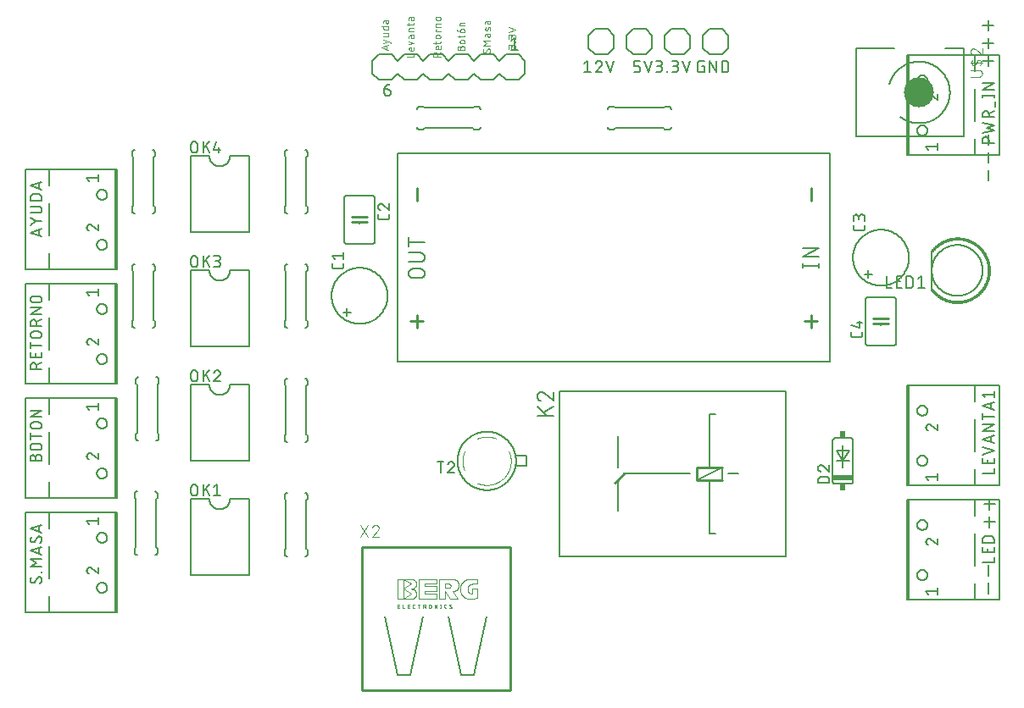
<source format=gbr>
G04 EAGLE Gerber X2 export*
%TF.Part,Single*%
%TF.FileFunction,Legend,Top,1*%
%TF.FilePolarity,Positive*%
%TF.GenerationSoftware,Autodesk,EAGLE,8.7.0*%
%TF.CreationDate,2018-11-07T17:36:19Z*%
G75*
%MOMM*%
%FSLAX34Y34*%
%LPD*%
%AMOC8*
5,1,8,0,0,1.08239X$1,22.5*%
G01*
%ADD10C,0.152400*%
%ADD11C,0.076200*%
%ADD12C,0.127000*%
%ADD13C,0.254000*%
%ADD14R,2.032000X0.508000*%
%ADD15R,0.508000X0.635000*%
%ADD16C,0.177800*%
%ADD17C,0.203200*%
%ADD18C,0.025400*%
%ADD19C,0.050800*%
%ADD20C,0.101600*%
%ADD21C,3.000000*%


D10*
X970816Y572262D02*
X970816Y583099D01*
X976235Y577681D02*
X965398Y577681D01*
X970816Y589977D02*
X970816Y600815D01*
X965398Y595396D02*
X976235Y595396D01*
X970816Y607693D02*
X970816Y618530D01*
X965398Y613111D02*
X976235Y613111D01*
X970816Y468799D02*
X970816Y457962D01*
X970816Y475677D02*
X970816Y486515D01*
X970816Y493393D02*
X970816Y504230D01*
X970816Y56049D02*
X970816Y45212D01*
X970816Y62927D02*
X970816Y73765D01*
X972086Y111252D02*
X972086Y122089D01*
X977505Y116671D02*
X966668Y116671D01*
X972086Y128967D02*
X972086Y139805D01*
X966668Y134386D02*
X977505Y134386D01*
D11*
X371729Y588391D02*
X364363Y590846D01*
X371729Y593302D01*
X369888Y592688D02*
X369888Y589005D01*
X374184Y595793D02*
X374184Y596612D01*
X366818Y599067D01*
X366818Y595793D02*
X371729Y597430D01*
X370501Y602133D02*
X366818Y602133D01*
X370501Y602133D02*
X370570Y602135D01*
X370638Y602141D01*
X370707Y602150D01*
X370774Y602164D01*
X370841Y602181D01*
X370907Y602202D01*
X370971Y602226D01*
X371034Y602255D01*
X371095Y602286D01*
X371154Y602321D01*
X371212Y602359D01*
X371267Y602401D01*
X371319Y602445D01*
X371369Y602493D01*
X371417Y602543D01*
X371461Y602595D01*
X371503Y602650D01*
X371541Y602708D01*
X371576Y602767D01*
X371607Y602828D01*
X371636Y602891D01*
X371660Y602955D01*
X371681Y603021D01*
X371698Y603088D01*
X371712Y603155D01*
X371721Y603224D01*
X371727Y603292D01*
X371729Y603361D01*
X371729Y605407D01*
X366818Y605407D01*
X364363Y611949D02*
X371729Y611949D01*
X371729Y609903D01*
X371727Y609834D01*
X371721Y609766D01*
X371712Y609697D01*
X371698Y609630D01*
X371681Y609563D01*
X371660Y609497D01*
X371636Y609433D01*
X371607Y609370D01*
X371576Y609309D01*
X371541Y609250D01*
X371503Y609192D01*
X371461Y609137D01*
X371417Y609085D01*
X371369Y609035D01*
X371319Y608987D01*
X371267Y608943D01*
X371212Y608902D01*
X371154Y608863D01*
X371095Y608828D01*
X371034Y608797D01*
X370971Y608768D01*
X370907Y608744D01*
X370841Y608723D01*
X370774Y608706D01*
X370707Y608692D01*
X370639Y608683D01*
X370570Y608677D01*
X370501Y608675D01*
X370501Y608676D02*
X368046Y608676D01*
X368046Y608675D02*
X367977Y608677D01*
X367909Y608683D01*
X367840Y608692D01*
X367773Y608706D01*
X367706Y608723D01*
X367640Y608744D01*
X367576Y608768D01*
X367513Y608797D01*
X367452Y608828D01*
X367393Y608863D01*
X367335Y608901D01*
X367280Y608943D01*
X367228Y608987D01*
X367178Y609035D01*
X367130Y609085D01*
X367086Y609137D01*
X367044Y609192D01*
X367006Y609250D01*
X366971Y609309D01*
X366940Y609370D01*
X366911Y609433D01*
X366887Y609497D01*
X366866Y609563D01*
X366849Y609630D01*
X366835Y609697D01*
X366826Y609766D01*
X366820Y609834D01*
X366818Y609903D01*
X366818Y611949D01*
X368864Y616692D02*
X368864Y618533D01*
X368865Y616692D02*
X368867Y616617D01*
X368873Y616542D01*
X368883Y616468D01*
X368896Y616394D01*
X368914Y616321D01*
X368935Y616249D01*
X368960Y616179D01*
X368989Y616110D01*
X369021Y616042D01*
X369057Y615976D01*
X369096Y615912D01*
X369138Y615850D01*
X369184Y615791D01*
X369233Y615734D01*
X369284Y615679D01*
X369339Y615628D01*
X369396Y615579D01*
X369455Y615533D01*
X369517Y615491D01*
X369581Y615452D01*
X369647Y615416D01*
X369715Y615384D01*
X369784Y615355D01*
X369854Y615330D01*
X369926Y615309D01*
X369999Y615291D01*
X370073Y615278D01*
X370147Y615268D01*
X370222Y615262D01*
X370297Y615260D01*
X370372Y615262D01*
X370447Y615268D01*
X370521Y615278D01*
X370595Y615291D01*
X370668Y615309D01*
X370740Y615330D01*
X370810Y615355D01*
X370879Y615384D01*
X370947Y615416D01*
X371013Y615452D01*
X371077Y615491D01*
X371139Y615533D01*
X371198Y615579D01*
X371255Y615628D01*
X371310Y615679D01*
X371361Y615734D01*
X371410Y615791D01*
X371456Y615850D01*
X371498Y615912D01*
X371537Y615976D01*
X371573Y616042D01*
X371605Y616110D01*
X371634Y616179D01*
X371659Y616249D01*
X371680Y616321D01*
X371698Y616394D01*
X371711Y616468D01*
X371721Y616542D01*
X371727Y616617D01*
X371729Y616692D01*
X371729Y618533D01*
X368046Y618533D01*
X367977Y618531D01*
X367909Y618525D01*
X367840Y618516D01*
X367773Y618502D01*
X367706Y618485D01*
X367640Y618464D01*
X367576Y618440D01*
X367513Y618411D01*
X367452Y618380D01*
X367393Y618345D01*
X367335Y618307D01*
X367280Y618265D01*
X367228Y618221D01*
X367178Y618173D01*
X367130Y618123D01*
X367086Y618071D01*
X367045Y618016D01*
X367006Y617958D01*
X366971Y617899D01*
X366940Y617838D01*
X366911Y617775D01*
X366887Y617711D01*
X366866Y617645D01*
X366849Y617578D01*
X366835Y617511D01*
X366826Y617443D01*
X366820Y617374D01*
X366818Y617305D01*
X366818Y615669D01*
X389763Y582041D02*
X397129Y582041D01*
X397129Y585315D01*
X397129Y589270D02*
X397129Y591317D01*
X397129Y589270D02*
X397127Y589201D01*
X397121Y589133D01*
X397112Y589064D01*
X397098Y588997D01*
X397081Y588930D01*
X397060Y588864D01*
X397036Y588800D01*
X397007Y588737D01*
X396976Y588676D01*
X396941Y588617D01*
X396903Y588559D01*
X396861Y588504D01*
X396817Y588452D01*
X396769Y588402D01*
X396719Y588354D01*
X396667Y588310D01*
X396612Y588269D01*
X396554Y588230D01*
X396495Y588195D01*
X396434Y588164D01*
X396371Y588135D01*
X396307Y588111D01*
X396241Y588090D01*
X396174Y588073D01*
X396107Y588059D01*
X396039Y588050D01*
X395970Y588044D01*
X395901Y588042D01*
X395901Y588043D02*
X393855Y588043D01*
X393776Y588045D01*
X393697Y588051D01*
X393618Y588060D01*
X393540Y588073D01*
X393463Y588091D01*
X393387Y588111D01*
X393312Y588136D01*
X393238Y588164D01*
X393165Y588195D01*
X393094Y588231D01*
X393025Y588269D01*
X392958Y588311D01*
X392893Y588356D01*
X392830Y588404D01*
X392769Y588455D01*
X392712Y588509D01*
X392656Y588565D01*
X392604Y588624D01*
X392554Y588686D01*
X392508Y588750D01*
X392464Y588816D01*
X392424Y588884D01*
X392388Y588954D01*
X392354Y589026D01*
X392324Y589100D01*
X392298Y589174D01*
X392275Y589250D01*
X392257Y589327D01*
X392241Y589404D01*
X392230Y589483D01*
X392222Y589561D01*
X392218Y589640D01*
X392218Y589720D01*
X392222Y589799D01*
X392230Y589877D01*
X392241Y589956D01*
X392257Y590033D01*
X392275Y590110D01*
X392298Y590186D01*
X392324Y590260D01*
X392354Y590334D01*
X392388Y590406D01*
X392424Y590476D01*
X392464Y590544D01*
X392508Y590610D01*
X392554Y590674D01*
X392604Y590736D01*
X392656Y590795D01*
X392712Y590851D01*
X392769Y590905D01*
X392830Y590956D01*
X392893Y591004D01*
X392958Y591049D01*
X393025Y591091D01*
X393094Y591129D01*
X393165Y591165D01*
X393238Y591196D01*
X393312Y591224D01*
X393387Y591249D01*
X393463Y591269D01*
X393540Y591287D01*
X393618Y591300D01*
X393697Y591309D01*
X393776Y591315D01*
X393855Y591317D01*
X394674Y591317D01*
X394674Y588043D01*
X392218Y594139D02*
X397129Y595776D01*
X392218Y597413D01*
X394264Y601626D02*
X394264Y603468D01*
X394265Y601626D02*
X394267Y601551D01*
X394273Y601476D01*
X394283Y601402D01*
X394296Y601328D01*
X394314Y601255D01*
X394335Y601183D01*
X394360Y601113D01*
X394389Y601044D01*
X394421Y600976D01*
X394457Y600910D01*
X394496Y600846D01*
X394538Y600784D01*
X394584Y600725D01*
X394633Y600668D01*
X394684Y600613D01*
X394739Y600562D01*
X394796Y600513D01*
X394855Y600467D01*
X394917Y600425D01*
X394981Y600386D01*
X395047Y600350D01*
X395115Y600318D01*
X395184Y600289D01*
X395254Y600264D01*
X395326Y600243D01*
X395399Y600225D01*
X395473Y600212D01*
X395547Y600202D01*
X395622Y600196D01*
X395697Y600194D01*
X395772Y600196D01*
X395847Y600202D01*
X395921Y600212D01*
X395995Y600225D01*
X396068Y600243D01*
X396140Y600264D01*
X396210Y600289D01*
X396279Y600318D01*
X396347Y600350D01*
X396413Y600386D01*
X396477Y600425D01*
X396539Y600467D01*
X396598Y600513D01*
X396655Y600562D01*
X396710Y600613D01*
X396761Y600668D01*
X396810Y600725D01*
X396856Y600784D01*
X396898Y600846D01*
X396937Y600910D01*
X396973Y600976D01*
X397005Y601044D01*
X397034Y601113D01*
X397059Y601183D01*
X397080Y601255D01*
X397098Y601328D01*
X397111Y601402D01*
X397121Y601476D01*
X397127Y601551D01*
X397129Y601626D01*
X397129Y603468D01*
X393446Y603468D01*
X393377Y603466D01*
X393309Y603460D01*
X393240Y603451D01*
X393173Y603437D01*
X393106Y603420D01*
X393040Y603399D01*
X392976Y603375D01*
X392913Y603346D01*
X392852Y603315D01*
X392793Y603280D01*
X392735Y603242D01*
X392680Y603200D01*
X392628Y603156D01*
X392578Y603108D01*
X392530Y603058D01*
X392486Y603006D01*
X392445Y602951D01*
X392406Y602893D01*
X392371Y602834D01*
X392340Y602773D01*
X392311Y602710D01*
X392287Y602646D01*
X392266Y602580D01*
X392249Y602513D01*
X392235Y602446D01*
X392226Y602378D01*
X392220Y602309D01*
X392218Y602240D01*
X392218Y600603D01*
X392218Y607062D02*
X397129Y607062D01*
X392218Y607062D02*
X392218Y609108D01*
X392220Y609177D01*
X392226Y609245D01*
X392235Y609314D01*
X392249Y609381D01*
X392266Y609448D01*
X392287Y609514D01*
X392311Y609578D01*
X392340Y609641D01*
X392371Y609702D01*
X392406Y609761D01*
X392444Y609819D01*
X392486Y609874D01*
X392530Y609926D01*
X392578Y609976D01*
X392628Y610024D01*
X392680Y610068D01*
X392735Y610110D01*
X392793Y610148D01*
X392852Y610183D01*
X392913Y610214D01*
X392976Y610243D01*
X393040Y610267D01*
X393106Y610288D01*
X393173Y610305D01*
X393240Y610319D01*
X393309Y610328D01*
X393377Y610334D01*
X393446Y610336D01*
X397129Y610336D01*
X392218Y613016D02*
X392218Y615471D01*
X389763Y613834D02*
X395901Y613834D01*
X395970Y613836D01*
X396038Y613842D01*
X396107Y613851D01*
X396174Y613865D01*
X396241Y613882D01*
X396307Y613903D01*
X396371Y613927D01*
X396434Y613956D01*
X396495Y613987D01*
X396554Y614022D01*
X396612Y614060D01*
X396667Y614102D01*
X396719Y614146D01*
X396769Y614194D01*
X396817Y614244D01*
X396861Y614296D01*
X396903Y614351D01*
X396941Y614409D01*
X396976Y614468D01*
X397007Y614529D01*
X397036Y614592D01*
X397060Y614656D01*
X397081Y614722D01*
X397098Y614789D01*
X397112Y614856D01*
X397121Y614925D01*
X397127Y614993D01*
X397129Y615062D01*
X397129Y615471D01*
X394264Y619670D02*
X394264Y621512D01*
X394265Y619670D02*
X394267Y619595D01*
X394273Y619520D01*
X394283Y619446D01*
X394296Y619372D01*
X394314Y619299D01*
X394335Y619227D01*
X394360Y619157D01*
X394389Y619088D01*
X394421Y619020D01*
X394457Y618954D01*
X394496Y618890D01*
X394538Y618828D01*
X394584Y618769D01*
X394633Y618712D01*
X394684Y618657D01*
X394739Y618606D01*
X394796Y618557D01*
X394855Y618511D01*
X394917Y618469D01*
X394981Y618430D01*
X395047Y618394D01*
X395115Y618362D01*
X395184Y618333D01*
X395254Y618308D01*
X395326Y618287D01*
X395399Y618269D01*
X395473Y618256D01*
X395547Y618246D01*
X395622Y618240D01*
X395697Y618238D01*
X395772Y618240D01*
X395847Y618246D01*
X395921Y618256D01*
X395995Y618269D01*
X396068Y618287D01*
X396140Y618308D01*
X396210Y618333D01*
X396279Y618362D01*
X396347Y618394D01*
X396413Y618430D01*
X396477Y618469D01*
X396539Y618511D01*
X396598Y618557D01*
X396655Y618606D01*
X396710Y618657D01*
X396761Y618712D01*
X396810Y618769D01*
X396856Y618828D01*
X396898Y618890D01*
X396937Y618954D01*
X396973Y619020D01*
X397005Y619088D01*
X397034Y619157D01*
X397059Y619227D01*
X397080Y619299D01*
X397098Y619372D01*
X397111Y619446D01*
X397121Y619520D01*
X397127Y619595D01*
X397129Y619670D01*
X397129Y621512D01*
X393446Y621512D01*
X393377Y621510D01*
X393309Y621504D01*
X393240Y621495D01*
X393173Y621481D01*
X393106Y621464D01*
X393040Y621443D01*
X392976Y621419D01*
X392913Y621390D01*
X392852Y621359D01*
X392793Y621324D01*
X392735Y621286D01*
X392680Y621244D01*
X392628Y621200D01*
X392578Y621152D01*
X392530Y621102D01*
X392486Y621050D01*
X392445Y620995D01*
X392406Y620937D01*
X392371Y620878D01*
X392340Y620817D01*
X392311Y620754D01*
X392287Y620690D01*
X392266Y620624D01*
X392249Y620557D01*
X392235Y620490D01*
X392226Y620422D01*
X392220Y620353D01*
X392218Y620284D01*
X392218Y618647D01*
X416433Y582041D02*
X423799Y582041D01*
X416433Y582041D02*
X416433Y584087D01*
X416435Y584176D01*
X416441Y584265D01*
X416451Y584354D01*
X416464Y584442D01*
X416481Y584530D01*
X416503Y584617D01*
X416528Y584702D01*
X416556Y584787D01*
X416589Y584870D01*
X416625Y584952D01*
X416664Y585032D01*
X416707Y585110D01*
X416753Y585186D01*
X416803Y585261D01*
X416856Y585333D01*
X416912Y585402D01*
X416971Y585469D01*
X417032Y585534D01*
X417097Y585595D01*
X417164Y585654D01*
X417233Y585710D01*
X417305Y585763D01*
X417380Y585813D01*
X417456Y585859D01*
X417534Y585902D01*
X417614Y585941D01*
X417696Y585977D01*
X417779Y586010D01*
X417864Y586038D01*
X417949Y586063D01*
X418036Y586085D01*
X418124Y586102D01*
X418212Y586115D01*
X418301Y586125D01*
X418390Y586131D01*
X418479Y586133D01*
X418568Y586131D01*
X418657Y586125D01*
X418746Y586115D01*
X418834Y586102D01*
X418922Y586085D01*
X419009Y586063D01*
X419094Y586038D01*
X419179Y586010D01*
X419262Y585977D01*
X419344Y585941D01*
X419424Y585902D01*
X419502Y585859D01*
X419578Y585813D01*
X419653Y585763D01*
X419725Y585710D01*
X419794Y585654D01*
X419861Y585595D01*
X419926Y585534D01*
X419987Y585469D01*
X420046Y585402D01*
X420102Y585333D01*
X420155Y585261D01*
X420205Y585186D01*
X420251Y585110D01*
X420294Y585032D01*
X420333Y584952D01*
X420369Y584870D01*
X420402Y584787D01*
X420430Y584702D01*
X420455Y584617D01*
X420477Y584530D01*
X420494Y584442D01*
X420507Y584354D01*
X420517Y584265D01*
X420523Y584176D01*
X420525Y584087D01*
X420525Y582041D01*
X420525Y584496D02*
X423799Y586133D01*
X423799Y590454D02*
X423799Y592500D01*
X423799Y590454D02*
X423797Y590385D01*
X423791Y590317D01*
X423782Y590248D01*
X423768Y590181D01*
X423751Y590114D01*
X423730Y590048D01*
X423706Y589984D01*
X423677Y589921D01*
X423646Y589860D01*
X423611Y589801D01*
X423573Y589743D01*
X423531Y589688D01*
X423487Y589636D01*
X423439Y589586D01*
X423389Y589538D01*
X423337Y589494D01*
X423282Y589453D01*
X423224Y589414D01*
X423165Y589379D01*
X423104Y589348D01*
X423041Y589319D01*
X422977Y589295D01*
X422911Y589274D01*
X422844Y589257D01*
X422777Y589243D01*
X422709Y589234D01*
X422640Y589228D01*
X422571Y589226D01*
X422571Y589227D02*
X420525Y589227D01*
X420525Y589226D02*
X420446Y589228D01*
X420367Y589234D01*
X420288Y589243D01*
X420210Y589256D01*
X420133Y589274D01*
X420057Y589294D01*
X419982Y589319D01*
X419908Y589347D01*
X419835Y589378D01*
X419764Y589414D01*
X419695Y589452D01*
X419628Y589494D01*
X419563Y589539D01*
X419500Y589587D01*
X419439Y589638D01*
X419382Y589692D01*
X419326Y589748D01*
X419274Y589807D01*
X419224Y589869D01*
X419178Y589933D01*
X419134Y589999D01*
X419094Y590067D01*
X419058Y590137D01*
X419024Y590209D01*
X418994Y590283D01*
X418968Y590357D01*
X418945Y590433D01*
X418927Y590510D01*
X418911Y590587D01*
X418900Y590666D01*
X418892Y590744D01*
X418888Y590823D01*
X418888Y590903D01*
X418892Y590982D01*
X418900Y591060D01*
X418911Y591139D01*
X418927Y591216D01*
X418945Y591293D01*
X418968Y591369D01*
X418994Y591443D01*
X419024Y591517D01*
X419058Y591589D01*
X419094Y591659D01*
X419134Y591727D01*
X419178Y591793D01*
X419224Y591857D01*
X419274Y591919D01*
X419326Y591978D01*
X419382Y592034D01*
X419439Y592088D01*
X419500Y592139D01*
X419563Y592187D01*
X419628Y592232D01*
X419695Y592274D01*
X419764Y592312D01*
X419835Y592348D01*
X419908Y592379D01*
X419982Y592407D01*
X420057Y592432D01*
X420133Y592452D01*
X420210Y592470D01*
X420288Y592483D01*
X420367Y592492D01*
X420446Y592498D01*
X420525Y592500D01*
X421344Y592500D01*
X421344Y589227D01*
X418888Y594936D02*
X418888Y597391D01*
X416433Y595754D02*
X422571Y595754D01*
X422640Y595756D01*
X422708Y595762D01*
X422777Y595771D01*
X422844Y595785D01*
X422911Y595802D01*
X422977Y595823D01*
X423041Y595847D01*
X423104Y595876D01*
X423165Y595907D01*
X423224Y595942D01*
X423282Y595980D01*
X423337Y596022D01*
X423389Y596066D01*
X423439Y596114D01*
X423487Y596164D01*
X423531Y596216D01*
X423573Y596271D01*
X423611Y596329D01*
X423646Y596388D01*
X423677Y596449D01*
X423706Y596512D01*
X423730Y596576D01*
X423751Y596642D01*
X423768Y596709D01*
X423782Y596776D01*
X423791Y596845D01*
X423797Y596913D01*
X423799Y596982D01*
X423799Y597391D01*
X422162Y600199D02*
X420525Y600199D01*
X420446Y600201D01*
X420367Y600207D01*
X420288Y600216D01*
X420210Y600229D01*
X420133Y600247D01*
X420057Y600267D01*
X419982Y600292D01*
X419908Y600320D01*
X419835Y600351D01*
X419764Y600387D01*
X419695Y600425D01*
X419628Y600467D01*
X419563Y600512D01*
X419500Y600560D01*
X419439Y600611D01*
X419382Y600665D01*
X419326Y600721D01*
X419274Y600780D01*
X419224Y600842D01*
X419178Y600906D01*
X419134Y600972D01*
X419094Y601040D01*
X419058Y601110D01*
X419024Y601182D01*
X418994Y601256D01*
X418968Y601330D01*
X418945Y601406D01*
X418927Y601483D01*
X418911Y601560D01*
X418900Y601639D01*
X418892Y601717D01*
X418888Y601796D01*
X418888Y601876D01*
X418892Y601955D01*
X418900Y602033D01*
X418911Y602112D01*
X418927Y602189D01*
X418945Y602266D01*
X418968Y602342D01*
X418994Y602416D01*
X419024Y602490D01*
X419058Y602562D01*
X419094Y602632D01*
X419134Y602700D01*
X419178Y602766D01*
X419224Y602830D01*
X419274Y602892D01*
X419326Y602951D01*
X419382Y603007D01*
X419439Y603061D01*
X419500Y603112D01*
X419563Y603160D01*
X419628Y603205D01*
X419695Y603247D01*
X419764Y603285D01*
X419835Y603321D01*
X419908Y603352D01*
X419982Y603380D01*
X420057Y603405D01*
X420133Y603425D01*
X420210Y603443D01*
X420288Y603456D01*
X420367Y603465D01*
X420446Y603471D01*
X420525Y603473D01*
X422162Y603473D01*
X422241Y603471D01*
X422320Y603465D01*
X422399Y603456D01*
X422477Y603443D01*
X422554Y603425D01*
X422630Y603405D01*
X422705Y603380D01*
X422779Y603352D01*
X422852Y603321D01*
X422923Y603285D01*
X422992Y603247D01*
X423059Y603205D01*
X423124Y603160D01*
X423187Y603112D01*
X423248Y603061D01*
X423305Y603007D01*
X423361Y602951D01*
X423413Y602892D01*
X423463Y602830D01*
X423509Y602766D01*
X423553Y602700D01*
X423593Y602632D01*
X423629Y602562D01*
X423663Y602490D01*
X423693Y602416D01*
X423719Y602342D01*
X423742Y602266D01*
X423760Y602189D01*
X423776Y602112D01*
X423787Y602033D01*
X423795Y601955D01*
X423799Y601876D01*
X423799Y601796D01*
X423795Y601717D01*
X423787Y601639D01*
X423776Y601560D01*
X423760Y601483D01*
X423742Y601406D01*
X423719Y601330D01*
X423693Y601256D01*
X423663Y601182D01*
X423629Y601110D01*
X423593Y601040D01*
X423553Y600972D01*
X423509Y600906D01*
X423463Y600842D01*
X423413Y600780D01*
X423361Y600721D01*
X423305Y600665D01*
X423248Y600611D01*
X423187Y600560D01*
X423124Y600512D01*
X423059Y600467D01*
X422992Y600425D01*
X422923Y600387D01*
X422852Y600351D01*
X422779Y600320D01*
X422705Y600292D01*
X422630Y600267D01*
X422554Y600247D01*
X422477Y600229D01*
X422399Y600216D01*
X422320Y600207D01*
X422241Y600201D01*
X422162Y600199D01*
X423799Y606829D02*
X418888Y606829D01*
X418888Y609284D01*
X419707Y609284D01*
X418888Y611904D02*
X423799Y611904D01*
X418888Y611904D02*
X418888Y613950D01*
X418890Y614019D01*
X418896Y614087D01*
X418905Y614156D01*
X418919Y614223D01*
X418936Y614290D01*
X418957Y614356D01*
X418981Y614420D01*
X419010Y614483D01*
X419041Y614544D01*
X419076Y614603D01*
X419114Y614661D01*
X419156Y614716D01*
X419200Y614768D01*
X419248Y614818D01*
X419298Y614866D01*
X419350Y614910D01*
X419405Y614952D01*
X419463Y614990D01*
X419522Y615025D01*
X419583Y615056D01*
X419646Y615085D01*
X419710Y615109D01*
X419776Y615130D01*
X419843Y615147D01*
X419910Y615161D01*
X419979Y615170D01*
X420047Y615176D01*
X420116Y615178D01*
X420116Y615177D02*
X423799Y615177D01*
X422162Y618487D02*
X420525Y618487D01*
X420446Y618489D01*
X420367Y618495D01*
X420288Y618504D01*
X420210Y618517D01*
X420133Y618535D01*
X420057Y618555D01*
X419982Y618580D01*
X419908Y618608D01*
X419835Y618639D01*
X419764Y618675D01*
X419695Y618713D01*
X419628Y618755D01*
X419563Y618800D01*
X419500Y618848D01*
X419439Y618899D01*
X419382Y618953D01*
X419326Y619009D01*
X419274Y619068D01*
X419224Y619130D01*
X419178Y619194D01*
X419134Y619260D01*
X419094Y619328D01*
X419058Y619398D01*
X419024Y619470D01*
X418994Y619544D01*
X418968Y619618D01*
X418945Y619694D01*
X418927Y619771D01*
X418911Y619848D01*
X418900Y619927D01*
X418892Y620005D01*
X418888Y620084D01*
X418888Y620164D01*
X418892Y620243D01*
X418900Y620321D01*
X418911Y620400D01*
X418927Y620477D01*
X418945Y620554D01*
X418968Y620630D01*
X418994Y620704D01*
X419024Y620778D01*
X419058Y620850D01*
X419094Y620920D01*
X419134Y620988D01*
X419178Y621054D01*
X419224Y621118D01*
X419274Y621180D01*
X419326Y621239D01*
X419382Y621295D01*
X419439Y621349D01*
X419500Y621400D01*
X419563Y621448D01*
X419628Y621493D01*
X419695Y621535D01*
X419764Y621573D01*
X419835Y621609D01*
X419908Y621640D01*
X419982Y621668D01*
X420057Y621693D01*
X420133Y621713D01*
X420210Y621731D01*
X420288Y621744D01*
X420367Y621753D01*
X420446Y621759D01*
X420525Y621761D01*
X422162Y621761D01*
X422241Y621759D01*
X422320Y621753D01*
X422399Y621744D01*
X422477Y621731D01*
X422554Y621713D01*
X422630Y621693D01*
X422705Y621668D01*
X422779Y621640D01*
X422852Y621609D01*
X422923Y621573D01*
X422992Y621535D01*
X423059Y621493D01*
X423124Y621448D01*
X423187Y621400D01*
X423248Y621349D01*
X423305Y621295D01*
X423361Y621239D01*
X423413Y621180D01*
X423463Y621118D01*
X423509Y621054D01*
X423553Y620988D01*
X423593Y620920D01*
X423629Y620850D01*
X423663Y620778D01*
X423693Y620704D01*
X423719Y620630D01*
X423742Y620554D01*
X423760Y620477D01*
X423776Y620400D01*
X423787Y620321D01*
X423795Y620243D01*
X423799Y620164D01*
X423799Y620084D01*
X423795Y620005D01*
X423787Y619927D01*
X423776Y619848D01*
X423760Y619771D01*
X423742Y619694D01*
X423719Y619618D01*
X423693Y619544D01*
X423663Y619470D01*
X423629Y619398D01*
X423593Y619328D01*
X423553Y619260D01*
X423509Y619194D01*
X423463Y619130D01*
X423413Y619068D01*
X423361Y619009D01*
X423305Y618953D01*
X423248Y618899D01*
X423187Y618848D01*
X423124Y618800D01*
X423059Y618755D01*
X422992Y618713D01*
X422923Y618675D01*
X422852Y618639D01*
X422779Y618608D01*
X422705Y618580D01*
X422630Y618555D01*
X422554Y618535D01*
X422477Y618517D01*
X422399Y618504D01*
X422320Y618495D01*
X422241Y618489D01*
X422162Y618487D01*
X443837Y590437D02*
X443837Y588391D01*
X443837Y590437D02*
X443839Y590526D01*
X443845Y590615D01*
X443855Y590704D01*
X443868Y590792D01*
X443885Y590880D01*
X443907Y590967D01*
X443932Y591052D01*
X443960Y591137D01*
X443993Y591220D01*
X444029Y591302D01*
X444068Y591382D01*
X444111Y591460D01*
X444157Y591536D01*
X444207Y591611D01*
X444260Y591683D01*
X444316Y591752D01*
X444375Y591819D01*
X444436Y591884D01*
X444501Y591945D01*
X444568Y592004D01*
X444637Y592060D01*
X444709Y592113D01*
X444784Y592163D01*
X444860Y592209D01*
X444938Y592252D01*
X445018Y592291D01*
X445100Y592327D01*
X445183Y592360D01*
X445268Y592388D01*
X445353Y592413D01*
X445440Y592435D01*
X445528Y592452D01*
X445616Y592465D01*
X445705Y592475D01*
X445794Y592481D01*
X445883Y592483D01*
X445972Y592481D01*
X446061Y592475D01*
X446150Y592465D01*
X446238Y592452D01*
X446326Y592435D01*
X446413Y592413D01*
X446498Y592388D01*
X446583Y592360D01*
X446666Y592327D01*
X446748Y592291D01*
X446828Y592252D01*
X446906Y592209D01*
X446982Y592163D01*
X447057Y592113D01*
X447129Y592060D01*
X447198Y592004D01*
X447265Y591945D01*
X447330Y591884D01*
X447391Y591819D01*
X447450Y591752D01*
X447506Y591683D01*
X447559Y591611D01*
X447609Y591536D01*
X447655Y591460D01*
X447698Y591382D01*
X447737Y591302D01*
X447773Y591220D01*
X447806Y591137D01*
X447834Y591052D01*
X447859Y590967D01*
X447881Y590880D01*
X447898Y590792D01*
X447911Y590704D01*
X447921Y590615D01*
X447927Y590526D01*
X447929Y590437D01*
X447929Y588391D01*
X440563Y588391D01*
X440563Y590437D01*
X440565Y590516D01*
X440571Y590595D01*
X440580Y590674D01*
X440593Y590752D01*
X440611Y590829D01*
X440631Y590905D01*
X440656Y590980D01*
X440684Y591054D01*
X440715Y591127D01*
X440751Y591198D01*
X440789Y591267D01*
X440831Y591334D01*
X440876Y591399D01*
X440924Y591462D01*
X440975Y591523D01*
X441029Y591580D01*
X441085Y591636D01*
X441144Y591688D01*
X441206Y591738D01*
X441270Y591784D01*
X441336Y591828D01*
X441404Y591868D01*
X441474Y591904D01*
X441546Y591938D01*
X441620Y591968D01*
X441694Y591994D01*
X441770Y592017D01*
X441847Y592035D01*
X441924Y592051D01*
X442003Y592062D01*
X442081Y592070D01*
X442160Y592074D01*
X442240Y592074D01*
X442319Y592070D01*
X442397Y592062D01*
X442476Y592051D01*
X442553Y592035D01*
X442630Y592017D01*
X442706Y591994D01*
X442780Y591968D01*
X442854Y591938D01*
X442926Y591904D01*
X442996Y591868D01*
X443064Y591828D01*
X443130Y591784D01*
X443194Y591738D01*
X443256Y591688D01*
X443315Y591636D01*
X443371Y591580D01*
X443425Y591523D01*
X443476Y591462D01*
X443524Y591399D01*
X443569Y591334D01*
X443611Y591267D01*
X443649Y591198D01*
X443685Y591127D01*
X443716Y591054D01*
X443744Y590980D01*
X443769Y590905D01*
X443789Y590829D01*
X443807Y590752D01*
X443820Y590674D01*
X443829Y590595D01*
X443835Y590516D01*
X443837Y590437D01*
X444655Y595266D02*
X446292Y595266D01*
X444655Y595266D02*
X444576Y595268D01*
X444497Y595274D01*
X444418Y595283D01*
X444340Y595296D01*
X444263Y595314D01*
X444187Y595334D01*
X444112Y595359D01*
X444038Y595387D01*
X443965Y595418D01*
X443894Y595454D01*
X443825Y595492D01*
X443758Y595534D01*
X443693Y595579D01*
X443630Y595627D01*
X443569Y595678D01*
X443512Y595732D01*
X443456Y595788D01*
X443404Y595847D01*
X443354Y595909D01*
X443308Y595973D01*
X443264Y596039D01*
X443224Y596107D01*
X443188Y596177D01*
X443154Y596249D01*
X443124Y596323D01*
X443098Y596397D01*
X443075Y596473D01*
X443057Y596550D01*
X443041Y596627D01*
X443030Y596706D01*
X443022Y596784D01*
X443018Y596863D01*
X443018Y596943D01*
X443022Y597022D01*
X443030Y597100D01*
X443041Y597179D01*
X443057Y597256D01*
X443075Y597333D01*
X443098Y597409D01*
X443124Y597483D01*
X443154Y597557D01*
X443188Y597629D01*
X443224Y597699D01*
X443264Y597767D01*
X443308Y597833D01*
X443354Y597897D01*
X443404Y597959D01*
X443456Y598018D01*
X443512Y598074D01*
X443569Y598128D01*
X443630Y598179D01*
X443693Y598227D01*
X443758Y598272D01*
X443825Y598314D01*
X443894Y598352D01*
X443965Y598388D01*
X444038Y598419D01*
X444112Y598447D01*
X444187Y598472D01*
X444263Y598492D01*
X444340Y598510D01*
X444418Y598523D01*
X444497Y598532D01*
X444576Y598538D01*
X444655Y598540D01*
X446292Y598540D01*
X446371Y598538D01*
X446450Y598532D01*
X446529Y598523D01*
X446607Y598510D01*
X446684Y598492D01*
X446760Y598472D01*
X446835Y598447D01*
X446909Y598419D01*
X446982Y598388D01*
X447053Y598352D01*
X447122Y598314D01*
X447189Y598272D01*
X447254Y598227D01*
X447317Y598179D01*
X447378Y598128D01*
X447435Y598074D01*
X447491Y598018D01*
X447543Y597959D01*
X447593Y597897D01*
X447639Y597833D01*
X447683Y597767D01*
X447723Y597699D01*
X447759Y597629D01*
X447793Y597557D01*
X447823Y597483D01*
X447849Y597409D01*
X447872Y597333D01*
X447890Y597256D01*
X447906Y597179D01*
X447917Y597100D01*
X447925Y597022D01*
X447929Y596943D01*
X447929Y596863D01*
X447925Y596784D01*
X447917Y596706D01*
X447906Y596627D01*
X447890Y596550D01*
X447872Y596473D01*
X447849Y596397D01*
X447823Y596323D01*
X447793Y596249D01*
X447759Y596177D01*
X447723Y596107D01*
X447683Y596039D01*
X447639Y595973D01*
X447593Y595909D01*
X447543Y595847D01*
X447491Y595788D01*
X447435Y595732D01*
X447378Y595678D01*
X447317Y595627D01*
X447254Y595579D01*
X447189Y595534D01*
X447122Y595492D01*
X447053Y595454D01*
X446982Y595418D01*
X446909Y595387D01*
X446835Y595359D01*
X446760Y595334D01*
X446684Y595314D01*
X446607Y595296D01*
X446529Y595283D01*
X446450Y595274D01*
X446371Y595268D01*
X446292Y595266D01*
X443018Y600976D02*
X443018Y603431D01*
X440563Y601794D02*
X446701Y601794D01*
X446770Y601796D01*
X446838Y601802D01*
X446907Y601811D01*
X446974Y601825D01*
X447041Y601842D01*
X447107Y601863D01*
X447171Y601887D01*
X447234Y601916D01*
X447295Y601947D01*
X447354Y601982D01*
X447412Y602020D01*
X447467Y602062D01*
X447519Y602106D01*
X447569Y602154D01*
X447617Y602204D01*
X447661Y602256D01*
X447703Y602311D01*
X447741Y602369D01*
X447776Y602428D01*
X447807Y602489D01*
X447836Y602552D01*
X447860Y602616D01*
X447881Y602682D01*
X447898Y602749D01*
X447912Y602816D01*
X447921Y602885D01*
X447927Y602953D01*
X447929Y603022D01*
X447929Y603431D01*
X446292Y606239D02*
X444655Y606239D01*
X444576Y606241D01*
X444497Y606247D01*
X444418Y606256D01*
X444340Y606269D01*
X444263Y606287D01*
X444187Y606307D01*
X444112Y606332D01*
X444038Y606360D01*
X443965Y606391D01*
X443894Y606427D01*
X443825Y606465D01*
X443758Y606507D01*
X443693Y606552D01*
X443630Y606600D01*
X443569Y606651D01*
X443512Y606705D01*
X443456Y606761D01*
X443404Y606820D01*
X443354Y606882D01*
X443308Y606946D01*
X443264Y607012D01*
X443224Y607080D01*
X443188Y607150D01*
X443154Y607222D01*
X443124Y607296D01*
X443098Y607370D01*
X443075Y607446D01*
X443057Y607523D01*
X443041Y607600D01*
X443030Y607679D01*
X443022Y607757D01*
X443018Y607836D01*
X443018Y607916D01*
X443022Y607995D01*
X443030Y608073D01*
X443041Y608152D01*
X443057Y608229D01*
X443075Y608306D01*
X443098Y608382D01*
X443124Y608456D01*
X443154Y608530D01*
X443188Y608602D01*
X443224Y608672D01*
X443264Y608740D01*
X443308Y608806D01*
X443354Y608870D01*
X443404Y608932D01*
X443456Y608991D01*
X443512Y609047D01*
X443569Y609101D01*
X443630Y609152D01*
X443693Y609200D01*
X443758Y609245D01*
X443825Y609287D01*
X443894Y609325D01*
X443965Y609361D01*
X444038Y609392D01*
X444112Y609420D01*
X444187Y609445D01*
X444263Y609465D01*
X444340Y609483D01*
X444418Y609496D01*
X444497Y609505D01*
X444576Y609511D01*
X444655Y609513D01*
X446292Y609513D01*
X446371Y609511D01*
X446450Y609505D01*
X446529Y609496D01*
X446607Y609483D01*
X446684Y609465D01*
X446760Y609445D01*
X446835Y609420D01*
X446909Y609392D01*
X446982Y609361D01*
X447053Y609325D01*
X447122Y609287D01*
X447189Y609245D01*
X447254Y609200D01*
X447317Y609152D01*
X447378Y609101D01*
X447435Y609047D01*
X447491Y608991D01*
X447543Y608932D01*
X447593Y608870D01*
X447639Y608806D01*
X447683Y608740D01*
X447723Y608672D01*
X447759Y608602D01*
X447793Y608530D01*
X447823Y608456D01*
X447849Y608382D01*
X447872Y608306D01*
X447890Y608229D01*
X447906Y608152D01*
X447917Y608073D01*
X447925Y607995D01*
X447929Y607916D01*
X447929Y607836D01*
X447925Y607757D01*
X447917Y607679D01*
X447906Y607600D01*
X447890Y607523D01*
X447872Y607446D01*
X447849Y607370D01*
X447823Y607296D01*
X447793Y607222D01*
X447759Y607150D01*
X447723Y607080D01*
X447683Y607012D01*
X447639Y606946D01*
X447593Y606882D01*
X447543Y606820D01*
X447491Y606761D01*
X447435Y606705D01*
X447378Y606651D01*
X447317Y606600D01*
X447254Y606552D01*
X447189Y606507D01*
X447122Y606465D01*
X447053Y606427D01*
X446982Y606391D01*
X446909Y606360D01*
X446835Y606332D01*
X446760Y606307D01*
X446684Y606287D01*
X446607Y606269D01*
X446529Y606256D01*
X446450Y606247D01*
X446371Y606241D01*
X446292Y606239D01*
X441177Y607467D02*
X439745Y608694D01*
X443018Y612823D02*
X447929Y612823D01*
X443018Y612823D02*
X443018Y614869D01*
X443020Y614938D01*
X443026Y615006D01*
X443035Y615075D01*
X443049Y615142D01*
X443066Y615209D01*
X443087Y615275D01*
X443111Y615339D01*
X443140Y615402D01*
X443171Y615463D01*
X443206Y615522D01*
X443244Y615580D01*
X443286Y615635D01*
X443330Y615687D01*
X443378Y615737D01*
X443428Y615785D01*
X443480Y615829D01*
X443535Y615871D01*
X443593Y615909D01*
X443652Y615944D01*
X443713Y615975D01*
X443776Y616004D01*
X443840Y616028D01*
X443906Y616049D01*
X443973Y616066D01*
X444040Y616080D01*
X444109Y616089D01*
X444177Y616095D01*
X444246Y616097D01*
X444246Y616096D02*
X447929Y616096D01*
X471692Y589943D02*
X471770Y589941D01*
X471848Y589936D01*
X471925Y589926D01*
X472002Y589913D01*
X472078Y589897D01*
X472153Y589877D01*
X472227Y589853D01*
X472300Y589826D01*
X472372Y589795D01*
X472442Y589761D01*
X472511Y589724D01*
X472577Y589683D01*
X472642Y589639D01*
X472704Y589593D01*
X472764Y589543D01*
X472822Y589491D01*
X472877Y589436D01*
X472929Y589378D01*
X472979Y589318D01*
X473025Y589256D01*
X473069Y589191D01*
X473110Y589125D01*
X473147Y589056D01*
X473181Y588986D01*
X473212Y588914D01*
X473239Y588841D01*
X473263Y588767D01*
X473283Y588692D01*
X473299Y588616D01*
X473312Y588539D01*
X473322Y588462D01*
X473327Y588384D01*
X473329Y588306D01*
X473327Y588192D01*
X473322Y588079D01*
X473312Y587965D01*
X473299Y587852D01*
X473282Y587740D01*
X473262Y587628D01*
X473238Y587517D01*
X473210Y587406D01*
X473179Y587297D01*
X473144Y587189D01*
X473105Y587082D01*
X473063Y586976D01*
X473018Y586872D01*
X472969Y586769D01*
X472916Y586668D01*
X472861Y586569D01*
X472802Y586471D01*
X472740Y586376D01*
X472675Y586283D01*
X472607Y586191D01*
X472536Y586103D01*
X472462Y586016D01*
X472385Y585932D01*
X472306Y585851D01*
X467600Y586056D02*
X467522Y586058D01*
X467444Y586063D01*
X467367Y586073D01*
X467290Y586086D01*
X467214Y586102D01*
X467139Y586122D01*
X467065Y586146D01*
X466992Y586173D01*
X466920Y586204D01*
X466850Y586238D01*
X466782Y586275D01*
X466715Y586316D01*
X466650Y586360D01*
X466588Y586406D01*
X466528Y586456D01*
X466470Y586508D01*
X466415Y586563D01*
X466363Y586621D01*
X466313Y586681D01*
X466267Y586743D01*
X466223Y586808D01*
X466182Y586875D01*
X466145Y586943D01*
X466111Y587013D01*
X466080Y587085D01*
X466053Y587158D01*
X466029Y587232D01*
X466009Y587307D01*
X465993Y587383D01*
X465980Y587460D01*
X465970Y587537D01*
X465965Y587615D01*
X465963Y587693D01*
X465965Y587803D01*
X465971Y587912D01*
X465981Y588022D01*
X465994Y588130D01*
X466012Y588239D01*
X466033Y588346D01*
X466059Y588453D01*
X466088Y588559D01*
X466120Y588664D01*
X466157Y588767D01*
X466197Y588869D01*
X466241Y588970D01*
X466289Y589069D01*
X466339Y589166D01*
X466394Y589261D01*
X466452Y589354D01*
X466513Y589445D01*
X466577Y589534D01*
X469032Y586874D02*
X468990Y586808D01*
X468946Y586743D01*
X468898Y586681D01*
X468848Y586621D01*
X468795Y586563D01*
X468739Y586508D01*
X468681Y586455D01*
X468620Y586406D01*
X468557Y586359D01*
X468492Y586315D01*
X468425Y586275D01*
X468356Y586238D01*
X468285Y586204D01*
X468213Y586173D01*
X468139Y586146D01*
X468064Y586122D01*
X467989Y586102D01*
X467912Y586086D01*
X467835Y586073D01*
X467757Y586063D01*
X467678Y586058D01*
X467600Y586056D01*
X470259Y589125D02*
X470301Y589192D01*
X470345Y589257D01*
X470393Y589319D01*
X470443Y589379D01*
X470496Y589437D01*
X470552Y589492D01*
X470611Y589544D01*
X470671Y589594D01*
X470735Y589641D01*
X470800Y589684D01*
X470867Y589725D01*
X470936Y589762D01*
X471007Y589796D01*
X471079Y589827D01*
X471153Y589854D01*
X471227Y589878D01*
X471303Y589898D01*
X471380Y589914D01*
X471457Y589927D01*
X471535Y589937D01*
X471614Y589942D01*
X471692Y589944D01*
X470260Y589125D02*
X469032Y586874D01*
X465963Y593245D02*
X473329Y593245D01*
X470055Y595700D02*
X465963Y593245D01*
X470055Y595700D02*
X465963Y598155D01*
X473329Y598155D01*
X470464Y603013D02*
X470464Y604855D01*
X470465Y603013D02*
X470467Y602938D01*
X470473Y602863D01*
X470483Y602789D01*
X470496Y602715D01*
X470514Y602642D01*
X470535Y602570D01*
X470560Y602500D01*
X470589Y602431D01*
X470621Y602363D01*
X470657Y602297D01*
X470696Y602233D01*
X470738Y602171D01*
X470784Y602112D01*
X470833Y602055D01*
X470884Y602000D01*
X470939Y601949D01*
X470996Y601900D01*
X471055Y601854D01*
X471117Y601812D01*
X471181Y601773D01*
X471247Y601737D01*
X471315Y601705D01*
X471384Y601676D01*
X471454Y601651D01*
X471526Y601630D01*
X471599Y601612D01*
X471673Y601599D01*
X471747Y601589D01*
X471822Y601583D01*
X471897Y601581D01*
X471972Y601583D01*
X472047Y601589D01*
X472121Y601599D01*
X472195Y601612D01*
X472268Y601630D01*
X472340Y601651D01*
X472410Y601676D01*
X472479Y601705D01*
X472547Y601737D01*
X472613Y601773D01*
X472677Y601812D01*
X472739Y601854D01*
X472798Y601900D01*
X472855Y601949D01*
X472910Y602000D01*
X472961Y602055D01*
X473010Y602112D01*
X473056Y602171D01*
X473098Y602233D01*
X473137Y602297D01*
X473173Y602363D01*
X473205Y602431D01*
X473234Y602500D01*
X473259Y602570D01*
X473280Y602642D01*
X473298Y602715D01*
X473311Y602789D01*
X473321Y602863D01*
X473327Y602938D01*
X473329Y603013D01*
X473329Y604855D01*
X469646Y604855D01*
X469577Y604853D01*
X469509Y604847D01*
X469440Y604838D01*
X469373Y604824D01*
X469306Y604807D01*
X469240Y604786D01*
X469176Y604762D01*
X469113Y604733D01*
X469052Y604702D01*
X468993Y604667D01*
X468935Y604629D01*
X468880Y604587D01*
X468828Y604543D01*
X468778Y604495D01*
X468730Y604445D01*
X468686Y604393D01*
X468645Y604338D01*
X468606Y604280D01*
X468571Y604221D01*
X468540Y604160D01*
X468511Y604097D01*
X468487Y604033D01*
X468466Y603967D01*
X468449Y603900D01*
X468435Y603833D01*
X468426Y603765D01*
X468420Y603696D01*
X468418Y603627D01*
X468418Y601990D01*
X470464Y608820D02*
X471283Y610866D01*
X470464Y608820D02*
X470439Y608761D01*
X470410Y608704D01*
X470377Y608649D01*
X470341Y608596D01*
X470303Y608545D01*
X470261Y608497D01*
X470216Y608451D01*
X470169Y608408D01*
X470119Y608368D01*
X470067Y608331D01*
X470012Y608297D01*
X469956Y608266D01*
X469898Y608239D01*
X469838Y608216D01*
X469778Y608196D01*
X469716Y608180D01*
X469653Y608167D01*
X469589Y608159D01*
X469526Y608154D01*
X469462Y608153D01*
X469398Y608156D01*
X469334Y608163D01*
X469271Y608174D01*
X469209Y608188D01*
X469147Y608206D01*
X469087Y608228D01*
X469028Y608253D01*
X468971Y608282D01*
X468916Y608315D01*
X468863Y608350D01*
X468812Y608389D01*
X468763Y608431D01*
X468717Y608475D01*
X468674Y608523D01*
X468634Y608572D01*
X468597Y608625D01*
X468563Y608679D01*
X468532Y608735D01*
X468505Y608793D01*
X468481Y608852D01*
X468462Y608913D01*
X468445Y608975D01*
X468433Y609038D01*
X468424Y609101D01*
X468419Y609165D01*
X468418Y609229D01*
X468418Y609228D02*
X468422Y609364D01*
X468430Y609499D01*
X468442Y609635D01*
X468458Y609769D01*
X468478Y609904D01*
X468501Y610037D01*
X468529Y610170D01*
X468560Y610302D01*
X468595Y610433D01*
X468634Y610563D01*
X468677Y610692D01*
X468724Y610819D01*
X468774Y610945D01*
X468828Y611070D01*
X471283Y610866D02*
X471308Y610925D01*
X471337Y610982D01*
X471370Y611037D01*
X471406Y611090D01*
X471444Y611141D01*
X471486Y611189D01*
X471531Y611235D01*
X471578Y611278D01*
X471628Y611318D01*
X471680Y611355D01*
X471735Y611389D01*
X471791Y611420D01*
X471849Y611447D01*
X471909Y611470D01*
X471969Y611490D01*
X472031Y611506D01*
X472094Y611519D01*
X472158Y611527D01*
X472221Y611532D01*
X472285Y611533D01*
X472349Y611530D01*
X472413Y611523D01*
X472476Y611512D01*
X472538Y611498D01*
X472600Y611480D01*
X472660Y611458D01*
X472719Y611433D01*
X472776Y611404D01*
X472831Y611371D01*
X472884Y611336D01*
X472935Y611297D01*
X472984Y611255D01*
X473030Y611211D01*
X473073Y611163D01*
X473113Y611114D01*
X473150Y611061D01*
X473184Y611007D01*
X473215Y610951D01*
X473242Y610893D01*
X473266Y610834D01*
X473285Y610773D01*
X473302Y610711D01*
X473314Y610648D01*
X473323Y610585D01*
X473328Y610521D01*
X473329Y610457D01*
X473325Y610293D01*
X473317Y610129D01*
X473305Y609965D01*
X473289Y609802D01*
X473269Y609639D01*
X473246Y609476D01*
X473218Y609315D01*
X473187Y609153D01*
X473152Y608993D01*
X473113Y608834D01*
X473070Y608675D01*
X473024Y608518D01*
X472974Y608361D01*
X472920Y608206D01*
X470464Y615937D02*
X470464Y617778D01*
X470465Y615937D02*
X470467Y615862D01*
X470473Y615787D01*
X470483Y615713D01*
X470496Y615639D01*
X470514Y615566D01*
X470535Y615494D01*
X470560Y615424D01*
X470589Y615355D01*
X470621Y615287D01*
X470657Y615221D01*
X470696Y615157D01*
X470738Y615095D01*
X470784Y615036D01*
X470833Y614979D01*
X470884Y614924D01*
X470939Y614873D01*
X470996Y614824D01*
X471055Y614778D01*
X471117Y614736D01*
X471181Y614697D01*
X471247Y614661D01*
X471315Y614629D01*
X471384Y614600D01*
X471454Y614575D01*
X471526Y614554D01*
X471599Y614536D01*
X471673Y614523D01*
X471747Y614513D01*
X471822Y614507D01*
X471897Y614505D01*
X471972Y614507D01*
X472047Y614513D01*
X472121Y614523D01*
X472195Y614536D01*
X472268Y614554D01*
X472340Y614575D01*
X472410Y614600D01*
X472479Y614629D01*
X472547Y614661D01*
X472613Y614697D01*
X472677Y614736D01*
X472739Y614778D01*
X472798Y614824D01*
X472855Y614873D01*
X472910Y614924D01*
X472961Y614979D01*
X473010Y615036D01*
X473056Y615095D01*
X473098Y615157D01*
X473137Y615221D01*
X473173Y615287D01*
X473205Y615355D01*
X473234Y615424D01*
X473259Y615494D01*
X473280Y615566D01*
X473298Y615639D01*
X473311Y615713D01*
X473321Y615787D01*
X473327Y615862D01*
X473329Y615937D01*
X473329Y617778D01*
X469646Y617778D01*
X469646Y617779D02*
X469577Y617777D01*
X469509Y617771D01*
X469440Y617762D01*
X469373Y617748D01*
X469306Y617731D01*
X469240Y617710D01*
X469176Y617686D01*
X469113Y617657D01*
X469052Y617626D01*
X468993Y617591D01*
X468935Y617553D01*
X468880Y617511D01*
X468828Y617467D01*
X468778Y617419D01*
X468730Y617369D01*
X468686Y617317D01*
X468645Y617262D01*
X468606Y617204D01*
X468571Y617145D01*
X468540Y617084D01*
X468511Y617021D01*
X468487Y616957D01*
X468466Y616891D01*
X468449Y616824D01*
X468435Y616757D01*
X468426Y616689D01*
X468420Y616620D01*
X468418Y616551D01*
X468418Y614914D01*
X498729Y591707D02*
X498729Y589661D01*
X498729Y591707D02*
X498727Y591796D01*
X498721Y591885D01*
X498711Y591974D01*
X498698Y592062D01*
X498681Y592150D01*
X498659Y592237D01*
X498634Y592322D01*
X498606Y592407D01*
X498573Y592490D01*
X498537Y592572D01*
X498498Y592652D01*
X498455Y592730D01*
X498409Y592806D01*
X498359Y592881D01*
X498306Y592953D01*
X498250Y593022D01*
X498191Y593089D01*
X498130Y593154D01*
X498065Y593215D01*
X497998Y593274D01*
X497929Y593330D01*
X497857Y593383D01*
X497782Y593433D01*
X497706Y593479D01*
X497628Y593522D01*
X497548Y593561D01*
X497466Y593597D01*
X497383Y593630D01*
X497298Y593658D01*
X497213Y593683D01*
X497126Y593705D01*
X497038Y593722D01*
X496950Y593735D01*
X496861Y593745D01*
X496772Y593751D01*
X496683Y593753D01*
X496594Y593751D01*
X496505Y593745D01*
X496416Y593735D01*
X496328Y593722D01*
X496240Y593705D01*
X496153Y593683D01*
X496068Y593658D01*
X495983Y593630D01*
X495900Y593597D01*
X495818Y593561D01*
X495738Y593522D01*
X495660Y593479D01*
X495584Y593433D01*
X495509Y593383D01*
X495437Y593330D01*
X495368Y593274D01*
X495301Y593215D01*
X495236Y593154D01*
X495175Y593089D01*
X495116Y593022D01*
X495060Y592953D01*
X495007Y592881D01*
X494957Y592806D01*
X494911Y592730D01*
X494868Y592652D01*
X494829Y592572D01*
X494793Y592490D01*
X494760Y592407D01*
X494732Y592322D01*
X494707Y592237D01*
X494685Y592150D01*
X494668Y592062D01*
X494655Y591974D01*
X494645Y591885D01*
X494639Y591796D01*
X494637Y591707D01*
X491363Y592116D02*
X491363Y589661D01*
X491363Y592116D02*
X491365Y592195D01*
X491371Y592274D01*
X491380Y592353D01*
X491393Y592431D01*
X491411Y592508D01*
X491431Y592584D01*
X491456Y592659D01*
X491484Y592733D01*
X491515Y592806D01*
X491551Y592877D01*
X491589Y592946D01*
X491631Y593013D01*
X491676Y593078D01*
X491724Y593141D01*
X491775Y593202D01*
X491829Y593259D01*
X491885Y593315D01*
X491944Y593367D01*
X492006Y593417D01*
X492070Y593463D01*
X492136Y593507D01*
X492204Y593547D01*
X492274Y593583D01*
X492346Y593617D01*
X492420Y593647D01*
X492494Y593673D01*
X492570Y593696D01*
X492647Y593714D01*
X492724Y593730D01*
X492803Y593741D01*
X492881Y593749D01*
X492960Y593753D01*
X493040Y593753D01*
X493119Y593749D01*
X493197Y593741D01*
X493276Y593730D01*
X493353Y593714D01*
X493430Y593696D01*
X493506Y593673D01*
X493580Y593647D01*
X493654Y593617D01*
X493726Y593583D01*
X493796Y593547D01*
X493864Y593507D01*
X493930Y593463D01*
X493994Y593417D01*
X494056Y593367D01*
X494115Y593315D01*
X494171Y593259D01*
X494225Y593202D01*
X494276Y593141D01*
X494324Y593078D01*
X494369Y593013D01*
X494411Y592946D01*
X494449Y592877D01*
X494485Y592806D01*
X494516Y592733D01*
X494544Y592659D01*
X494569Y592584D01*
X494589Y592508D01*
X494607Y592431D01*
X494620Y592353D01*
X494629Y592274D01*
X494635Y592195D01*
X494637Y592116D01*
X494637Y590479D01*
X498320Y596623D02*
X498729Y596623D01*
X498320Y596623D02*
X498320Y597032D01*
X498729Y597032D01*
X498729Y596623D01*
X498729Y599902D02*
X498729Y601948D01*
X498727Y602037D01*
X498721Y602126D01*
X498711Y602215D01*
X498698Y602303D01*
X498681Y602391D01*
X498659Y602478D01*
X498634Y602563D01*
X498606Y602648D01*
X498573Y602731D01*
X498537Y602813D01*
X498498Y602893D01*
X498455Y602971D01*
X498409Y603047D01*
X498359Y603122D01*
X498306Y603194D01*
X498250Y603263D01*
X498191Y603330D01*
X498130Y603395D01*
X498065Y603456D01*
X497998Y603515D01*
X497929Y603571D01*
X497857Y603624D01*
X497782Y603674D01*
X497706Y603720D01*
X497628Y603763D01*
X497548Y603802D01*
X497466Y603838D01*
X497383Y603871D01*
X497298Y603899D01*
X497213Y603924D01*
X497126Y603946D01*
X497038Y603963D01*
X496950Y603976D01*
X496861Y603986D01*
X496772Y603992D01*
X496683Y603994D01*
X496594Y603992D01*
X496505Y603986D01*
X496416Y603976D01*
X496328Y603963D01*
X496240Y603946D01*
X496153Y603924D01*
X496068Y603899D01*
X495983Y603871D01*
X495900Y603838D01*
X495818Y603802D01*
X495738Y603763D01*
X495660Y603720D01*
X495584Y603674D01*
X495509Y603624D01*
X495437Y603571D01*
X495368Y603515D01*
X495301Y603456D01*
X495236Y603395D01*
X495175Y603330D01*
X495116Y603263D01*
X495060Y603194D01*
X495007Y603122D01*
X494957Y603047D01*
X494911Y602971D01*
X494868Y602893D01*
X494829Y602813D01*
X494793Y602731D01*
X494760Y602648D01*
X494732Y602563D01*
X494707Y602478D01*
X494685Y602391D01*
X494668Y602303D01*
X494655Y602215D01*
X494645Y602126D01*
X494639Y602037D01*
X494637Y601948D01*
X491363Y602358D02*
X491363Y599902D01*
X491363Y602358D02*
X491365Y602437D01*
X491371Y602516D01*
X491380Y602595D01*
X491393Y602673D01*
X491411Y602750D01*
X491431Y602826D01*
X491456Y602901D01*
X491484Y602975D01*
X491515Y603048D01*
X491551Y603119D01*
X491589Y603188D01*
X491631Y603255D01*
X491676Y603320D01*
X491724Y603383D01*
X491775Y603444D01*
X491829Y603501D01*
X491885Y603557D01*
X491944Y603609D01*
X492006Y603659D01*
X492070Y603705D01*
X492136Y603749D01*
X492204Y603789D01*
X492274Y603825D01*
X492346Y603859D01*
X492420Y603889D01*
X492494Y603915D01*
X492570Y603938D01*
X492647Y603956D01*
X492724Y603972D01*
X492803Y603983D01*
X492881Y603991D01*
X492960Y603995D01*
X493040Y603995D01*
X493119Y603991D01*
X493197Y603983D01*
X493276Y603972D01*
X493353Y603956D01*
X493430Y603938D01*
X493506Y603915D01*
X493580Y603889D01*
X493654Y603859D01*
X493726Y603825D01*
X493796Y603789D01*
X493864Y603749D01*
X493930Y603705D01*
X493994Y603659D01*
X494056Y603609D01*
X494115Y603557D01*
X494171Y603501D01*
X494225Y603444D01*
X494276Y603383D01*
X494324Y603320D01*
X494369Y603255D01*
X494411Y603188D01*
X494449Y603119D01*
X494485Y603048D01*
X494516Y602975D01*
X494544Y602901D01*
X494569Y602826D01*
X494589Y602750D01*
X494607Y602673D01*
X494620Y602595D01*
X494629Y602516D01*
X494635Y602437D01*
X494637Y602358D01*
X494637Y600721D01*
X491363Y606808D02*
X498729Y609264D01*
X491363Y611719D01*
D10*
X577850Y584200D02*
X590550Y584200D01*
X577850Y584200D02*
X571500Y590550D01*
X571500Y603250D01*
X577850Y609600D01*
X596900Y603250D02*
X596900Y590550D01*
X590550Y584200D01*
X596900Y603250D02*
X590550Y609600D01*
X577850Y609600D01*
D12*
X570357Y577977D02*
X567182Y575437D01*
X570357Y577977D02*
X570357Y566547D01*
X567182Y566547D02*
X573532Y566547D01*
X584963Y575120D02*
X584961Y575224D01*
X584955Y575329D01*
X584946Y575433D01*
X584933Y575536D01*
X584915Y575639D01*
X584895Y575741D01*
X584870Y575843D01*
X584842Y575943D01*
X584810Y576043D01*
X584774Y576141D01*
X584735Y576238D01*
X584693Y576333D01*
X584647Y576427D01*
X584597Y576519D01*
X584545Y576609D01*
X584489Y576697D01*
X584429Y576783D01*
X584367Y576867D01*
X584302Y576948D01*
X584234Y577027D01*
X584162Y577104D01*
X584089Y577177D01*
X584012Y577249D01*
X583933Y577317D01*
X583852Y577382D01*
X583768Y577444D01*
X583682Y577504D01*
X583594Y577560D01*
X583504Y577612D01*
X583412Y577662D01*
X583318Y577708D01*
X583223Y577750D01*
X583126Y577789D01*
X583028Y577825D01*
X582928Y577857D01*
X582828Y577885D01*
X582726Y577910D01*
X582624Y577930D01*
X582521Y577948D01*
X582418Y577961D01*
X582314Y577970D01*
X582209Y577976D01*
X582105Y577978D01*
X582105Y577977D02*
X581987Y577975D01*
X581868Y577969D01*
X581750Y577960D01*
X581633Y577947D01*
X581516Y577929D01*
X581399Y577909D01*
X581283Y577884D01*
X581168Y577856D01*
X581055Y577823D01*
X580942Y577788D01*
X580830Y577748D01*
X580720Y577706D01*
X580611Y577659D01*
X580503Y577609D01*
X580398Y577556D01*
X580294Y577499D01*
X580192Y577439D01*
X580092Y577376D01*
X579994Y577309D01*
X579898Y577240D01*
X579805Y577167D01*
X579714Y577091D01*
X579625Y577013D01*
X579539Y576931D01*
X579456Y576847D01*
X579375Y576761D01*
X579298Y576671D01*
X579223Y576580D01*
X579151Y576486D01*
X579082Y576389D01*
X579017Y576291D01*
X578954Y576190D01*
X578895Y576087D01*
X578839Y575983D01*
X578787Y575877D01*
X578738Y575769D01*
X578693Y575660D01*
X578651Y575549D01*
X578613Y575437D01*
X584010Y572898D02*
X584086Y572973D01*
X584161Y573052D01*
X584232Y573133D01*
X584301Y573217D01*
X584366Y573303D01*
X584428Y573391D01*
X584488Y573481D01*
X584544Y573573D01*
X584597Y573668D01*
X584646Y573764D01*
X584692Y573862D01*
X584735Y573961D01*
X584774Y574062D01*
X584809Y574164D01*
X584841Y574267D01*
X584869Y574371D01*
X584894Y574476D01*
X584915Y574583D01*
X584932Y574689D01*
X584945Y574796D01*
X584954Y574904D01*
X584960Y575012D01*
X584962Y575120D01*
X584010Y572897D02*
X578612Y566547D01*
X584962Y566547D01*
X593217Y566547D02*
X589407Y577977D01*
X597027Y577977D02*
X593217Y566547D01*
D10*
X654050Y584200D02*
X666750Y584200D01*
X654050Y584200D02*
X647700Y590550D01*
X647700Y603250D01*
X654050Y609600D01*
X673100Y603250D02*
X673100Y590550D01*
X666750Y584200D01*
X673100Y603250D02*
X666750Y609600D01*
X654050Y609600D01*
D12*
X641985Y566547D02*
X638810Y566547D01*
X641985Y566547D02*
X642096Y566549D01*
X642206Y566555D01*
X642317Y566564D01*
X642427Y566578D01*
X642536Y566595D01*
X642645Y566616D01*
X642753Y566641D01*
X642860Y566670D01*
X642966Y566702D01*
X643071Y566738D01*
X643174Y566778D01*
X643276Y566821D01*
X643377Y566868D01*
X643476Y566919D01*
X643573Y566972D01*
X643667Y567029D01*
X643760Y567090D01*
X643851Y567153D01*
X643940Y567220D01*
X644026Y567290D01*
X644109Y567363D01*
X644191Y567438D01*
X644269Y567516D01*
X644344Y567598D01*
X644417Y567681D01*
X644487Y567767D01*
X644554Y567856D01*
X644617Y567947D01*
X644678Y568040D01*
X644735Y568135D01*
X644788Y568231D01*
X644839Y568330D01*
X644886Y568431D01*
X644929Y568533D01*
X644969Y568636D01*
X645005Y568741D01*
X645037Y568847D01*
X645066Y568954D01*
X645091Y569062D01*
X645112Y569171D01*
X645129Y569280D01*
X645143Y569390D01*
X645152Y569501D01*
X645158Y569611D01*
X645160Y569722D01*
X645158Y569833D01*
X645152Y569943D01*
X645143Y570054D01*
X645129Y570164D01*
X645112Y570273D01*
X645091Y570382D01*
X645066Y570490D01*
X645037Y570597D01*
X645005Y570703D01*
X644969Y570808D01*
X644929Y570911D01*
X644886Y571013D01*
X644839Y571114D01*
X644788Y571213D01*
X644735Y571309D01*
X644678Y571404D01*
X644617Y571497D01*
X644554Y571588D01*
X644487Y571677D01*
X644417Y571763D01*
X644344Y571846D01*
X644269Y571928D01*
X644191Y572006D01*
X644109Y572081D01*
X644026Y572154D01*
X643940Y572224D01*
X643851Y572291D01*
X643760Y572354D01*
X643667Y572415D01*
X643573Y572472D01*
X643476Y572525D01*
X643377Y572576D01*
X643276Y572623D01*
X643174Y572666D01*
X643071Y572706D01*
X642966Y572742D01*
X642860Y572774D01*
X642753Y572803D01*
X642645Y572828D01*
X642536Y572849D01*
X642427Y572866D01*
X642317Y572880D01*
X642206Y572889D01*
X642096Y572895D01*
X641985Y572897D01*
X642620Y577977D02*
X638810Y577977D01*
X642620Y577977D02*
X642720Y577975D01*
X642819Y577969D01*
X642919Y577959D01*
X643017Y577946D01*
X643116Y577928D01*
X643213Y577907D01*
X643309Y577882D01*
X643405Y577853D01*
X643499Y577820D01*
X643592Y577784D01*
X643683Y577744D01*
X643773Y577700D01*
X643861Y577653D01*
X643947Y577603D01*
X644031Y577549D01*
X644113Y577492D01*
X644192Y577432D01*
X644270Y577368D01*
X644344Y577302D01*
X644416Y577233D01*
X644485Y577161D01*
X644551Y577087D01*
X644615Y577009D01*
X644675Y576930D01*
X644732Y576848D01*
X644786Y576764D01*
X644836Y576678D01*
X644883Y576590D01*
X644927Y576500D01*
X644967Y576409D01*
X645003Y576316D01*
X645036Y576222D01*
X645065Y576126D01*
X645090Y576030D01*
X645111Y575933D01*
X645129Y575834D01*
X645142Y575736D01*
X645152Y575636D01*
X645158Y575537D01*
X645160Y575437D01*
X645158Y575337D01*
X645152Y575238D01*
X645142Y575138D01*
X645129Y575040D01*
X645111Y574941D01*
X645090Y574844D01*
X645065Y574748D01*
X645036Y574652D01*
X645003Y574558D01*
X644967Y574465D01*
X644927Y574374D01*
X644883Y574284D01*
X644836Y574196D01*
X644786Y574110D01*
X644732Y574026D01*
X644675Y573944D01*
X644615Y573865D01*
X644551Y573787D01*
X644485Y573713D01*
X644416Y573641D01*
X644344Y573572D01*
X644270Y573506D01*
X644192Y573442D01*
X644113Y573382D01*
X644031Y573325D01*
X643947Y573271D01*
X643861Y573221D01*
X643773Y573174D01*
X643683Y573130D01*
X643592Y573090D01*
X643499Y573054D01*
X643405Y573021D01*
X643309Y572992D01*
X643213Y572967D01*
X643116Y572946D01*
X643017Y572928D01*
X642919Y572915D01*
X642819Y572905D01*
X642720Y572899D01*
X642620Y572897D01*
X640080Y572897D01*
X649669Y567182D02*
X649669Y566547D01*
X649669Y567182D02*
X650304Y567182D01*
X650304Y566547D01*
X649669Y566547D01*
X654812Y566547D02*
X657987Y566547D01*
X658098Y566549D01*
X658208Y566555D01*
X658319Y566564D01*
X658429Y566578D01*
X658538Y566595D01*
X658647Y566616D01*
X658755Y566641D01*
X658862Y566670D01*
X658968Y566702D01*
X659073Y566738D01*
X659176Y566778D01*
X659278Y566821D01*
X659379Y566868D01*
X659478Y566919D01*
X659575Y566972D01*
X659669Y567029D01*
X659762Y567090D01*
X659853Y567153D01*
X659942Y567220D01*
X660028Y567290D01*
X660111Y567363D01*
X660193Y567438D01*
X660271Y567516D01*
X660346Y567598D01*
X660419Y567681D01*
X660489Y567767D01*
X660556Y567856D01*
X660619Y567947D01*
X660680Y568040D01*
X660737Y568135D01*
X660790Y568231D01*
X660841Y568330D01*
X660888Y568431D01*
X660931Y568533D01*
X660971Y568636D01*
X661007Y568741D01*
X661039Y568847D01*
X661068Y568954D01*
X661093Y569062D01*
X661114Y569171D01*
X661131Y569280D01*
X661145Y569390D01*
X661154Y569501D01*
X661160Y569611D01*
X661162Y569722D01*
X661160Y569833D01*
X661154Y569943D01*
X661145Y570054D01*
X661131Y570164D01*
X661114Y570273D01*
X661093Y570382D01*
X661068Y570490D01*
X661039Y570597D01*
X661007Y570703D01*
X660971Y570808D01*
X660931Y570911D01*
X660888Y571013D01*
X660841Y571114D01*
X660790Y571213D01*
X660737Y571309D01*
X660680Y571404D01*
X660619Y571497D01*
X660556Y571588D01*
X660489Y571677D01*
X660419Y571763D01*
X660346Y571846D01*
X660271Y571928D01*
X660193Y572006D01*
X660111Y572081D01*
X660028Y572154D01*
X659942Y572224D01*
X659853Y572291D01*
X659762Y572354D01*
X659669Y572415D01*
X659575Y572472D01*
X659478Y572525D01*
X659379Y572576D01*
X659278Y572623D01*
X659176Y572666D01*
X659073Y572706D01*
X658968Y572742D01*
X658862Y572774D01*
X658755Y572803D01*
X658647Y572828D01*
X658538Y572849D01*
X658429Y572866D01*
X658319Y572880D01*
X658208Y572889D01*
X658098Y572895D01*
X657987Y572897D01*
X658622Y577977D02*
X654812Y577977D01*
X658622Y577977D02*
X658722Y577975D01*
X658821Y577969D01*
X658921Y577959D01*
X659019Y577946D01*
X659118Y577928D01*
X659215Y577907D01*
X659311Y577882D01*
X659407Y577853D01*
X659501Y577820D01*
X659594Y577784D01*
X659685Y577744D01*
X659775Y577700D01*
X659863Y577653D01*
X659949Y577603D01*
X660033Y577549D01*
X660115Y577492D01*
X660194Y577432D01*
X660272Y577368D01*
X660346Y577302D01*
X660418Y577233D01*
X660487Y577161D01*
X660553Y577087D01*
X660617Y577009D01*
X660677Y576930D01*
X660734Y576848D01*
X660788Y576764D01*
X660838Y576678D01*
X660885Y576590D01*
X660929Y576500D01*
X660969Y576409D01*
X661005Y576316D01*
X661038Y576222D01*
X661067Y576126D01*
X661092Y576030D01*
X661113Y575933D01*
X661131Y575834D01*
X661144Y575736D01*
X661154Y575636D01*
X661160Y575537D01*
X661162Y575437D01*
X661160Y575337D01*
X661154Y575238D01*
X661144Y575138D01*
X661131Y575040D01*
X661113Y574941D01*
X661092Y574844D01*
X661067Y574748D01*
X661038Y574652D01*
X661005Y574558D01*
X660969Y574465D01*
X660929Y574374D01*
X660885Y574284D01*
X660838Y574196D01*
X660788Y574110D01*
X660734Y574026D01*
X660677Y573944D01*
X660617Y573865D01*
X660553Y573787D01*
X660487Y573713D01*
X660418Y573641D01*
X660346Y573572D01*
X660272Y573506D01*
X660194Y573442D01*
X660115Y573382D01*
X660033Y573325D01*
X659949Y573271D01*
X659863Y573221D01*
X659775Y573174D01*
X659685Y573130D01*
X659594Y573090D01*
X659501Y573054D01*
X659407Y573021D01*
X659311Y572992D01*
X659215Y572967D01*
X659118Y572946D01*
X659019Y572928D01*
X658921Y572915D01*
X658821Y572905D01*
X658722Y572899D01*
X658622Y572897D01*
X656082Y572897D01*
X665607Y577977D02*
X669417Y566547D01*
X673227Y577977D01*
D10*
X628650Y584200D02*
X615950Y584200D01*
X609600Y590550D01*
X609600Y603250D01*
X615950Y609600D01*
X635000Y603250D02*
X635000Y590550D01*
X628650Y584200D01*
X635000Y603250D02*
X628650Y609600D01*
X615950Y609600D01*
D12*
X616712Y566547D02*
X620522Y566547D01*
X620622Y566549D01*
X620721Y566555D01*
X620821Y566565D01*
X620919Y566578D01*
X621018Y566596D01*
X621115Y566617D01*
X621211Y566642D01*
X621307Y566671D01*
X621401Y566704D01*
X621494Y566740D01*
X621585Y566780D01*
X621675Y566824D01*
X621763Y566871D01*
X621849Y566921D01*
X621933Y566975D01*
X622015Y567032D01*
X622094Y567092D01*
X622172Y567156D01*
X622246Y567222D01*
X622318Y567291D01*
X622387Y567363D01*
X622453Y567437D01*
X622517Y567515D01*
X622577Y567594D01*
X622634Y567676D01*
X622688Y567760D01*
X622738Y567846D01*
X622785Y567934D01*
X622829Y568024D01*
X622869Y568115D01*
X622905Y568208D01*
X622938Y568302D01*
X622967Y568398D01*
X622992Y568494D01*
X623013Y568591D01*
X623031Y568690D01*
X623044Y568788D01*
X623054Y568888D01*
X623060Y568987D01*
X623062Y569087D01*
X623062Y570357D01*
X623060Y570457D01*
X623054Y570556D01*
X623044Y570656D01*
X623031Y570754D01*
X623013Y570853D01*
X622992Y570950D01*
X622967Y571046D01*
X622938Y571142D01*
X622905Y571236D01*
X622869Y571329D01*
X622829Y571420D01*
X622785Y571510D01*
X622738Y571598D01*
X622688Y571684D01*
X622634Y571768D01*
X622577Y571850D01*
X622517Y571929D01*
X622453Y572007D01*
X622387Y572081D01*
X622318Y572153D01*
X622246Y572222D01*
X622172Y572288D01*
X622094Y572352D01*
X622015Y572412D01*
X621933Y572469D01*
X621849Y572523D01*
X621763Y572573D01*
X621675Y572620D01*
X621585Y572664D01*
X621494Y572704D01*
X621401Y572740D01*
X621307Y572773D01*
X621211Y572802D01*
X621115Y572827D01*
X621018Y572848D01*
X620919Y572866D01*
X620821Y572879D01*
X620721Y572889D01*
X620622Y572895D01*
X620522Y572897D01*
X616712Y572897D01*
X616712Y577977D01*
X623062Y577977D01*
X627507Y577977D02*
X631317Y566547D01*
X635127Y577977D01*
D10*
X8890Y468990D02*
X8890Y369170D01*
X98810Y369170D02*
X100840Y369170D01*
X100840Y468990D01*
X32770Y468990D02*
X8890Y468990D01*
X32770Y468990D02*
X32770Y452990D01*
X32770Y435210D02*
X32770Y402950D01*
X32770Y385170D02*
X32770Y369170D01*
X32770Y468990D02*
X98810Y468990D01*
X32770Y369170D02*
X8890Y369170D01*
X98810Y369170D02*
X98810Y468990D01*
X100840Y468990D01*
X98810Y369170D02*
X32770Y369170D01*
X80518Y444100D02*
X80520Y444242D01*
X80526Y444385D01*
X80536Y444527D01*
X80550Y444669D01*
X80568Y444810D01*
X80590Y444951D01*
X80616Y445091D01*
X80645Y445230D01*
X80679Y445369D01*
X80717Y445506D01*
X80758Y445643D01*
X80803Y445778D01*
X80852Y445912D01*
X80905Y446044D01*
X80961Y446175D01*
X81021Y446304D01*
X81085Y446432D01*
X81152Y446557D01*
X81223Y446681D01*
X81297Y446803D01*
X81374Y446922D01*
X81455Y447040D01*
X81539Y447155D01*
X81626Y447267D01*
X81717Y447377D01*
X81810Y447485D01*
X81907Y447590D01*
X82006Y447692D01*
X82108Y447791D01*
X82213Y447888D01*
X82321Y447981D01*
X82431Y448072D01*
X82543Y448159D01*
X82658Y448243D01*
X82776Y448324D01*
X82895Y448401D01*
X83017Y448475D01*
X83141Y448546D01*
X83266Y448613D01*
X83394Y448677D01*
X83523Y448737D01*
X83654Y448793D01*
X83786Y448846D01*
X83920Y448895D01*
X84055Y448940D01*
X84192Y448981D01*
X84329Y449019D01*
X84468Y449053D01*
X84607Y449082D01*
X84747Y449108D01*
X84888Y449130D01*
X85029Y449148D01*
X85171Y449162D01*
X85313Y449172D01*
X85456Y449178D01*
X85598Y449180D01*
X85740Y449178D01*
X85883Y449172D01*
X86025Y449162D01*
X86167Y449148D01*
X86308Y449130D01*
X86449Y449108D01*
X86589Y449082D01*
X86728Y449053D01*
X86867Y449019D01*
X87004Y448981D01*
X87141Y448940D01*
X87276Y448895D01*
X87410Y448846D01*
X87542Y448793D01*
X87673Y448737D01*
X87802Y448677D01*
X87930Y448613D01*
X88055Y448546D01*
X88179Y448475D01*
X88301Y448401D01*
X88420Y448324D01*
X88538Y448243D01*
X88653Y448159D01*
X88765Y448072D01*
X88875Y447981D01*
X88983Y447888D01*
X89088Y447791D01*
X89190Y447692D01*
X89289Y447590D01*
X89386Y447485D01*
X89479Y447377D01*
X89570Y447267D01*
X89657Y447155D01*
X89741Y447040D01*
X89822Y446922D01*
X89899Y446803D01*
X89973Y446681D01*
X90044Y446557D01*
X90111Y446432D01*
X90175Y446304D01*
X90235Y446175D01*
X90291Y446044D01*
X90344Y445912D01*
X90393Y445778D01*
X90438Y445643D01*
X90479Y445506D01*
X90517Y445369D01*
X90551Y445230D01*
X90580Y445091D01*
X90606Y444951D01*
X90628Y444810D01*
X90646Y444669D01*
X90660Y444527D01*
X90670Y444385D01*
X90676Y444242D01*
X90678Y444100D01*
X90676Y443958D01*
X90670Y443815D01*
X90660Y443673D01*
X90646Y443531D01*
X90628Y443390D01*
X90606Y443249D01*
X90580Y443109D01*
X90551Y442970D01*
X90517Y442831D01*
X90479Y442694D01*
X90438Y442557D01*
X90393Y442422D01*
X90344Y442288D01*
X90291Y442156D01*
X90235Y442025D01*
X90175Y441896D01*
X90111Y441768D01*
X90044Y441643D01*
X89973Y441519D01*
X89899Y441397D01*
X89822Y441278D01*
X89741Y441160D01*
X89657Y441045D01*
X89570Y440933D01*
X89479Y440823D01*
X89386Y440715D01*
X89289Y440610D01*
X89190Y440508D01*
X89088Y440409D01*
X88983Y440312D01*
X88875Y440219D01*
X88765Y440128D01*
X88653Y440041D01*
X88538Y439957D01*
X88420Y439876D01*
X88301Y439799D01*
X88179Y439725D01*
X88055Y439654D01*
X87930Y439587D01*
X87802Y439523D01*
X87673Y439463D01*
X87542Y439407D01*
X87410Y439354D01*
X87276Y439305D01*
X87141Y439260D01*
X87004Y439219D01*
X86867Y439181D01*
X86728Y439147D01*
X86589Y439118D01*
X86449Y439092D01*
X86308Y439070D01*
X86167Y439052D01*
X86025Y439038D01*
X85883Y439028D01*
X85740Y439022D01*
X85598Y439020D01*
X85456Y439022D01*
X85313Y439028D01*
X85171Y439038D01*
X85029Y439052D01*
X84888Y439070D01*
X84747Y439092D01*
X84607Y439118D01*
X84468Y439147D01*
X84329Y439181D01*
X84192Y439219D01*
X84055Y439260D01*
X83920Y439305D01*
X83786Y439354D01*
X83654Y439407D01*
X83523Y439463D01*
X83394Y439523D01*
X83266Y439587D01*
X83141Y439654D01*
X83017Y439725D01*
X82895Y439799D01*
X82776Y439876D01*
X82658Y439957D01*
X82543Y440041D01*
X82431Y440128D01*
X82321Y440219D01*
X82213Y440312D01*
X82108Y440409D01*
X82006Y440508D01*
X81907Y440610D01*
X81810Y440715D01*
X81717Y440823D01*
X81626Y440933D01*
X81539Y441045D01*
X81455Y441160D01*
X81374Y441278D01*
X81297Y441397D01*
X81223Y441519D01*
X81152Y441643D01*
X81085Y441768D01*
X81021Y441896D01*
X80961Y442025D01*
X80905Y442156D01*
X80852Y442288D01*
X80803Y442422D01*
X80758Y442557D01*
X80717Y442694D01*
X80679Y442831D01*
X80645Y442970D01*
X80616Y443109D01*
X80590Y443249D01*
X80568Y443390D01*
X80550Y443531D01*
X80536Y443673D01*
X80526Y443815D01*
X80520Y443958D01*
X80518Y444100D01*
X80518Y394062D02*
X80520Y394204D01*
X80526Y394347D01*
X80536Y394489D01*
X80550Y394631D01*
X80568Y394772D01*
X80590Y394913D01*
X80616Y395053D01*
X80645Y395192D01*
X80679Y395331D01*
X80717Y395468D01*
X80758Y395605D01*
X80803Y395740D01*
X80852Y395874D01*
X80905Y396006D01*
X80961Y396137D01*
X81021Y396266D01*
X81085Y396394D01*
X81152Y396519D01*
X81223Y396643D01*
X81297Y396765D01*
X81374Y396884D01*
X81455Y397002D01*
X81539Y397117D01*
X81626Y397229D01*
X81717Y397339D01*
X81810Y397447D01*
X81907Y397552D01*
X82006Y397654D01*
X82108Y397753D01*
X82213Y397850D01*
X82321Y397943D01*
X82431Y398034D01*
X82543Y398121D01*
X82658Y398205D01*
X82776Y398286D01*
X82895Y398363D01*
X83017Y398437D01*
X83141Y398508D01*
X83266Y398575D01*
X83394Y398639D01*
X83523Y398699D01*
X83654Y398755D01*
X83786Y398808D01*
X83920Y398857D01*
X84055Y398902D01*
X84192Y398943D01*
X84329Y398981D01*
X84468Y399015D01*
X84607Y399044D01*
X84747Y399070D01*
X84888Y399092D01*
X85029Y399110D01*
X85171Y399124D01*
X85313Y399134D01*
X85456Y399140D01*
X85598Y399142D01*
X85740Y399140D01*
X85883Y399134D01*
X86025Y399124D01*
X86167Y399110D01*
X86308Y399092D01*
X86449Y399070D01*
X86589Y399044D01*
X86728Y399015D01*
X86867Y398981D01*
X87004Y398943D01*
X87141Y398902D01*
X87276Y398857D01*
X87410Y398808D01*
X87542Y398755D01*
X87673Y398699D01*
X87802Y398639D01*
X87930Y398575D01*
X88055Y398508D01*
X88179Y398437D01*
X88301Y398363D01*
X88420Y398286D01*
X88538Y398205D01*
X88653Y398121D01*
X88765Y398034D01*
X88875Y397943D01*
X88983Y397850D01*
X89088Y397753D01*
X89190Y397654D01*
X89289Y397552D01*
X89386Y397447D01*
X89479Y397339D01*
X89570Y397229D01*
X89657Y397117D01*
X89741Y397002D01*
X89822Y396884D01*
X89899Y396765D01*
X89973Y396643D01*
X90044Y396519D01*
X90111Y396394D01*
X90175Y396266D01*
X90235Y396137D01*
X90291Y396006D01*
X90344Y395874D01*
X90393Y395740D01*
X90438Y395605D01*
X90479Y395468D01*
X90517Y395331D01*
X90551Y395192D01*
X90580Y395053D01*
X90606Y394913D01*
X90628Y394772D01*
X90646Y394631D01*
X90660Y394489D01*
X90670Y394347D01*
X90676Y394204D01*
X90678Y394062D01*
X90676Y393920D01*
X90670Y393777D01*
X90660Y393635D01*
X90646Y393493D01*
X90628Y393352D01*
X90606Y393211D01*
X90580Y393071D01*
X90551Y392932D01*
X90517Y392793D01*
X90479Y392656D01*
X90438Y392519D01*
X90393Y392384D01*
X90344Y392250D01*
X90291Y392118D01*
X90235Y391987D01*
X90175Y391858D01*
X90111Y391730D01*
X90044Y391605D01*
X89973Y391481D01*
X89899Y391359D01*
X89822Y391240D01*
X89741Y391122D01*
X89657Y391007D01*
X89570Y390895D01*
X89479Y390785D01*
X89386Y390677D01*
X89289Y390572D01*
X89190Y390470D01*
X89088Y390371D01*
X88983Y390274D01*
X88875Y390181D01*
X88765Y390090D01*
X88653Y390003D01*
X88538Y389919D01*
X88420Y389838D01*
X88301Y389761D01*
X88179Y389687D01*
X88055Y389616D01*
X87930Y389549D01*
X87802Y389485D01*
X87673Y389425D01*
X87542Y389369D01*
X87410Y389316D01*
X87276Y389267D01*
X87141Y389222D01*
X87004Y389181D01*
X86867Y389143D01*
X86728Y389109D01*
X86589Y389080D01*
X86449Y389054D01*
X86308Y389032D01*
X86167Y389014D01*
X86025Y389000D01*
X85883Y388990D01*
X85740Y388984D01*
X85598Y388982D01*
X85456Y388984D01*
X85313Y388990D01*
X85171Y389000D01*
X85029Y389014D01*
X84888Y389032D01*
X84747Y389054D01*
X84607Y389080D01*
X84468Y389109D01*
X84329Y389143D01*
X84192Y389181D01*
X84055Y389222D01*
X83920Y389267D01*
X83786Y389316D01*
X83654Y389369D01*
X83523Y389425D01*
X83394Y389485D01*
X83266Y389549D01*
X83141Y389616D01*
X83017Y389687D01*
X82895Y389761D01*
X82776Y389838D01*
X82658Y389919D01*
X82543Y390003D01*
X82431Y390090D01*
X82321Y390181D01*
X82213Y390274D01*
X82108Y390371D01*
X82006Y390470D01*
X81907Y390572D01*
X81810Y390677D01*
X81717Y390785D01*
X81626Y390895D01*
X81539Y391007D01*
X81455Y391122D01*
X81374Y391240D01*
X81297Y391359D01*
X81223Y391481D01*
X81152Y391605D01*
X81085Y391730D01*
X81021Y391858D01*
X80961Y391987D01*
X80905Y392118D01*
X80852Y392250D01*
X80803Y392384D01*
X80758Y392519D01*
X80717Y392656D01*
X80679Y392793D01*
X80645Y392932D01*
X80616Y393071D01*
X80590Y393211D01*
X80568Y393352D01*
X80550Y393493D01*
X80536Y393635D01*
X80526Y393777D01*
X80520Y393920D01*
X80518Y394062D01*
D12*
X25527Y402063D02*
X14097Y405873D01*
X25527Y409683D01*
X22670Y408731D02*
X22670Y403016D01*
X14097Y413493D02*
X19495Y417303D01*
X14097Y421113D01*
X19495Y417303D02*
X25527Y417303D01*
X22352Y425939D02*
X14097Y425939D01*
X22352Y425939D02*
X22463Y425941D01*
X22573Y425947D01*
X22684Y425956D01*
X22794Y425970D01*
X22903Y425987D01*
X23012Y426008D01*
X23120Y426033D01*
X23227Y426062D01*
X23333Y426094D01*
X23438Y426130D01*
X23541Y426170D01*
X23643Y426213D01*
X23744Y426260D01*
X23843Y426311D01*
X23939Y426364D01*
X24034Y426421D01*
X24127Y426482D01*
X24218Y426545D01*
X24307Y426612D01*
X24393Y426682D01*
X24476Y426755D01*
X24558Y426830D01*
X24636Y426908D01*
X24711Y426990D01*
X24784Y427073D01*
X24854Y427159D01*
X24921Y427248D01*
X24984Y427339D01*
X25045Y427432D01*
X25102Y427526D01*
X25155Y427623D01*
X25206Y427722D01*
X25253Y427823D01*
X25296Y427925D01*
X25336Y428028D01*
X25372Y428133D01*
X25404Y428239D01*
X25433Y428346D01*
X25458Y428454D01*
X25479Y428563D01*
X25496Y428672D01*
X25510Y428782D01*
X25519Y428893D01*
X25525Y429003D01*
X25527Y429114D01*
X25525Y429225D01*
X25519Y429335D01*
X25510Y429446D01*
X25496Y429556D01*
X25479Y429665D01*
X25458Y429774D01*
X25433Y429882D01*
X25404Y429989D01*
X25372Y430095D01*
X25336Y430200D01*
X25296Y430303D01*
X25253Y430405D01*
X25206Y430506D01*
X25155Y430605D01*
X25102Y430701D01*
X25045Y430796D01*
X24984Y430889D01*
X24921Y430980D01*
X24854Y431069D01*
X24784Y431155D01*
X24711Y431238D01*
X24636Y431320D01*
X24558Y431398D01*
X24476Y431473D01*
X24393Y431546D01*
X24307Y431616D01*
X24218Y431683D01*
X24127Y431746D01*
X24034Y431807D01*
X23940Y431864D01*
X23843Y431917D01*
X23744Y431968D01*
X23643Y432015D01*
X23541Y432058D01*
X23438Y432098D01*
X23333Y432134D01*
X23227Y432166D01*
X23120Y432195D01*
X23012Y432220D01*
X22903Y432241D01*
X22794Y432258D01*
X22684Y432272D01*
X22573Y432281D01*
X22463Y432287D01*
X22352Y432289D01*
X14097Y432289D01*
X14097Y438131D02*
X25527Y438131D01*
X14097Y438131D02*
X14097Y441306D01*
X14099Y441417D01*
X14105Y441527D01*
X14114Y441638D01*
X14128Y441748D01*
X14145Y441857D01*
X14166Y441966D01*
X14191Y442074D01*
X14220Y442181D01*
X14252Y442287D01*
X14288Y442392D01*
X14328Y442495D01*
X14371Y442597D01*
X14418Y442698D01*
X14469Y442797D01*
X14522Y442894D01*
X14579Y442988D01*
X14640Y443081D01*
X14703Y443172D01*
X14770Y443261D01*
X14840Y443347D01*
X14913Y443430D01*
X14988Y443512D01*
X15066Y443590D01*
X15148Y443665D01*
X15231Y443738D01*
X15317Y443808D01*
X15406Y443875D01*
X15497Y443938D01*
X15590Y443999D01*
X15684Y444056D01*
X15781Y444109D01*
X15880Y444160D01*
X15981Y444207D01*
X16083Y444250D01*
X16186Y444290D01*
X16291Y444326D01*
X16397Y444358D01*
X16504Y444387D01*
X16612Y444412D01*
X16721Y444433D01*
X16830Y444450D01*
X16940Y444464D01*
X17051Y444473D01*
X17161Y444479D01*
X17272Y444481D01*
X22352Y444481D01*
X22463Y444479D01*
X22573Y444473D01*
X22684Y444464D01*
X22794Y444450D01*
X22903Y444433D01*
X23012Y444412D01*
X23120Y444387D01*
X23227Y444358D01*
X23333Y444326D01*
X23438Y444290D01*
X23541Y444250D01*
X23643Y444207D01*
X23744Y444160D01*
X23843Y444109D01*
X23940Y444056D01*
X24034Y443999D01*
X24127Y443938D01*
X24218Y443875D01*
X24307Y443808D01*
X24393Y443738D01*
X24476Y443665D01*
X24558Y443590D01*
X24636Y443512D01*
X24711Y443430D01*
X24784Y443347D01*
X24854Y443261D01*
X24921Y443172D01*
X24984Y443081D01*
X25045Y442988D01*
X25102Y442894D01*
X25155Y442797D01*
X25206Y442698D01*
X25253Y442597D01*
X25296Y442495D01*
X25336Y442392D01*
X25372Y442287D01*
X25404Y442181D01*
X25433Y442074D01*
X25458Y441966D01*
X25479Y441857D01*
X25496Y441748D01*
X25510Y441638D01*
X25519Y441527D01*
X25525Y441417D01*
X25527Y441306D01*
X25527Y438131D01*
X25527Y449307D02*
X14097Y453117D01*
X25527Y456927D01*
X22670Y455975D02*
X22670Y450260D01*
X70485Y460610D02*
X73025Y457435D01*
X70485Y460610D02*
X81915Y460610D01*
X81915Y457435D02*
X81915Y463785D01*
X73343Y414256D02*
X73239Y414254D01*
X73134Y414248D01*
X73030Y414239D01*
X72927Y414226D01*
X72824Y414208D01*
X72722Y414188D01*
X72620Y414163D01*
X72520Y414135D01*
X72420Y414103D01*
X72322Y414067D01*
X72225Y414028D01*
X72130Y413986D01*
X72036Y413940D01*
X71944Y413890D01*
X71854Y413838D01*
X71766Y413782D01*
X71680Y413722D01*
X71596Y413660D01*
X71515Y413595D01*
X71436Y413527D01*
X71359Y413455D01*
X71286Y413382D01*
X71214Y413305D01*
X71146Y413226D01*
X71081Y413145D01*
X71019Y413061D01*
X70959Y412975D01*
X70903Y412887D01*
X70851Y412797D01*
X70801Y412705D01*
X70755Y412611D01*
X70713Y412516D01*
X70674Y412419D01*
X70638Y412321D01*
X70606Y412221D01*
X70578Y412121D01*
X70553Y412019D01*
X70533Y411917D01*
X70515Y411814D01*
X70502Y411711D01*
X70493Y411607D01*
X70487Y411502D01*
X70485Y411398D01*
X70487Y411280D01*
X70493Y411161D01*
X70502Y411043D01*
X70515Y410926D01*
X70533Y410809D01*
X70553Y410692D01*
X70578Y410576D01*
X70606Y410461D01*
X70639Y410348D01*
X70674Y410235D01*
X70714Y410123D01*
X70756Y410013D01*
X70803Y409904D01*
X70853Y409796D01*
X70906Y409691D01*
X70963Y409587D01*
X71023Y409485D01*
X71086Y409385D01*
X71153Y409287D01*
X71222Y409191D01*
X71295Y409098D01*
X71371Y409007D01*
X71449Y408918D01*
X71531Y408832D01*
X71615Y408749D01*
X71701Y408668D01*
X71791Y408591D01*
X71882Y408516D01*
X71976Y408444D01*
X72073Y408375D01*
X72171Y408310D01*
X72272Y408247D01*
X72375Y408188D01*
X72479Y408132D01*
X72585Y408080D01*
X72693Y408031D01*
X72802Y407986D01*
X72913Y407944D01*
X73025Y407906D01*
X75565Y413303D02*
X75490Y413379D01*
X75411Y413454D01*
X75330Y413525D01*
X75246Y413594D01*
X75160Y413659D01*
X75072Y413721D01*
X74982Y413781D01*
X74890Y413837D01*
X74795Y413890D01*
X74699Y413939D01*
X74601Y413985D01*
X74502Y414028D01*
X74401Y414067D01*
X74299Y414102D01*
X74196Y414134D01*
X74092Y414162D01*
X73987Y414187D01*
X73880Y414208D01*
X73774Y414225D01*
X73667Y414238D01*
X73559Y414247D01*
X73451Y414253D01*
X73343Y414255D01*
X75565Y413303D02*
X81915Y407905D01*
X81915Y414255D01*
D10*
X8890Y240390D02*
X8890Y140570D01*
X98810Y140570D02*
X100840Y140570D01*
X100840Y240390D01*
X32770Y240390D02*
X8890Y240390D01*
X32770Y240390D02*
X32770Y224390D01*
X32770Y206610D02*
X32770Y174350D01*
X32770Y156570D02*
X32770Y140570D01*
X32770Y240390D02*
X98810Y240390D01*
X32770Y140570D02*
X8890Y140570D01*
X98810Y140570D02*
X98810Y240390D01*
X100840Y240390D01*
X98810Y140570D02*
X32770Y140570D01*
X80518Y215500D02*
X80520Y215642D01*
X80526Y215785D01*
X80536Y215927D01*
X80550Y216069D01*
X80568Y216210D01*
X80590Y216351D01*
X80616Y216491D01*
X80645Y216630D01*
X80679Y216769D01*
X80717Y216906D01*
X80758Y217043D01*
X80803Y217178D01*
X80852Y217312D01*
X80905Y217444D01*
X80961Y217575D01*
X81021Y217704D01*
X81085Y217832D01*
X81152Y217957D01*
X81223Y218081D01*
X81297Y218203D01*
X81374Y218322D01*
X81455Y218440D01*
X81539Y218555D01*
X81626Y218667D01*
X81717Y218777D01*
X81810Y218885D01*
X81907Y218990D01*
X82006Y219092D01*
X82108Y219191D01*
X82213Y219288D01*
X82321Y219381D01*
X82431Y219472D01*
X82543Y219559D01*
X82658Y219643D01*
X82776Y219724D01*
X82895Y219801D01*
X83017Y219875D01*
X83141Y219946D01*
X83266Y220013D01*
X83394Y220077D01*
X83523Y220137D01*
X83654Y220193D01*
X83786Y220246D01*
X83920Y220295D01*
X84055Y220340D01*
X84192Y220381D01*
X84329Y220419D01*
X84468Y220453D01*
X84607Y220482D01*
X84747Y220508D01*
X84888Y220530D01*
X85029Y220548D01*
X85171Y220562D01*
X85313Y220572D01*
X85456Y220578D01*
X85598Y220580D01*
X85740Y220578D01*
X85883Y220572D01*
X86025Y220562D01*
X86167Y220548D01*
X86308Y220530D01*
X86449Y220508D01*
X86589Y220482D01*
X86728Y220453D01*
X86867Y220419D01*
X87004Y220381D01*
X87141Y220340D01*
X87276Y220295D01*
X87410Y220246D01*
X87542Y220193D01*
X87673Y220137D01*
X87802Y220077D01*
X87930Y220013D01*
X88055Y219946D01*
X88179Y219875D01*
X88301Y219801D01*
X88420Y219724D01*
X88538Y219643D01*
X88653Y219559D01*
X88765Y219472D01*
X88875Y219381D01*
X88983Y219288D01*
X89088Y219191D01*
X89190Y219092D01*
X89289Y218990D01*
X89386Y218885D01*
X89479Y218777D01*
X89570Y218667D01*
X89657Y218555D01*
X89741Y218440D01*
X89822Y218322D01*
X89899Y218203D01*
X89973Y218081D01*
X90044Y217957D01*
X90111Y217832D01*
X90175Y217704D01*
X90235Y217575D01*
X90291Y217444D01*
X90344Y217312D01*
X90393Y217178D01*
X90438Y217043D01*
X90479Y216906D01*
X90517Y216769D01*
X90551Y216630D01*
X90580Y216491D01*
X90606Y216351D01*
X90628Y216210D01*
X90646Y216069D01*
X90660Y215927D01*
X90670Y215785D01*
X90676Y215642D01*
X90678Y215500D01*
X90676Y215358D01*
X90670Y215215D01*
X90660Y215073D01*
X90646Y214931D01*
X90628Y214790D01*
X90606Y214649D01*
X90580Y214509D01*
X90551Y214370D01*
X90517Y214231D01*
X90479Y214094D01*
X90438Y213957D01*
X90393Y213822D01*
X90344Y213688D01*
X90291Y213556D01*
X90235Y213425D01*
X90175Y213296D01*
X90111Y213168D01*
X90044Y213043D01*
X89973Y212919D01*
X89899Y212797D01*
X89822Y212678D01*
X89741Y212560D01*
X89657Y212445D01*
X89570Y212333D01*
X89479Y212223D01*
X89386Y212115D01*
X89289Y212010D01*
X89190Y211908D01*
X89088Y211809D01*
X88983Y211712D01*
X88875Y211619D01*
X88765Y211528D01*
X88653Y211441D01*
X88538Y211357D01*
X88420Y211276D01*
X88301Y211199D01*
X88179Y211125D01*
X88055Y211054D01*
X87930Y210987D01*
X87802Y210923D01*
X87673Y210863D01*
X87542Y210807D01*
X87410Y210754D01*
X87276Y210705D01*
X87141Y210660D01*
X87004Y210619D01*
X86867Y210581D01*
X86728Y210547D01*
X86589Y210518D01*
X86449Y210492D01*
X86308Y210470D01*
X86167Y210452D01*
X86025Y210438D01*
X85883Y210428D01*
X85740Y210422D01*
X85598Y210420D01*
X85456Y210422D01*
X85313Y210428D01*
X85171Y210438D01*
X85029Y210452D01*
X84888Y210470D01*
X84747Y210492D01*
X84607Y210518D01*
X84468Y210547D01*
X84329Y210581D01*
X84192Y210619D01*
X84055Y210660D01*
X83920Y210705D01*
X83786Y210754D01*
X83654Y210807D01*
X83523Y210863D01*
X83394Y210923D01*
X83266Y210987D01*
X83141Y211054D01*
X83017Y211125D01*
X82895Y211199D01*
X82776Y211276D01*
X82658Y211357D01*
X82543Y211441D01*
X82431Y211528D01*
X82321Y211619D01*
X82213Y211712D01*
X82108Y211809D01*
X82006Y211908D01*
X81907Y212010D01*
X81810Y212115D01*
X81717Y212223D01*
X81626Y212333D01*
X81539Y212445D01*
X81455Y212560D01*
X81374Y212678D01*
X81297Y212797D01*
X81223Y212919D01*
X81152Y213043D01*
X81085Y213168D01*
X81021Y213296D01*
X80961Y213425D01*
X80905Y213556D01*
X80852Y213688D01*
X80803Y213822D01*
X80758Y213957D01*
X80717Y214094D01*
X80679Y214231D01*
X80645Y214370D01*
X80616Y214509D01*
X80590Y214649D01*
X80568Y214790D01*
X80550Y214931D01*
X80536Y215073D01*
X80526Y215215D01*
X80520Y215358D01*
X80518Y215500D01*
X80518Y165462D02*
X80520Y165604D01*
X80526Y165747D01*
X80536Y165889D01*
X80550Y166031D01*
X80568Y166172D01*
X80590Y166313D01*
X80616Y166453D01*
X80645Y166592D01*
X80679Y166731D01*
X80717Y166868D01*
X80758Y167005D01*
X80803Y167140D01*
X80852Y167274D01*
X80905Y167406D01*
X80961Y167537D01*
X81021Y167666D01*
X81085Y167794D01*
X81152Y167919D01*
X81223Y168043D01*
X81297Y168165D01*
X81374Y168284D01*
X81455Y168402D01*
X81539Y168517D01*
X81626Y168629D01*
X81717Y168739D01*
X81810Y168847D01*
X81907Y168952D01*
X82006Y169054D01*
X82108Y169153D01*
X82213Y169250D01*
X82321Y169343D01*
X82431Y169434D01*
X82543Y169521D01*
X82658Y169605D01*
X82776Y169686D01*
X82895Y169763D01*
X83017Y169837D01*
X83141Y169908D01*
X83266Y169975D01*
X83394Y170039D01*
X83523Y170099D01*
X83654Y170155D01*
X83786Y170208D01*
X83920Y170257D01*
X84055Y170302D01*
X84192Y170343D01*
X84329Y170381D01*
X84468Y170415D01*
X84607Y170444D01*
X84747Y170470D01*
X84888Y170492D01*
X85029Y170510D01*
X85171Y170524D01*
X85313Y170534D01*
X85456Y170540D01*
X85598Y170542D01*
X85740Y170540D01*
X85883Y170534D01*
X86025Y170524D01*
X86167Y170510D01*
X86308Y170492D01*
X86449Y170470D01*
X86589Y170444D01*
X86728Y170415D01*
X86867Y170381D01*
X87004Y170343D01*
X87141Y170302D01*
X87276Y170257D01*
X87410Y170208D01*
X87542Y170155D01*
X87673Y170099D01*
X87802Y170039D01*
X87930Y169975D01*
X88055Y169908D01*
X88179Y169837D01*
X88301Y169763D01*
X88420Y169686D01*
X88538Y169605D01*
X88653Y169521D01*
X88765Y169434D01*
X88875Y169343D01*
X88983Y169250D01*
X89088Y169153D01*
X89190Y169054D01*
X89289Y168952D01*
X89386Y168847D01*
X89479Y168739D01*
X89570Y168629D01*
X89657Y168517D01*
X89741Y168402D01*
X89822Y168284D01*
X89899Y168165D01*
X89973Y168043D01*
X90044Y167919D01*
X90111Y167794D01*
X90175Y167666D01*
X90235Y167537D01*
X90291Y167406D01*
X90344Y167274D01*
X90393Y167140D01*
X90438Y167005D01*
X90479Y166868D01*
X90517Y166731D01*
X90551Y166592D01*
X90580Y166453D01*
X90606Y166313D01*
X90628Y166172D01*
X90646Y166031D01*
X90660Y165889D01*
X90670Y165747D01*
X90676Y165604D01*
X90678Y165462D01*
X90676Y165320D01*
X90670Y165177D01*
X90660Y165035D01*
X90646Y164893D01*
X90628Y164752D01*
X90606Y164611D01*
X90580Y164471D01*
X90551Y164332D01*
X90517Y164193D01*
X90479Y164056D01*
X90438Y163919D01*
X90393Y163784D01*
X90344Y163650D01*
X90291Y163518D01*
X90235Y163387D01*
X90175Y163258D01*
X90111Y163130D01*
X90044Y163005D01*
X89973Y162881D01*
X89899Y162759D01*
X89822Y162640D01*
X89741Y162522D01*
X89657Y162407D01*
X89570Y162295D01*
X89479Y162185D01*
X89386Y162077D01*
X89289Y161972D01*
X89190Y161870D01*
X89088Y161771D01*
X88983Y161674D01*
X88875Y161581D01*
X88765Y161490D01*
X88653Y161403D01*
X88538Y161319D01*
X88420Y161238D01*
X88301Y161161D01*
X88179Y161087D01*
X88055Y161016D01*
X87930Y160949D01*
X87802Y160885D01*
X87673Y160825D01*
X87542Y160769D01*
X87410Y160716D01*
X87276Y160667D01*
X87141Y160622D01*
X87004Y160581D01*
X86867Y160543D01*
X86728Y160509D01*
X86589Y160480D01*
X86449Y160454D01*
X86308Y160432D01*
X86167Y160414D01*
X86025Y160400D01*
X85883Y160390D01*
X85740Y160384D01*
X85598Y160382D01*
X85456Y160384D01*
X85313Y160390D01*
X85171Y160400D01*
X85029Y160414D01*
X84888Y160432D01*
X84747Y160454D01*
X84607Y160480D01*
X84468Y160509D01*
X84329Y160543D01*
X84192Y160581D01*
X84055Y160622D01*
X83920Y160667D01*
X83786Y160716D01*
X83654Y160769D01*
X83523Y160825D01*
X83394Y160885D01*
X83266Y160949D01*
X83141Y161016D01*
X83017Y161087D01*
X82895Y161161D01*
X82776Y161238D01*
X82658Y161319D01*
X82543Y161403D01*
X82431Y161490D01*
X82321Y161581D01*
X82213Y161674D01*
X82108Y161771D01*
X82006Y161870D01*
X81907Y161972D01*
X81810Y162077D01*
X81717Y162185D01*
X81626Y162295D01*
X81539Y162407D01*
X81455Y162522D01*
X81374Y162640D01*
X81297Y162759D01*
X81223Y162881D01*
X81152Y163005D01*
X81085Y163130D01*
X81021Y163258D01*
X80961Y163387D01*
X80905Y163518D01*
X80852Y163650D01*
X80803Y163784D01*
X80758Y163919D01*
X80717Y164056D01*
X80679Y164193D01*
X80645Y164332D01*
X80616Y164471D01*
X80590Y164611D01*
X80568Y164752D01*
X80550Y164893D01*
X80536Y165035D01*
X80526Y165177D01*
X80520Y165320D01*
X80518Y165462D01*
D12*
X19177Y177972D02*
X19177Y181147D01*
X19179Y181258D01*
X19185Y181368D01*
X19194Y181479D01*
X19208Y181589D01*
X19225Y181698D01*
X19246Y181807D01*
X19271Y181915D01*
X19300Y182022D01*
X19332Y182128D01*
X19368Y182233D01*
X19408Y182336D01*
X19451Y182438D01*
X19498Y182539D01*
X19549Y182638D01*
X19602Y182735D01*
X19659Y182829D01*
X19720Y182922D01*
X19783Y183013D01*
X19850Y183102D01*
X19920Y183188D01*
X19993Y183271D01*
X20068Y183353D01*
X20146Y183431D01*
X20228Y183506D01*
X20311Y183579D01*
X20397Y183649D01*
X20486Y183716D01*
X20577Y183779D01*
X20670Y183840D01*
X20764Y183897D01*
X20861Y183950D01*
X20960Y184001D01*
X21061Y184048D01*
X21163Y184091D01*
X21266Y184131D01*
X21371Y184167D01*
X21477Y184199D01*
X21584Y184228D01*
X21692Y184253D01*
X21801Y184274D01*
X21910Y184291D01*
X22020Y184305D01*
X22131Y184314D01*
X22241Y184320D01*
X22352Y184322D01*
X22463Y184320D01*
X22573Y184314D01*
X22684Y184305D01*
X22794Y184291D01*
X22903Y184274D01*
X23012Y184253D01*
X23120Y184228D01*
X23227Y184199D01*
X23333Y184167D01*
X23438Y184131D01*
X23541Y184091D01*
X23643Y184048D01*
X23744Y184001D01*
X23843Y183950D01*
X23940Y183897D01*
X24034Y183840D01*
X24127Y183779D01*
X24218Y183716D01*
X24307Y183649D01*
X24393Y183579D01*
X24476Y183506D01*
X24558Y183431D01*
X24636Y183353D01*
X24711Y183271D01*
X24784Y183188D01*
X24854Y183102D01*
X24921Y183013D01*
X24984Y182922D01*
X25045Y182829D01*
X25102Y182735D01*
X25155Y182638D01*
X25206Y182539D01*
X25253Y182438D01*
X25296Y182336D01*
X25336Y182233D01*
X25372Y182128D01*
X25404Y182022D01*
X25433Y181915D01*
X25458Y181807D01*
X25479Y181698D01*
X25496Y181589D01*
X25510Y181479D01*
X25519Y181368D01*
X25525Y181258D01*
X25527Y181147D01*
X25527Y177972D01*
X14097Y177972D01*
X14097Y181147D01*
X14099Y181247D01*
X14105Y181346D01*
X14115Y181446D01*
X14128Y181544D01*
X14146Y181643D01*
X14167Y181740D01*
X14192Y181836D01*
X14221Y181932D01*
X14254Y182026D01*
X14290Y182119D01*
X14330Y182210D01*
X14374Y182300D01*
X14421Y182388D01*
X14471Y182474D01*
X14525Y182558D01*
X14582Y182640D01*
X14642Y182719D01*
X14706Y182797D01*
X14772Y182871D01*
X14841Y182943D01*
X14913Y183012D01*
X14987Y183078D01*
X15065Y183142D01*
X15144Y183202D01*
X15226Y183259D01*
X15310Y183313D01*
X15396Y183363D01*
X15484Y183410D01*
X15574Y183454D01*
X15665Y183494D01*
X15758Y183530D01*
X15852Y183563D01*
X15948Y183592D01*
X16044Y183617D01*
X16141Y183638D01*
X16240Y183656D01*
X16338Y183669D01*
X16438Y183679D01*
X16537Y183685D01*
X16637Y183687D01*
X16737Y183685D01*
X16836Y183679D01*
X16936Y183669D01*
X17034Y183656D01*
X17133Y183638D01*
X17230Y183617D01*
X17326Y183592D01*
X17422Y183563D01*
X17516Y183530D01*
X17609Y183494D01*
X17700Y183454D01*
X17790Y183410D01*
X17878Y183363D01*
X17964Y183313D01*
X18048Y183259D01*
X18130Y183202D01*
X18209Y183142D01*
X18287Y183078D01*
X18361Y183012D01*
X18433Y182943D01*
X18502Y182871D01*
X18568Y182797D01*
X18632Y182719D01*
X18692Y182640D01*
X18749Y182558D01*
X18803Y182474D01*
X18853Y182388D01*
X18900Y182300D01*
X18944Y182210D01*
X18984Y182119D01*
X19020Y182026D01*
X19053Y181932D01*
X19082Y181836D01*
X19107Y181740D01*
X19128Y181643D01*
X19146Y181544D01*
X19159Y181446D01*
X19169Y181346D01*
X19175Y181247D01*
X19177Y181147D01*
X17272Y188830D02*
X22352Y188830D01*
X17272Y188830D02*
X17161Y188832D01*
X17051Y188838D01*
X16940Y188847D01*
X16830Y188861D01*
X16721Y188878D01*
X16612Y188899D01*
X16504Y188924D01*
X16397Y188953D01*
X16291Y188985D01*
X16186Y189021D01*
X16083Y189061D01*
X15981Y189104D01*
X15880Y189151D01*
X15781Y189202D01*
X15685Y189255D01*
X15590Y189312D01*
X15497Y189373D01*
X15406Y189436D01*
X15317Y189503D01*
X15231Y189573D01*
X15148Y189646D01*
X15066Y189721D01*
X14988Y189799D01*
X14913Y189881D01*
X14840Y189964D01*
X14770Y190050D01*
X14703Y190139D01*
X14640Y190230D01*
X14579Y190323D01*
X14522Y190418D01*
X14469Y190514D01*
X14418Y190613D01*
X14371Y190714D01*
X14328Y190816D01*
X14288Y190919D01*
X14252Y191024D01*
X14220Y191130D01*
X14191Y191237D01*
X14166Y191345D01*
X14145Y191454D01*
X14128Y191563D01*
X14114Y191673D01*
X14105Y191784D01*
X14099Y191894D01*
X14097Y192005D01*
X14099Y192116D01*
X14105Y192226D01*
X14114Y192337D01*
X14128Y192447D01*
X14145Y192556D01*
X14166Y192665D01*
X14191Y192773D01*
X14220Y192880D01*
X14252Y192986D01*
X14288Y193091D01*
X14328Y193194D01*
X14371Y193296D01*
X14418Y193397D01*
X14469Y193496D01*
X14522Y193593D01*
X14579Y193687D01*
X14640Y193780D01*
X14703Y193871D01*
X14770Y193960D01*
X14840Y194046D01*
X14913Y194129D01*
X14988Y194211D01*
X15066Y194289D01*
X15148Y194364D01*
X15231Y194437D01*
X15317Y194507D01*
X15406Y194574D01*
X15497Y194637D01*
X15590Y194698D01*
X15684Y194755D01*
X15781Y194808D01*
X15880Y194859D01*
X15981Y194906D01*
X16083Y194949D01*
X16186Y194989D01*
X16291Y195025D01*
X16397Y195057D01*
X16504Y195086D01*
X16612Y195111D01*
X16721Y195132D01*
X16830Y195149D01*
X16940Y195163D01*
X17051Y195172D01*
X17161Y195178D01*
X17272Y195180D01*
X22352Y195180D01*
X22463Y195178D01*
X22573Y195172D01*
X22684Y195163D01*
X22794Y195149D01*
X22903Y195132D01*
X23012Y195111D01*
X23120Y195086D01*
X23227Y195057D01*
X23333Y195025D01*
X23438Y194989D01*
X23541Y194949D01*
X23643Y194906D01*
X23744Y194859D01*
X23843Y194808D01*
X23940Y194755D01*
X24034Y194698D01*
X24127Y194637D01*
X24218Y194574D01*
X24307Y194507D01*
X24393Y194437D01*
X24476Y194364D01*
X24558Y194289D01*
X24636Y194211D01*
X24711Y194129D01*
X24784Y194046D01*
X24854Y193960D01*
X24921Y193871D01*
X24984Y193780D01*
X25045Y193687D01*
X25102Y193592D01*
X25155Y193496D01*
X25206Y193397D01*
X25253Y193296D01*
X25296Y193194D01*
X25336Y193091D01*
X25372Y192986D01*
X25404Y192880D01*
X25433Y192773D01*
X25458Y192665D01*
X25479Y192556D01*
X25496Y192447D01*
X25510Y192337D01*
X25519Y192226D01*
X25525Y192116D01*
X25527Y192005D01*
X25525Y191894D01*
X25519Y191784D01*
X25510Y191673D01*
X25496Y191563D01*
X25479Y191454D01*
X25458Y191345D01*
X25433Y191237D01*
X25404Y191130D01*
X25372Y191024D01*
X25336Y190919D01*
X25296Y190816D01*
X25253Y190714D01*
X25206Y190613D01*
X25155Y190514D01*
X25102Y190417D01*
X25045Y190323D01*
X24984Y190230D01*
X24921Y190139D01*
X24854Y190050D01*
X24784Y189964D01*
X24711Y189881D01*
X24636Y189799D01*
X24558Y189721D01*
X24476Y189646D01*
X24393Y189573D01*
X24307Y189503D01*
X24218Y189436D01*
X24127Y189373D01*
X24034Y189312D01*
X23939Y189255D01*
X23843Y189202D01*
X23744Y189151D01*
X23643Y189104D01*
X23541Y189061D01*
X23438Y189021D01*
X23333Y188985D01*
X23227Y188953D01*
X23120Y188924D01*
X23012Y188899D01*
X22903Y188878D01*
X22794Y188861D01*
X22684Y188847D01*
X22573Y188838D01*
X22463Y188832D01*
X22352Y188830D01*
X25527Y202673D02*
X14097Y202673D01*
X14097Y199498D02*
X14097Y205848D01*
X17272Y210166D02*
X22352Y210166D01*
X17272Y210166D02*
X17161Y210168D01*
X17051Y210174D01*
X16940Y210183D01*
X16830Y210197D01*
X16721Y210214D01*
X16612Y210235D01*
X16504Y210260D01*
X16397Y210289D01*
X16291Y210321D01*
X16186Y210357D01*
X16083Y210397D01*
X15981Y210440D01*
X15880Y210487D01*
X15781Y210538D01*
X15685Y210591D01*
X15590Y210648D01*
X15497Y210709D01*
X15406Y210772D01*
X15317Y210839D01*
X15231Y210909D01*
X15148Y210982D01*
X15066Y211057D01*
X14988Y211135D01*
X14913Y211217D01*
X14840Y211300D01*
X14770Y211386D01*
X14703Y211475D01*
X14640Y211566D01*
X14579Y211659D01*
X14522Y211754D01*
X14469Y211850D01*
X14418Y211949D01*
X14371Y212050D01*
X14328Y212152D01*
X14288Y212255D01*
X14252Y212360D01*
X14220Y212466D01*
X14191Y212573D01*
X14166Y212681D01*
X14145Y212790D01*
X14128Y212899D01*
X14114Y213009D01*
X14105Y213120D01*
X14099Y213230D01*
X14097Y213341D01*
X14099Y213452D01*
X14105Y213562D01*
X14114Y213673D01*
X14128Y213783D01*
X14145Y213892D01*
X14166Y214001D01*
X14191Y214109D01*
X14220Y214216D01*
X14252Y214322D01*
X14288Y214427D01*
X14328Y214530D01*
X14371Y214632D01*
X14418Y214733D01*
X14469Y214832D01*
X14522Y214929D01*
X14579Y215023D01*
X14640Y215116D01*
X14703Y215207D01*
X14770Y215296D01*
X14840Y215382D01*
X14913Y215465D01*
X14988Y215547D01*
X15066Y215625D01*
X15148Y215700D01*
X15231Y215773D01*
X15317Y215843D01*
X15406Y215910D01*
X15497Y215973D01*
X15590Y216034D01*
X15684Y216091D01*
X15781Y216144D01*
X15880Y216195D01*
X15981Y216242D01*
X16083Y216285D01*
X16186Y216325D01*
X16291Y216361D01*
X16397Y216393D01*
X16504Y216422D01*
X16612Y216447D01*
X16721Y216468D01*
X16830Y216485D01*
X16940Y216499D01*
X17051Y216508D01*
X17161Y216514D01*
X17272Y216516D01*
X22352Y216516D01*
X22463Y216514D01*
X22573Y216508D01*
X22684Y216499D01*
X22794Y216485D01*
X22903Y216468D01*
X23012Y216447D01*
X23120Y216422D01*
X23227Y216393D01*
X23333Y216361D01*
X23438Y216325D01*
X23541Y216285D01*
X23643Y216242D01*
X23744Y216195D01*
X23843Y216144D01*
X23940Y216091D01*
X24034Y216034D01*
X24127Y215973D01*
X24218Y215910D01*
X24307Y215843D01*
X24393Y215773D01*
X24476Y215700D01*
X24558Y215625D01*
X24636Y215547D01*
X24711Y215465D01*
X24784Y215382D01*
X24854Y215296D01*
X24921Y215207D01*
X24984Y215116D01*
X25045Y215023D01*
X25102Y214928D01*
X25155Y214832D01*
X25206Y214733D01*
X25253Y214632D01*
X25296Y214530D01*
X25336Y214427D01*
X25372Y214322D01*
X25404Y214216D01*
X25433Y214109D01*
X25458Y214001D01*
X25479Y213892D01*
X25496Y213783D01*
X25510Y213673D01*
X25519Y213562D01*
X25525Y213452D01*
X25527Y213341D01*
X25525Y213230D01*
X25519Y213120D01*
X25510Y213009D01*
X25496Y212899D01*
X25479Y212790D01*
X25458Y212681D01*
X25433Y212573D01*
X25404Y212466D01*
X25372Y212360D01*
X25336Y212255D01*
X25296Y212152D01*
X25253Y212050D01*
X25206Y211949D01*
X25155Y211850D01*
X25102Y211753D01*
X25045Y211659D01*
X24984Y211566D01*
X24921Y211475D01*
X24854Y211386D01*
X24784Y211300D01*
X24711Y211217D01*
X24636Y211135D01*
X24558Y211057D01*
X24476Y210982D01*
X24393Y210909D01*
X24307Y210839D01*
X24218Y210772D01*
X24127Y210709D01*
X24034Y210648D01*
X23939Y210591D01*
X23843Y210538D01*
X23744Y210487D01*
X23643Y210440D01*
X23541Y210397D01*
X23438Y210357D01*
X23333Y210321D01*
X23227Y210289D01*
X23120Y210260D01*
X23012Y210235D01*
X22903Y210214D01*
X22794Y210197D01*
X22684Y210183D01*
X22573Y210174D01*
X22463Y210168D01*
X22352Y210166D01*
X25527Y221977D02*
X14097Y221977D01*
X25527Y228327D01*
X14097Y228327D01*
X70485Y232010D02*
X73025Y228835D01*
X70485Y232010D02*
X81915Y232010D01*
X81915Y228835D02*
X81915Y235185D01*
X73343Y185656D02*
X73239Y185654D01*
X73134Y185648D01*
X73030Y185639D01*
X72927Y185626D01*
X72824Y185608D01*
X72722Y185588D01*
X72620Y185563D01*
X72520Y185535D01*
X72420Y185503D01*
X72322Y185467D01*
X72225Y185428D01*
X72130Y185386D01*
X72036Y185340D01*
X71944Y185290D01*
X71854Y185238D01*
X71766Y185182D01*
X71680Y185122D01*
X71596Y185060D01*
X71515Y184995D01*
X71436Y184927D01*
X71359Y184855D01*
X71286Y184782D01*
X71214Y184705D01*
X71146Y184626D01*
X71081Y184545D01*
X71019Y184461D01*
X70959Y184375D01*
X70903Y184287D01*
X70851Y184197D01*
X70801Y184105D01*
X70755Y184011D01*
X70713Y183916D01*
X70674Y183819D01*
X70638Y183721D01*
X70606Y183621D01*
X70578Y183521D01*
X70553Y183419D01*
X70533Y183317D01*
X70515Y183214D01*
X70502Y183111D01*
X70493Y183007D01*
X70487Y182902D01*
X70485Y182798D01*
X70487Y182680D01*
X70493Y182561D01*
X70502Y182443D01*
X70515Y182326D01*
X70533Y182209D01*
X70553Y182092D01*
X70578Y181976D01*
X70606Y181861D01*
X70639Y181748D01*
X70674Y181635D01*
X70714Y181523D01*
X70756Y181413D01*
X70803Y181304D01*
X70853Y181196D01*
X70906Y181091D01*
X70963Y180987D01*
X71023Y180885D01*
X71086Y180785D01*
X71153Y180687D01*
X71222Y180591D01*
X71295Y180498D01*
X71371Y180407D01*
X71449Y180318D01*
X71531Y180232D01*
X71615Y180149D01*
X71701Y180068D01*
X71791Y179991D01*
X71882Y179916D01*
X71976Y179844D01*
X72073Y179775D01*
X72171Y179710D01*
X72272Y179647D01*
X72375Y179588D01*
X72479Y179532D01*
X72585Y179480D01*
X72693Y179431D01*
X72802Y179386D01*
X72913Y179344D01*
X73025Y179306D01*
X75565Y184703D02*
X75490Y184779D01*
X75411Y184854D01*
X75330Y184925D01*
X75246Y184994D01*
X75160Y185059D01*
X75072Y185121D01*
X74982Y185181D01*
X74890Y185237D01*
X74795Y185290D01*
X74699Y185339D01*
X74601Y185385D01*
X74502Y185428D01*
X74401Y185467D01*
X74299Y185502D01*
X74196Y185534D01*
X74092Y185562D01*
X73987Y185587D01*
X73880Y185608D01*
X73774Y185625D01*
X73667Y185638D01*
X73559Y185647D01*
X73451Y185653D01*
X73343Y185655D01*
X75565Y184703D02*
X81915Y179305D01*
X81915Y185655D01*
D10*
X330200Y322580D02*
X330200Y326390D01*
X334010Y326390D01*
X330200Y326390D02*
X330200Y330200D01*
X330200Y326390D02*
X326390Y326390D01*
X314960Y342900D02*
X314968Y343586D01*
X314994Y344271D01*
X315036Y344955D01*
X315095Y345639D01*
X315170Y346320D01*
X315262Y347000D01*
X315371Y347677D01*
X315497Y348351D01*
X315639Y349022D01*
X315797Y349689D01*
X315972Y350352D01*
X316163Y351011D01*
X316370Y351664D01*
X316593Y352313D01*
X316832Y352955D01*
X317087Y353592D01*
X317357Y354222D01*
X317643Y354846D01*
X317943Y355462D01*
X318259Y356071D01*
X318590Y356672D01*
X318935Y357264D01*
X319295Y357848D01*
X319669Y358423D01*
X320057Y358988D01*
X320458Y359544D01*
X320874Y360090D01*
X321302Y360625D01*
X321744Y361150D01*
X322198Y361663D01*
X322665Y362166D01*
X323143Y362657D01*
X323634Y363135D01*
X324137Y363602D01*
X324650Y364056D01*
X325175Y364498D01*
X325710Y364926D01*
X326256Y365342D01*
X326812Y365743D01*
X327377Y366131D01*
X327952Y366505D01*
X328536Y366865D01*
X329128Y367210D01*
X329729Y367541D01*
X330338Y367857D01*
X330954Y368157D01*
X331578Y368443D01*
X332208Y368713D01*
X332845Y368968D01*
X333487Y369207D01*
X334136Y369430D01*
X334789Y369637D01*
X335448Y369828D01*
X336111Y370003D01*
X336778Y370161D01*
X337449Y370303D01*
X338123Y370429D01*
X338800Y370538D01*
X339480Y370630D01*
X340161Y370705D01*
X340845Y370764D01*
X341529Y370806D01*
X342214Y370832D01*
X342900Y370840D01*
X343586Y370832D01*
X344271Y370806D01*
X344955Y370764D01*
X345639Y370705D01*
X346320Y370630D01*
X347000Y370538D01*
X347677Y370429D01*
X348351Y370303D01*
X349022Y370161D01*
X349689Y370003D01*
X350352Y369828D01*
X351011Y369637D01*
X351664Y369430D01*
X352313Y369207D01*
X352955Y368968D01*
X353592Y368713D01*
X354222Y368443D01*
X354846Y368157D01*
X355462Y367857D01*
X356071Y367541D01*
X356672Y367210D01*
X357264Y366865D01*
X357848Y366505D01*
X358423Y366131D01*
X358988Y365743D01*
X359544Y365342D01*
X360090Y364926D01*
X360625Y364498D01*
X361150Y364056D01*
X361663Y363602D01*
X362166Y363135D01*
X362657Y362657D01*
X363135Y362166D01*
X363602Y361663D01*
X364056Y361150D01*
X364498Y360625D01*
X364926Y360090D01*
X365342Y359544D01*
X365743Y358988D01*
X366131Y358423D01*
X366505Y357848D01*
X366865Y357264D01*
X367210Y356672D01*
X367541Y356071D01*
X367857Y355462D01*
X368157Y354846D01*
X368443Y354222D01*
X368713Y353592D01*
X368968Y352955D01*
X369207Y352313D01*
X369430Y351664D01*
X369637Y351011D01*
X369828Y350352D01*
X370003Y349689D01*
X370161Y349022D01*
X370303Y348351D01*
X370429Y347677D01*
X370538Y347000D01*
X370630Y346320D01*
X370705Y345639D01*
X370764Y344955D01*
X370806Y344271D01*
X370832Y343586D01*
X370840Y342900D01*
X370832Y342214D01*
X370806Y341529D01*
X370764Y340845D01*
X370705Y340161D01*
X370630Y339480D01*
X370538Y338800D01*
X370429Y338123D01*
X370303Y337449D01*
X370161Y336778D01*
X370003Y336111D01*
X369828Y335448D01*
X369637Y334789D01*
X369430Y334136D01*
X369207Y333487D01*
X368968Y332845D01*
X368713Y332208D01*
X368443Y331578D01*
X368157Y330954D01*
X367857Y330338D01*
X367541Y329729D01*
X367210Y329128D01*
X366865Y328536D01*
X366505Y327952D01*
X366131Y327377D01*
X365743Y326812D01*
X365342Y326256D01*
X364926Y325710D01*
X364498Y325175D01*
X364056Y324650D01*
X363602Y324137D01*
X363135Y323634D01*
X362657Y323143D01*
X362166Y322665D01*
X361663Y322198D01*
X361150Y321744D01*
X360625Y321302D01*
X360090Y320874D01*
X359544Y320458D01*
X358988Y320057D01*
X358423Y319669D01*
X357848Y319295D01*
X357264Y318935D01*
X356672Y318590D01*
X356071Y318259D01*
X355462Y317943D01*
X354846Y317643D01*
X354222Y317357D01*
X353592Y317087D01*
X352955Y316832D01*
X352313Y316593D01*
X351664Y316370D01*
X351011Y316163D01*
X350352Y315972D01*
X349689Y315797D01*
X349022Y315639D01*
X348351Y315497D01*
X347677Y315371D01*
X347000Y315262D01*
X346320Y315170D01*
X345639Y315095D01*
X344955Y315036D01*
X344271Y314994D01*
X343586Y314968D01*
X342900Y314960D01*
X342214Y314968D01*
X341529Y314994D01*
X340845Y315036D01*
X340161Y315095D01*
X339480Y315170D01*
X338800Y315262D01*
X338123Y315371D01*
X337449Y315497D01*
X336778Y315639D01*
X336111Y315797D01*
X335448Y315972D01*
X334789Y316163D01*
X334136Y316370D01*
X333487Y316593D01*
X332845Y316832D01*
X332208Y317087D01*
X331578Y317357D01*
X330954Y317643D01*
X330338Y317943D01*
X329729Y318259D01*
X329128Y318590D01*
X328536Y318935D01*
X327952Y319295D01*
X327377Y319669D01*
X326812Y320057D01*
X326256Y320458D01*
X325710Y320874D01*
X325175Y321302D01*
X324650Y321744D01*
X324137Y322198D01*
X323634Y322665D01*
X323143Y323143D01*
X322665Y323634D01*
X322198Y324137D01*
X321744Y324650D01*
X321302Y325175D01*
X320874Y325710D01*
X320458Y326256D01*
X320057Y326812D01*
X319669Y327377D01*
X319295Y327952D01*
X318935Y328536D01*
X318590Y329128D01*
X318259Y329729D01*
X317943Y330338D01*
X317643Y330954D01*
X317357Y331578D01*
X317087Y332208D01*
X316832Y332845D01*
X316593Y333487D01*
X316370Y334136D01*
X316163Y334789D01*
X315972Y335448D01*
X315797Y336111D01*
X315639Y336778D01*
X315497Y337449D01*
X315371Y338123D01*
X315262Y338800D01*
X315170Y339480D01*
X315095Y340161D01*
X315036Y340845D01*
X314994Y341529D01*
X314968Y342214D01*
X314960Y342900D01*
D12*
X327025Y372745D02*
X327025Y375285D01*
X327025Y372745D02*
X327023Y372645D01*
X327017Y372546D01*
X327007Y372446D01*
X326994Y372348D01*
X326976Y372249D01*
X326955Y372152D01*
X326930Y372056D01*
X326901Y371960D01*
X326868Y371866D01*
X326832Y371773D01*
X326792Y371682D01*
X326748Y371592D01*
X326701Y371504D01*
X326651Y371418D01*
X326597Y371334D01*
X326540Y371252D01*
X326480Y371173D01*
X326416Y371095D01*
X326350Y371021D01*
X326281Y370949D01*
X326209Y370880D01*
X326135Y370814D01*
X326057Y370750D01*
X325978Y370690D01*
X325896Y370633D01*
X325812Y370579D01*
X325726Y370529D01*
X325638Y370482D01*
X325548Y370438D01*
X325457Y370398D01*
X325364Y370362D01*
X325270Y370329D01*
X325174Y370300D01*
X325078Y370275D01*
X324981Y370254D01*
X324882Y370236D01*
X324784Y370223D01*
X324684Y370213D01*
X324585Y370207D01*
X324485Y370205D01*
X318135Y370205D01*
X318035Y370207D01*
X317936Y370213D01*
X317836Y370223D01*
X317738Y370236D01*
X317639Y370254D01*
X317542Y370275D01*
X317446Y370300D01*
X317350Y370329D01*
X317256Y370362D01*
X317163Y370398D01*
X317072Y370438D01*
X316982Y370482D01*
X316894Y370529D01*
X316808Y370579D01*
X316724Y370633D01*
X316642Y370690D01*
X316563Y370750D01*
X316485Y370814D01*
X316411Y370880D01*
X316339Y370949D01*
X316270Y371021D01*
X316204Y371095D01*
X316140Y371173D01*
X316080Y371252D01*
X316023Y371334D01*
X315969Y371418D01*
X315919Y371504D01*
X315872Y371592D01*
X315828Y371682D01*
X315788Y371773D01*
X315752Y371866D01*
X315719Y371960D01*
X315690Y372056D01*
X315665Y372152D01*
X315644Y372249D01*
X315626Y372348D01*
X315613Y372446D01*
X315603Y372546D01*
X315597Y372645D01*
X315595Y372745D01*
X315595Y375285D01*
X318135Y379767D02*
X315595Y382942D01*
X327025Y382942D01*
X327025Y379767D02*
X327025Y386117D01*
D10*
X358140Y397510D02*
X358140Y440690D01*
X327660Y440690D02*
X327660Y397510D01*
X330200Y394970D02*
X355600Y394970D01*
X355600Y443230D02*
X330200Y443230D01*
X358140Y397510D02*
X358138Y397410D01*
X358132Y397311D01*
X358122Y397211D01*
X358109Y397113D01*
X358091Y397014D01*
X358070Y396917D01*
X358045Y396821D01*
X358016Y396725D01*
X357983Y396631D01*
X357947Y396538D01*
X357907Y396447D01*
X357863Y396357D01*
X357816Y396269D01*
X357766Y396183D01*
X357712Y396099D01*
X357655Y396017D01*
X357595Y395938D01*
X357531Y395860D01*
X357465Y395786D01*
X357396Y395714D01*
X357324Y395645D01*
X357250Y395579D01*
X357172Y395515D01*
X357093Y395455D01*
X357011Y395398D01*
X356927Y395344D01*
X356841Y395294D01*
X356753Y395247D01*
X356663Y395203D01*
X356572Y395163D01*
X356479Y395127D01*
X356385Y395094D01*
X356289Y395065D01*
X356193Y395040D01*
X356096Y395019D01*
X355997Y395001D01*
X355899Y394988D01*
X355799Y394978D01*
X355700Y394972D01*
X355600Y394970D01*
X358140Y440690D02*
X358138Y440790D01*
X358132Y440889D01*
X358122Y440989D01*
X358109Y441087D01*
X358091Y441186D01*
X358070Y441283D01*
X358045Y441379D01*
X358016Y441475D01*
X357983Y441569D01*
X357947Y441662D01*
X357907Y441753D01*
X357863Y441843D01*
X357816Y441931D01*
X357766Y442017D01*
X357712Y442101D01*
X357655Y442183D01*
X357595Y442262D01*
X357531Y442340D01*
X357465Y442414D01*
X357396Y442486D01*
X357324Y442555D01*
X357250Y442621D01*
X357172Y442685D01*
X357093Y442745D01*
X357011Y442802D01*
X356927Y442856D01*
X356841Y442906D01*
X356753Y442953D01*
X356663Y442997D01*
X356572Y443037D01*
X356479Y443073D01*
X356385Y443106D01*
X356289Y443135D01*
X356193Y443160D01*
X356096Y443181D01*
X355997Y443199D01*
X355899Y443212D01*
X355799Y443222D01*
X355700Y443228D01*
X355600Y443230D01*
X327660Y397510D02*
X327662Y397410D01*
X327668Y397311D01*
X327678Y397211D01*
X327691Y397113D01*
X327709Y397014D01*
X327730Y396917D01*
X327755Y396821D01*
X327784Y396725D01*
X327817Y396631D01*
X327853Y396538D01*
X327893Y396447D01*
X327937Y396357D01*
X327984Y396269D01*
X328034Y396183D01*
X328088Y396099D01*
X328145Y396017D01*
X328205Y395938D01*
X328269Y395860D01*
X328335Y395786D01*
X328404Y395714D01*
X328476Y395645D01*
X328550Y395579D01*
X328628Y395515D01*
X328707Y395455D01*
X328789Y395398D01*
X328873Y395344D01*
X328959Y395294D01*
X329047Y395247D01*
X329137Y395203D01*
X329228Y395163D01*
X329321Y395127D01*
X329415Y395094D01*
X329511Y395065D01*
X329607Y395040D01*
X329704Y395019D01*
X329803Y395001D01*
X329901Y394988D01*
X330001Y394978D01*
X330100Y394972D01*
X330200Y394970D01*
X327660Y440690D02*
X327662Y440790D01*
X327668Y440889D01*
X327678Y440989D01*
X327691Y441087D01*
X327709Y441186D01*
X327730Y441283D01*
X327755Y441379D01*
X327784Y441475D01*
X327817Y441569D01*
X327853Y441662D01*
X327893Y441753D01*
X327937Y441843D01*
X327984Y441931D01*
X328034Y442017D01*
X328088Y442101D01*
X328145Y442183D01*
X328205Y442262D01*
X328269Y442340D01*
X328335Y442414D01*
X328404Y442486D01*
X328476Y442555D01*
X328550Y442621D01*
X328628Y442685D01*
X328707Y442745D01*
X328789Y442802D01*
X328873Y442856D01*
X328959Y442906D01*
X329047Y442953D01*
X329137Y442997D01*
X329228Y443037D01*
X329321Y443073D01*
X329415Y443106D01*
X329511Y443135D01*
X329607Y443160D01*
X329704Y443181D01*
X329803Y443199D01*
X329901Y443212D01*
X330001Y443222D01*
X330100Y443228D01*
X330200Y443230D01*
X342900Y416560D02*
X342900Y415290D01*
D13*
X342900Y416560D02*
X350520Y416560D01*
X342900Y416560D02*
X335280Y416560D01*
X342900Y421640D02*
X350520Y421640D01*
X342900Y421640D02*
X335280Y421640D01*
D10*
X342900Y421640D02*
X342900Y422910D01*
D12*
X372745Y424143D02*
X372745Y421603D01*
X372743Y421503D01*
X372737Y421404D01*
X372727Y421304D01*
X372714Y421206D01*
X372696Y421107D01*
X372675Y421010D01*
X372650Y420914D01*
X372621Y420818D01*
X372588Y420724D01*
X372552Y420631D01*
X372512Y420540D01*
X372468Y420450D01*
X372421Y420362D01*
X372371Y420276D01*
X372317Y420192D01*
X372260Y420110D01*
X372200Y420031D01*
X372136Y419953D01*
X372070Y419879D01*
X372001Y419807D01*
X371929Y419738D01*
X371855Y419672D01*
X371777Y419608D01*
X371698Y419548D01*
X371616Y419491D01*
X371532Y419437D01*
X371446Y419387D01*
X371358Y419340D01*
X371268Y419296D01*
X371177Y419256D01*
X371084Y419220D01*
X370990Y419187D01*
X370894Y419158D01*
X370798Y419133D01*
X370701Y419112D01*
X370602Y419094D01*
X370504Y419081D01*
X370404Y419071D01*
X370305Y419065D01*
X370205Y419063D01*
X363855Y419063D01*
X363755Y419065D01*
X363656Y419071D01*
X363556Y419081D01*
X363458Y419094D01*
X363359Y419112D01*
X363262Y419133D01*
X363166Y419158D01*
X363070Y419187D01*
X362976Y419220D01*
X362883Y419256D01*
X362792Y419296D01*
X362702Y419340D01*
X362614Y419387D01*
X362528Y419437D01*
X362444Y419491D01*
X362362Y419548D01*
X362283Y419608D01*
X362205Y419672D01*
X362131Y419738D01*
X362059Y419807D01*
X361990Y419879D01*
X361924Y419953D01*
X361860Y420031D01*
X361800Y420110D01*
X361743Y420192D01*
X361689Y420276D01*
X361639Y420362D01*
X361592Y420450D01*
X361548Y420540D01*
X361508Y420631D01*
X361472Y420724D01*
X361439Y420818D01*
X361410Y420914D01*
X361385Y421010D01*
X361364Y421107D01*
X361346Y421206D01*
X361333Y421304D01*
X361323Y421404D01*
X361317Y421503D01*
X361315Y421603D01*
X361315Y424143D01*
X361315Y432118D02*
X361317Y432222D01*
X361323Y432327D01*
X361332Y432431D01*
X361345Y432534D01*
X361363Y432637D01*
X361383Y432739D01*
X361408Y432841D01*
X361436Y432941D01*
X361468Y433041D01*
X361504Y433139D01*
X361543Y433236D01*
X361585Y433331D01*
X361631Y433425D01*
X361681Y433517D01*
X361733Y433607D01*
X361789Y433695D01*
X361849Y433781D01*
X361911Y433865D01*
X361976Y433946D01*
X362044Y434025D01*
X362116Y434102D01*
X362189Y434175D01*
X362266Y434247D01*
X362345Y434315D01*
X362426Y434380D01*
X362510Y434442D01*
X362596Y434502D01*
X362684Y434558D01*
X362774Y434610D01*
X362866Y434660D01*
X362960Y434706D01*
X363055Y434748D01*
X363152Y434787D01*
X363250Y434823D01*
X363350Y434855D01*
X363450Y434883D01*
X363552Y434908D01*
X363654Y434928D01*
X363757Y434946D01*
X363860Y434959D01*
X363964Y434968D01*
X364069Y434974D01*
X364173Y434976D01*
X361315Y432118D02*
X361317Y432000D01*
X361323Y431881D01*
X361332Y431763D01*
X361345Y431646D01*
X361363Y431529D01*
X361383Y431412D01*
X361408Y431296D01*
X361436Y431181D01*
X361469Y431068D01*
X361504Y430955D01*
X361544Y430843D01*
X361586Y430733D01*
X361633Y430624D01*
X361683Y430516D01*
X361736Y430411D01*
X361793Y430307D01*
X361853Y430205D01*
X361916Y430105D01*
X361983Y430007D01*
X362052Y429911D01*
X362125Y429818D01*
X362201Y429727D01*
X362279Y429638D01*
X362361Y429552D01*
X362445Y429469D01*
X362531Y429388D01*
X362621Y429311D01*
X362712Y429236D01*
X362806Y429164D01*
X362903Y429095D01*
X363001Y429030D01*
X363102Y428967D01*
X363205Y428908D01*
X363309Y428852D01*
X363415Y428800D01*
X363523Y428751D01*
X363632Y428706D01*
X363743Y428664D01*
X363855Y428626D01*
X366395Y434023D02*
X366320Y434099D01*
X366241Y434174D01*
X366160Y434245D01*
X366076Y434314D01*
X365990Y434379D01*
X365902Y434441D01*
X365812Y434501D01*
X365720Y434557D01*
X365625Y434610D01*
X365529Y434659D01*
X365431Y434705D01*
X365332Y434748D01*
X365231Y434787D01*
X365129Y434822D01*
X365026Y434854D01*
X364922Y434882D01*
X364817Y434907D01*
X364710Y434928D01*
X364604Y434945D01*
X364497Y434958D01*
X364389Y434967D01*
X364281Y434973D01*
X364173Y434975D01*
X366395Y434023D02*
X372745Y428625D01*
X372745Y434975D01*
D10*
X850900Y364490D02*
X850900Y360680D01*
X850900Y364490D02*
X854710Y364490D01*
X850900Y364490D02*
X850900Y368300D01*
X850900Y364490D02*
X847090Y364490D01*
X835660Y381000D02*
X835668Y381686D01*
X835694Y382371D01*
X835736Y383055D01*
X835795Y383739D01*
X835870Y384420D01*
X835962Y385100D01*
X836071Y385777D01*
X836197Y386451D01*
X836339Y387122D01*
X836497Y387789D01*
X836672Y388452D01*
X836863Y389111D01*
X837070Y389764D01*
X837293Y390413D01*
X837532Y391055D01*
X837787Y391692D01*
X838057Y392322D01*
X838343Y392946D01*
X838643Y393562D01*
X838959Y394171D01*
X839290Y394772D01*
X839635Y395364D01*
X839995Y395948D01*
X840369Y396523D01*
X840757Y397088D01*
X841158Y397644D01*
X841574Y398190D01*
X842002Y398725D01*
X842444Y399250D01*
X842898Y399763D01*
X843365Y400266D01*
X843843Y400757D01*
X844334Y401235D01*
X844837Y401702D01*
X845350Y402156D01*
X845875Y402598D01*
X846410Y403026D01*
X846956Y403442D01*
X847512Y403843D01*
X848077Y404231D01*
X848652Y404605D01*
X849236Y404965D01*
X849828Y405310D01*
X850429Y405641D01*
X851038Y405957D01*
X851654Y406257D01*
X852278Y406543D01*
X852908Y406813D01*
X853545Y407068D01*
X854187Y407307D01*
X854836Y407530D01*
X855489Y407737D01*
X856148Y407928D01*
X856811Y408103D01*
X857478Y408261D01*
X858149Y408403D01*
X858823Y408529D01*
X859500Y408638D01*
X860180Y408730D01*
X860861Y408805D01*
X861545Y408864D01*
X862229Y408906D01*
X862914Y408932D01*
X863600Y408940D01*
X864286Y408932D01*
X864971Y408906D01*
X865655Y408864D01*
X866339Y408805D01*
X867020Y408730D01*
X867700Y408638D01*
X868377Y408529D01*
X869051Y408403D01*
X869722Y408261D01*
X870389Y408103D01*
X871052Y407928D01*
X871711Y407737D01*
X872364Y407530D01*
X873013Y407307D01*
X873655Y407068D01*
X874292Y406813D01*
X874922Y406543D01*
X875546Y406257D01*
X876162Y405957D01*
X876771Y405641D01*
X877372Y405310D01*
X877964Y404965D01*
X878548Y404605D01*
X879123Y404231D01*
X879688Y403843D01*
X880244Y403442D01*
X880790Y403026D01*
X881325Y402598D01*
X881850Y402156D01*
X882363Y401702D01*
X882866Y401235D01*
X883357Y400757D01*
X883835Y400266D01*
X884302Y399763D01*
X884756Y399250D01*
X885198Y398725D01*
X885626Y398190D01*
X886042Y397644D01*
X886443Y397088D01*
X886831Y396523D01*
X887205Y395948D01*
X887565Y395364D01*
X887910Y394772D01*
X888241Y394171D01*
X888557Y393562D01*
X888857Y392946D01*
X889143Y392322D01*
X889413Y391692D01*
X889668Y391055D01*
X889907Y390413D01*
X890130Y389764D01*
X890337Y389111D01*
X890528Y388452D01*
X890703Y387789D01*
X890861Y387122D01*
X891003Y386451D01*
X891129Y385777D01*
X891238Y385100D01*
X891330Y384420D01*
X891405Y383739D01*
X891464Y383055D01*
X891506Y382371D01*
X891532Y381686D01*
X891540Y381000D01*
X891532Y380314D01*
X891506Y379629D01*
X891464Y378945D01*
X891405Y378261D01*
X891330Y377580D01*
X891238Y376900D01*
X891129Y376223D01*
X891003Y375549D01*
X890861Y374878D01*
X890703Y374211D01*
X890528Y373548D01*
X890337Y372889D01*
X890130Y372236D01*
X889907Y371587D01*
X889668Y370945D01*
X889413Y370308D01*
X889143Y369678D01*
X888857Y369054D01*
X888557Y368438D01*
X888241Y367829D01*
X887910Y367228D01*
X887565Y366636D01*
X887205Y366052D01*
X886831Y365477D01*
X886443Y364912D01*
X886042Y364356D01*
X885626Y363810D01*
X885198Y363275D01*
X884756Y362750D01*
X884302Y362237D01*
X883835Y361734D01*
X883357Y361243D01*
X882866Y360765D01*
X882363Y360298D01*
X881850Y359844D01*
X881325Y359402D01*
X880790Y358974D01*
X880244Y358558D01*
X879688Y358157D01*
X879123Y357769D01*
X878548Y357395D01*
X877964Y357035D01*
X877372Y356690D01*
X876771Y356359D01*
X876162Y356043D01*
X875546Y355743D01*
X874922Y355457D01*
X874292Y355187D01*
X873655Y354932D01*
X873013Y354693D01*
X872364Y354470D01*
X871711Y354263D01*
X871052Y354072D01*
X870389Y353897D01*
X869722Y353739D01*
X869051Y353597D01*
X868377Y353471D01*
X867700Y353362D01*
X867020Y353270D01*
X866339Y353195D01*
X865655Y353136D01*
X864971Y353094D01*
X864286Y353068D01*
X863600Y353060D01*
X862914Y353068D01*
X862229Y353094D01*
X861545Y353136D01*
X860861Y353195D01*
X860180Y353270D01*
X859500Y353362D01*
X858823Y353471D01*
X858149Y353597D01*
X857478Y353739D01*
X856811Y353897D01*
X856148Y354072D01*
X855489Y354263D01*
X854836Y354470D01*
X854187Y354693D01*
X853545Y354932D01*
X852908Y355187D01*
X852278Y355457D01*
X851654Y355743D01*
X851038Y356043D01*
X850429Y356359D01*
X849828Y356690D01*
X849236Y357035D01*
X848652Y357395D01*
X848077Y357769D01*
X847512Y358157D01*
X846956Y358558D01*
X846410Y358974D01*
X845875Y359402D01*
X845350Y359844D01*
X844837Y360298D01*
X844334Y360765D01*
X843843Y361243D01*
X843365Y361734D01*
X842898Y362237D01*
X842444Y362750D01*
X842002Y363275D01*
X841574Y363810D01*
X841158Y364356D01*
X840757Y364912D01*
X840369Y365477D01*
X839995Y366052D01*
X839635Y366636D01*
X839290Y367228D01*
X838959Y367829D01*
X838643Y368438D01*
X838343Y369054D01*
X838057Y369678D01*
X837787Y370308D01*
X837532Y370945D01*
X837293Y371587D01*
X837070Y372236D01*
X836863Y372889D01*
X836672Y373548D01*
X836497Y374211D01*
X836339Y374878D01*
X836197Y375549D01*
X836071Y376223D01*
X835962Y376900D01*
X835870Y377580D01*
X835795Y378261D01*
X835736Y378945D01*
X835694Y379629D01*
X835668Y380314D01*
X835660Y381000D01*
D12*
X847725Y410845D02*
X847725Y413385D01*
X847725Y410845D02*
X847723Y410745D01*
X847717Y410646D01*
X847707Y410546D01*
X847694Y410448D01*
X847676Y410349D01*
X847655Y410252D01*
X847630Y410156D01*
X847601Y410060D01*
X847568Y409966D01*
X847532Y409873D01*
X847492Y409782D01*
X847448Y409692D01*
X847401Y409604D01*
X847351Y409518D01*
X847297Y409434D01*
X847240Y409352D01*
X847180Y409273D01*
X847116Y409195D01*
X847050Y409121D01*
X846981Y409049D01*
X846909Y408980D01*
X846835Y408914D01*
X846757Y408850D01*
X846678Y408790D01*
X846596Y408733D01*
X846512Y408679D01*
X846426Y408629D01*
X846338Y408582D01*
X846248Y408538D01*
X846157Y408498D01*
X846064Y408462D01*
X845970Y408429D01*
X845874Y408400D01*
X845778Y408375D01*
X845681Y408354D01*
X845582Y408336D01*
X845484Y408323D01*
X845384Y408313D01*
X845285Y408307D01*
X845185Y408305D01*
X838835Y408305D01*
X838735Y408307D01*
X838636Y408313D01*
X838536Y408323D01*
X838438Y408336D01*
X838339Y408354D01*
X838242Y408375D01*
X838146Y408400D01*
X838050Y408429D01*
X837956Y408462D01*
X837863Y408498D01*
X837772Y408538D01*
X837682Y408582D01*
X837594Y408629D01*
X837508Y408679D01*
X837424Y408733D01*
X837342Y408790D01*
X837263Y408850D01*
X837185Y408914D01*
X837111Y408980D01*
X837039Y409049D01*
X836970Y409121D01*
X836904Y409195D01*
X836840Y409273D01*
X836780Y409352D01*
X836723Y409434D01*
X836669Y409518D01*
X836619Y409604D01*
X836572Y409692D01*
X836528Y409782D01*
X836488Y409873D01*
X836452Y409966D01*
X836419Y410060D01*
X836390Y410156D01*
X836365Y410252D01*
X836344Y410349D01*
X836326Y410448D01*
X836313Y410546D01*
X836303Y410646D01*
X836297Y410745D01*
X836295Y410845D01*
X836295Y413385D01*
X847725Y417867D02*
X847725Y421042D01*
X847723Y421153D01*
X847717Y421263D01*
X847708Y421374D01*
X847694Y421484D01*
X847677Y421593D01*
X847656Y421702D01*
X847631Y421810D01*
X847602Y421917D01*
X847570Y422023D01*
X847534Y422128D01*
X847494Y422231D01*
X847451Y422333D01*
X847404Y422434D01*
X847353Y422533D01*
X847300Y422630D01*
X847243Y422724D01*
X847182Y422817D01*
X847119Y422908D01*
X847052Y422997D01*
X846982Y423083D01*
X846909Y423166D01*
X846834Y423248D01*
X846756Y423326D01*
X846674Y423401D01*
X846591Y423474D01*
X846505Y423544D01*
X846416Y423611D01*
X846325Y423674D01*
X846232Y423735D01*
X846138Y423792D01*
X846041Y423845D01*
X845942Y423896D01*
X845841Y423943D01*
X845739Y423986D01*
X845636Y424026D01*
X845531Y424062D01*
X845425Y424094D01*
X845318Y424123D01*
X845210Y424148D01*
X845101Y424169D01*
X844992Y424186D01*
X844882Y424200D01*
X844771Y424209D01*
X844661Y424215D01*
X844550Y424217D01*
X844439Y424215D01*
X844329Y424209D01*
X844218Y424200D01*
X844108Y424186D01*
X843999Y424169D01*
X843890Y424148D01*
X843782Y424123D01*
X843675Y424094D01*
X843569Y424062D01*
X843464Y424026D01*
X843361Y423986D01*
X843259Y423943D01*
X843158Y423896D01*
X843059Y423845D01*
X842963Y423792D01*
X842868Y423735D01*
X842775Y423674D01*
X842684Y423611D01*
X842595Y423544D01*
X842509Y423474D01*
X842426Y423401D01*
X842344Y423326D01*
X842266Y423248D01*
X842191Y423166D01*
X842118Y423083D01*
X842048Y422997D01*
X841981Y422908D01*
X841918Y422817D01*
X841857Y422724D01*
X841800Y422630D01*
X841747Y422533D01*
X841696Y422434D01*
X841649Y422333D01*
X841606Y422231D01*
X841566Y422128D01*
X841530Y422023D01*
X841498Y421917D01*
X841469Y421810D01*
X841444Y421702D01*
X841423Y421593D01*
X841406Y421484D01*
X841392Y421374D01*
X841383Y421263D01*
X841377Y421153D01*
X841375Y421042D01*
X836295Y421677D02*
X836295Y417867D01*
X836295Y421677D02*
X836297Y421777D01*
X836303Y421876D01*
X836313Y421976D01*
X836326Y422074D01*
X836344Y422173D01*
X836365Y422270D01*
X836390Y422366D01*
X836419Y422462D01*
X836452Y422556D01*
X836488Y422649D01*
X836528Y422740D01*
X836572Y422830D01*
X836619Y422918D01*
X836669Y423004D01*
X836723Y423088D01*
X836780Y423170D01*
X836840Y423249D01*
X836904Y423327D01*
X836970Y423401D01*
X837039Y423473D01*
X837111Y423542D01*
X837185Y423608D01*
X837263Y423672D01*
X837342Y423732D01*
X837424Y423789D01*
X837508Y423843D01*
X837594Y423893D01*
X837682Y423940D01*
X837772Y423984D01*
X837863Y424024D01*
X837956Y424060D01*
X838050Y424093D01*
X838146Y424122D01*
X838242Y424147D01*
X838339Y424168D01*
X838438Y424186D01*
X838536Y424199D01*
X838636Y424209D01*
X838735Y424215D01*
X838835Y424217D01*
X838935Y424215D01*
X839034Y424209D01*
X839134Y424199D01*
X839232Y424186D01*
X839331Y424168D01*
X839428Y424147D01*
X839524Y424122D01*
X839620Y424093D01*
X839714Y424060D01*
X839807Y424024D01*
X839898Y423984D01*
X839988Y423940D01*
X840076Y423893D01*
X840162Y423843D01*
X840246Y423789D01*
X840328Y423732D01*
X840407Y423672D01*
X840485Y423608D01*
X840559Y423542D01*
X840631Y423473D01*
X840700Y423401D01*
X840766Y423327D01*
X840830Y423249D01*
X840890Y423170D01*
X840947Y423088D01*
X841001Y423004D01*
X841051Y422918D01*
X841098Y422830D01*
X841142Y422740D01*
X841182Y422649D01*
X841218Y422556D01*
X841251Y422462D01*
X841280Y422366D01*
X841305Y422270D01*
X841326Y422173D01*
X841344Y422074D01*
X841357Y421976D01*
X841367Y421876D01*
X841373Y421777D01*
X841375Y421677D01*
X841375Y419137D01*
D10*
X848360Y339090D02*
X848360Y295910D01*
X878840Y295910D02*
X878840Y339090D01*
X876300Y341630D02*
X850900Y341630D01*
X850900Y293370D02*
X876300Y293370D01*
X848360Y339090D02*
X848362Y339190D01*
X848368Y339289D01*
X848378Y339389D01*
X848391Y339487D01*
X848409Y339586D01*
X848430Y339683D01*
X848455Y339779D01*
X848484Y339875D01*
X848517Y339969D01*
X848553Y340062D01*
X848593Y340153D01*
X848637Y340243D01*
X848684Y340331D01*
X848734Y340417D01*
X848788Y340501D01*
X848845Y340583D01*
X848905Y340662D01*
X848969Y340740D01*
X849035Y340814D01*
X849104Y340886D01*
X849176Y340955D01*
X849250Y341021D01*
X849328Y341085D01*
X849407Y341145D01*
X849489Y341202D01*
X849573Y341256D01*
X849659Y341306D01*
X849747Y341353D01*
X849837Y341397D01*
X849928Y341437D01*
X850021Y341473D01*
X850115Y341506D01*
X850211Y341535D01*
X850307Y341560D01*
X850404Y341581D01*
X850503Y341599D01*
X850601Y341612D01*
X850701Y341622D01*
X850800Y341628D01*
X850900Y341630D01*
X848360Y295910D02*
X848362Y295810D01*
X848368Y295711D01*
X848378Y295611D01*
X848391Y295513D01*
X848409Y295414D01*
X848430Y295317D01*
X848455Y295221D01*
X848484Y295125D01*
X848517Y295031D01*
X848553Y294938D01*
X848593Y294847D01*
X848637Y294757D01*
X848684Y294669D01*
X848734Y294583D01*
X848788Y294499D01*
X848845Y294417D01*
X848905Y294338D01*
X848969Y294260D01*
X849035Y294186D01*
X849104Y294114D01*
X849176Y294045D01*
X849250Y293979D01*
X849328Y293915D01*
X849407Y293855D01*
X849489Y293798D01*
X849573Y293744D01*
X849659Y293694D01*
X849747Y293647D01*
X849837Y293603D01*
X849928Y293563D01*
X850021Y293527D01*
X850115Y293494D01*
X850211Y293465D01*
X850307Y293440D01*
X850404Y293419D01*
X850503Y293401D01*
X850601Y293388D01*
X850701Y293378D01*
X850800Y293372D01*
X850900Y293370D01*
X878840Y339090D02*
X878838Y339190D01*
X878832Y339289D01*
X878822Y339389D01*
X878809Y339487D01*
X878791Y339586D01*
X878770Y339683D01*
X878745Y339779D01*
X878716Y339875D01*
X878683Y339969D01*
X878647Y340062D01*
X878607Y340153D01*
X878563Y340243D01*
X878516Y340331D01*
X878466Y340417D01*
X878412Y340501D01*
X878355Y340583D01*
X878295Y340662D01*
X878231Y340740D01*
X878165Y340814D01*
X878096Y340886D01*
X878024Y340955D01*
X877950Y341021D01*
X877872Y341085D01*
X877793Y341145D01*
X877711Y341202D01*
X877627Y341256D01*
X877541Y341306D01*
X877453Y341353D01*
X877363Y341397D01*
X877272Y341437D01*
X877179Y341473D01*
X877085Y341506D01*
X876989Y341535D01*
X876893Y341560D01*
X876796Y341581D01*
X876697Y341599D01*
X876599Y341612D01*
X876499Y341622D01*
X876400Y341628D01*
X876300Y341630D01*
X878840Y295910D02*
X878838Y295810D01*
X878832Y295711D01*
X878822Y295611D01*
X878809Y295513D01*
X878791Y295414D01*
X878770Y295317D01*
X878745Y295221D01*
X878716Y295125D01*
X878683Y295031D01*
X878647Y294938D01*
X878607Y294847D01*
X878563Y294757D01*
X878516Y294669D01*
X878466Y294583D01*
X878412Y294499D01*
X878355Y294417D01*
X878295Y294338D01*
X878231Y294260D01*
X878165Y294186D01*
X878096Y294114D01*
X878024Y294045D01*
X877950Y293979D01*
X877872Y293915D01*
X877793Y293855D01*
X877711Y293798D01*
X877627Y293744D01*
X877541Y293694D01*
X877453Y293647D01*
X877363Y293603D01*
X877272Y293563D01*
X877179Y293527D01*
X877085Y293494D01*
X876989Y293465D01*
X876893Y293440D01*
X876796Y293419D01*
X876697Y293401D01*
X876599Y293388D01*
X876499Y293378D01*
X876400Y293372D01*
X876300Y293370D01*
X863600Y320040D02*
X863600Y321310D01*
D13*
X863600Y320040D02*
X855980Y320040D01*
X863600Y320040D02*
X871220Y320040D01*
X863600Y314960D02*
X855980Y314960D01*
X863600Y314960D02*
X871220Y314960D01*
D10*
X863600Y314960D02*
X863600Y313690D01*
D12*
X845185Y306705D02*
X845185Y304165D01*
X845183Y304065D01*
X845177Y303966D01*
X845167Y303866D01*
X845154Y303768D01*
X845136Y303669D01*
X845115Y303572D01*
X845090Y303476D01*
X845061Y303380D01*
X845028Y303286D01*
X844992Y303193D01*
X844952Y303102D01*
X844908Y303012D01*
X844861Y302924D01*
X844811Y302838D01*
X844757Y302754D01*
X844700Y302672D01*
X844640Y302593D01*
X844576Y302515D01*
X844510Y302441D01*
X844441Y302369D01*
X844369Y302300D01*
X844295Y302234D01*
X844217Y302170D01*
X844138Y302110D01*
X844056Y302053D01*
X843972Y301999D01*
X843886Y301949D01*
X843798Y301902D01*
X843708Y301858D01*
X843617Y301818D01*
X843524Y301782D01*
X843430Y301749D01*
X843334Y301720D01*
X843238Y301695D01*
X843141Y301674D01*
X843042Y301656D01*
X842944Y301643D01*
X842844Y301633D01*
X842745Y301627D01*
X842645Y301625D01*
X836295Y301625D01*
X836195Y301627D01*
X836096Y301633D01*
X835996Y301643D01*
X835898Y301656D01*
X835799Y301674D01*
X835702Y301695D01*
X835606Y301720D01*
X835510Y301749D01*
X835416Y301782D01*
X835323Y301818D01*
X835232Y301858D01*
X835142Y301902D01*
X835054Y301949D01*
X834968Y301999D01*
X834884Y302053D01*
X834802Y302110D01*
X834723Y302170D01*
X834645Y302234D01*
X834571Y302300D01*
X834499Y302369D01*
X834430Y302441D01*
X834364Y302515D01*
X834300Y302593D01*
X834240Y302672D01*
X834183Y302754D01*
X834129Y302838D01*
X834079Y302924D01*
X834032Y303012D01*
X833988Y303102D01*
X833948Y303193D01*
X833912Y303286D01*
X833879Y303380D01*
X833850Y303476D01*
X833825Y303572D01*
X833804Y303669D01*
X833786Y303768D01*
X833773Y303866D01*
X833763Y303966D01*
X833757Y304065D01*
X833755Y304165D01*
X833755Y306705D01*
X833755Y313727D02*
X842645Y311187D01*
X842645Y317537D01*
X840105Y315632D02*
X845185Y315632D01*
D10*
X825500Y177800D02*
X825500Y171450D01*
X819150Y187960D02*
X831850Y187960D01*
X825500Y177800D01*
X825500Y193040D01*
X819150Y187960D02*
X825500Y177800D01*
X819150Y177800D01*
X825500Y177800D02*
X831850Y177800D01*
X815340Y198120D02*
X815342Y198220D01*
X815348Y198319D01*
X815358Y198419D01*
X815371Y198517D01*
X815389Y198616D01*
X815410Y198713D01*
X815435Y198809D01*
X815464Y198905D01*
X815497Y198999D01*
X815533Y199092D01*
X815573Y199183D01*
X815617Y199273D01*
X815664Y199361D01*
X815714Y199447D01*
X815768Y199531D01*
X815825Y199613D01*
X815885Y199692D01*
X815949Y199770D01*
X816015Y199844D01*
X816084Y199916D01*
X816156Y199985D01*
X816230Y200051D01*
X816308Y200115D01*
X816387Y200175D01*
X816469Y200232D01*
X816553Y200286D01*
X816639Y200336D01*
X816727Y200383D01*
X816817Y200427D01*
X816908Y200467D01*
X817001Y200503D01*
X817095Y200536D01*
X817191Y200565D01*
X817287Y200590D01*
X817384Y200611D01*
X817483Y200629D01*
X817581Y200642D01*
X817681Y200652D01*
X817780Y200658D01*
X817880Y200660D01*
X833120Y200660D01*
X833220Y200658D01*
X833319Y200652D01*
X833419Y200642D01*
X833517Y200629D01*
X833616Y200611D01*
X833713Y200590D01*
X833809Y200565D01*
X833905Y200536D01*
X833999Y200503D01*
X834092Y200467D01*
X834183Y200427D01*
X834273Y200383D01*
X834361Y200336D01*
X834447Y200286D01*
X834531Y200232D01*
X834613Y200175D01*
X834692Y200115D01*
X834770Y200051D01*
X834844Y199985D01*
X834916Y199916D01*
X834985Y199844D01*
X835051Y199770D01*
X835115Y199692D01*
X835175Y199613D01*
X835232Y199531D01*
X835286Y199447D01*
X835336Y199361D01*
X835383Y199273D01*
X835427Y199183D01*
X835467Y199092D01*
X835503Y198999D01*
X835536Y198905D01*
X835565Y198809D01*
X835590Y198713D01*
X835611Y198616D01*
X835629Y198517D01*
X835642Y198419D01*
X835652Y198319D01*
X835658Y198220D01*
X835660Y198120D01*
X815340Y157480D02*
X815342Y157380D01*
X815348Y157281D01*
X815358Y157181D01*
X815371Y157083D01*
X815389Y156984D01*
X815410Y156887D01*
X815435Y156791D01*
X815464Y156695D01*
X815497Y156601D01*
X815533Y156508D01*
X815573Y156417D01*
X815617Y156327D01*
X815664Y156239D01*
X815714Y156153D01*
X815768Y156069D01*
X815825Y155987D01*
X815885Y155908D01*
X815949Y155830D01*
X816015Y155756D01*
X816084Y155684D01*
X816156Y155615D01*
X816230Y155549D01*
X816308Y155485D01*
X816387Y155425D01*
X816469Y155368D01*
X816553Y155314D01*
X816639Y155264D01*
X816727Y155217D01*
X816817Y155173D01*
X816908Y155133D01*
X817001Y155097D01*
X817095Y155064D01*
X817191Y155035D01*
X817287Y155010D01*
X817384Y154989D01*
X817483Y154971D01*
X817581Y154958D01*
X817681Y154948D01*
X817780Y154942D01*
X817880Y154940D01*
X833120Y154940D02*
X833220Y154942D01*
X833319Y154948D01*
X833419Y154958D01*
X833517Y154971D01*
X833616Y154989D01*
X833713Y155010D01*
X833809Y155035D01*
X833905Y155064D01*
X833999Y155097D01*
X834092Y155133D01*
X834183Y155173D01*
X834273Y155217D01*
X834361Y155264D01*
X834447Y155314D01*
X834531Y155368D01*
X834613Y155425D01*
X834692Y155485D01*
X834770Y155549D01*
X834844Y155615D01*
X834916Y155684D01*
X834985Y155756D01*
X835051Y155830D01*
X835115Y155908D01*
X835175Y155987D01*
X835232Y156069D01*
X835286Y156153D01*
X835336Y156239D01*
X835383Y156327D01*
X835427Y156417D01*
X835467Y156508D01*
X835503Y156601D01*
X835536Y156695D01*
X835565Y156791D01*
X835590Y156887D01*
X835611Y156984D01*
X835629Y157083D01*
X835642Y157181D01*
X835652Y157281D01*
X835658Y157380D01*
X835660Y157480D01*
X835660Y198120D01*
X833120Y154940D02*
X817880Y154940D01*
X815340Y157480D02*
X815340Y198120D01*
D14*
X825500Y161290D03*
D15*
X825500Y203835D03*
X825500Y151765D03*
D12*
X812165Y155575D02*
X800735Y155575D01*
X800735Y158750D01*
X800737Y158861D01*
X800743Y158971D01*
X800752Y159082D01*
X800766Y159192D01*
X800783Y159301D01*
X800804Y159410D01*
X800829Y159518D01*
X800858Y159625D01*
X800890Y159731D01*
X800926Y159836D01*
X800966Y159939D01*
X801009Y160041D01*
X801056Y160142D01*
X801107Y160241D01*
X801160Y160338D01*
X801217Y160432D01*
X801278Y160525D01*
X801341Y160616D01*
X801408Y160705D01*
X801478Y160791D01*
X801551Y160874D01*
X801626Y160956D01*
X801704Y161034D01*
X801786Y161109D01*
X801869Y161182D01*
X801955Y161252D01*
X802044Y161319D01*
X802135Y161382D01*
X802228Y161443D01*
X802323Y161500D01*
X802419Y161553D01*
X802518Y161604D01*
X802619Y161651D01*
X802721Y161694D01*
X802824Y161734D01*
X802929Y161770D01*
X803035Y161802D01*
X803142Y161831D01*
X803250Y161856D01*
X803359Y161877D01*
X803468Y161894D01*
X803578Y161908D01*
X803689Y161917D01*
X803799Y161923D01*
X803910Y161925D01*
X808990Y161925D01*
X809101Y161923D01*
X809211Y161917D01*
X809322Y161908D01*
X809432Y161894D01*
X809541Y161877D01*
X809650Y161856D01*
X809758Y161831D01*
X809865Y161802D01*
X809971Y161770D01*
X810076Y161734D01*
X810179Y161694D01*
X810281Y161651D01*
X810382Y161604D01*
X810481Y161553D01*
X810578Y161500D01*
X810672Y161443D01*
X810765Y161382D01*
X810856Y161319D01*
X810945Y161252D01*
X811031Y161182D01*
X811114Y161109D01*
X811196Y161034D01*
X811274Y160956D01*
X811349Y160874D01*
X811422Y160791D01*
X811492Y160705D01*
X811559Y160616D01*
X811622Y160525D01*
X811683Y160432D01*
X811740Y160338D01*
X811793Y160241D01*
X811844Y160142D01*
X811891Y160041D01*
X811934Y159939D01*
X811974Y159836D01*
X812010Y159731D01*
X812042Y159625D01*
X812071Y159518D01*
X812096Y159410D01*
X812117Y159301D01*
X812134Y159192D01*
X812148Y159082D01*
X812157Y158971D01*
X812163Y158861D01*
X812165Y158750D01*
X812165Y155575D01*
X800735Y170879D02*
X800737Y170983D01*
X800743Y171088D01*
X800752Y171192D01*
X800765Y171295D01*
X800783Y171398D01*
X800803Y171500D01*
X800828Y171602D01*
X800856Y171702D01*
X800888Y171802D01*
X800924Y171900D01*
X800963Y171997D01*
X801005Y172092D01*
X801051Y172186D01*
X801101Y172278D01*
X801153Y172368D01*
X801209Y172456D01*
X801269Y172542D01*
X801331Y172626D01*
X801396Y172707D01*
X801464Y172786D01*
X801536Y172863D01*
X801609Y172936D01*
X801686Y173008D01*
X801765Y173076D01*
X801846Y173141D01*
X801930Y173203D01*
X802016Y173263D01*
X802104Y173319D01*
X802194Y173371D01*
X802286Y173421D01*
X802380Y173467D01*
X802475Y173509D01*
X802572Y173548D01*
X802670Y173584D01*
X802770Y173616D01*
X802870Y173644D01*
X802972Y173669D01*
X803074Y173689D01*
X803177Y173707D01*
X803280Y173720D01*
X803384Y173729D01*
X803489Y173735D01*
X803593Y173737D01*
X800735Y170879D02*
X800737Y170761D01*
X800743Y170642D01*
X800752Y170524D01*
X800765Y170407D01*
X800783Y170290D01*
X800803Y170173D01*
X800828Y170057D01*
X800856Y169942D01*
X800889Y169829D01*
X800924Y169716D01*
X800964Y169604D01*
X801006Y169494D01*
X801053Y169385D01*
X801103Y169277D01*
X801156Y169172D01*
X801213Y169068D01*
X801273Y168966D01*
X801336Y168866D01*
X801403Y168768D01*
X801472Y168672D01*
X801545Y168579D01*
X801621Y168488D01*
X801699Y168399D01*
X801781Y168313D01*
X801865Y168230D01*
X801951Y168149D01*
X802041Y168072D01*
X802132Y167997D01*
X802226Y167925D01*
X802323Y167856D01*
X802421Y167791D01*
X802522Y167728D01*
X802625Y167669D01*
X802729Y167613D01*
X802835Y167561D01*
X802943Y167512D01*
X803052Y167467D01*
X803163Y167425D01*
X803275Y167387D01*
X805815Y172784D02*
X805740Y172860D01*
X805661Y172935D01*
X805580Y173006D01*
X805496Y173075D01*
X805410Y173140D01*
X805322Y173202D01*
X805232Y173262D01*
X805140Y173318D01*
X805045Y173371D01*
X804949Y173420D01*
X804851Y173466D01*
X804752Y173509D01*
X804651Y173548D01*
X804549Y173583D01*
X804446Y173615D01*
X804342Y173643D01*
X804237Y173668D01*
X804130Y173689D01*
X804024Y173706D01*
X803917Y173719D01*
X803809Y173728D01*
X803701Y173734D01*
X803593Y173736D01*
X805815Y172784D02*
X812165Y167386D01*
X812165Y173736D01*
D10*
X704850Y584200D02*
X692150Y584200D01*
X685800Y590550D01*
X685800Y603250D01*
X692150Y609600D01*
X711200Y603250D02*
X711200Y590550D01*
X704850Y584200D01*
X711200Y603250D02*
X704850Y609600D01*
X692150Y609600D01*
D12*
X686943Y572897D02*
X685038Y572897D01*
X686943Y572897D02*
X686943Y566547D01*
X683133Y566547D01*
X683033Y566549D01*
X682934Y566555D01*
X682834Y566565D01*
X682736Y566578D01*
X682637Y566596D01*
X682540Y566617D01*
X682444Y566642D01*
X682348Y566671D01*
X682254Y566704D01*
X682161Y566740D01*
X682070Y566780D01*
X681980Y566824D01*
X681892Y566871D01*
X681806Y566921D01*
X681722Y566975D01*
X681640Y567032D01*
X681561Y567092D01*
X681483Y567156D01*
X681409Y567222D01*
X681337Y567291D01*
X681268Y567363D01*
X681202Y567437D01*
X681138Y567515D01*
X681078Y567594D01*
X681021Y567676D01*
X680967Y567760D01*
X680917Y567846D01*
X680870Y567934D01*
X680826Y568024D01*
X680786Y568115D01*
X680750Y568208D01*
X680717Y568302D01*
X680688Y568398D01*
X680663Y568494D01*
X680642Y568591D01*
X680624Y568690D01*
X680611Y568788D01*
X680601Y568888D01*
X680595Y568987D01*
X680593Y569087D01*
X680593Y575437D01*
X680595Y575537D01*
X680601Y575636D01*
X680611Y575736D01*
X680624Y575834D01*
X680642Y575933D01*
X680663Y576030D01*
X680688Y576126D01*
X680717Y576222D01*
X680750Y576316D01*
X680786Y576409D01*
X680826Y576500D01*
X680870Y576590D01*
X680917Y576678D01*
X680967Y576764D01*
X681021Y576848D01*
X681078Y576930D01*
X681138Y577009D01*
X681202Y577087D01*
X681268Y577161D01*
X681337Y577233D01*
X681409Y577302D01*
X681483Y577368D01*
X681561Y577432D01*
X681640Y577492D01*
X681722Y577549D01*
X681806Y577603D01*
X681892Y577653D01*
X681980Y577700D01*
X682070Y577744D01*
X682161Y577784D01*
X682254Y577820D01*
X682348Y577853D01*
X682444Y577882D01*
X682540Y577907D01*
X682637Y577928D01*
X682736Y577946D01*
X682834Y577959D01*
X682934Y577969D01*
X683033Y577975D01*
X683133Y577977D01*
X686943Y577977D01*
X692785Y577977D02*
X692785Y566547D01*
X699135Y566547D02*
X692785Y577977D01*
X699135Y577977D02*
X699135Y566547D01*
X704977Y566547D02*
X704977Y577977D01*
X708152Y577977D01*
X708263Y577975D01*
X708373Y577969D01*
X708484Y577960D01*
X708594Y577946D01*
X708703Y577929D01*
X708812Y577908D01*
X708920Y577883D01*
X709027Y577854D01*
X709133Y577822D01*
X709238Y577786D01*
X709341Y577746D01*
X709443Y577703D01*
X709544Y577656D01*
X709643Y577605D01*
X709740Y577552D01*
X709834Y577495D01*
X709927Y577434D01*
X710018Y577371D01*
X710107Y577304D01*
X710193Y577234D01*
X710276Y577161D01*
X710358Y577086D01*
X710436Y577008D01*
X710511Y576926D01*
X710584Y576843D01*
X710654Y576757D01*
X710721Y576668D01*
X710784Y576577D01*
X710845Y576484D01*
X710902Y576390D01*
X710955Y576293D01*
X711006Y576194D01*
X711053Y576093D01*
X711096Y575991D01*
X711136Y575888D01*
X711172Y575783D01*
X711204Y575677D01*
X711233Y575570D01*
X711258Y575462D01*
X711279Y575353D01*
X711296Y575244D01*
X711310Y575134D01*
X711319Y575023D01*
X711325Y574913D01*
X711327Y574802D01*
X711327Y569722D01*
X711325Y569611D01*
X711319Y569501D01*
X711310Y569390D01*
X711296Y569280D01*
X711279Y569171D01*
X711258Y569062D01*
X711233Y568954D01*
X711204Y568847D01*
X711172Y568741D01*
X711136Y568636D01*
X711096Y568533D01*
X711053Y568431D01*
X711006Y568330D01*
X710955Y568231D01*
X710902Y568135D01*
X710845Y568040D01*
X710784Y567947D01*
X710721Y567856D01*
X710654Y567767D01*
X710584Y567681D01*
X710511Y567598D01*
X710436Y567516D01*
X710358Y567438D01*
X710276Y567363D01*
X710193Y567290D01*
X710107Y567220D01*
X710018Y567153D01*
X709927Y567090D01*
X709834Y567029D01*
X709740Y566972D01*
X709643Y566919D01*
X709544Y566868D01*
X709443Y566821D01*
X709341Y566778D01*
X709238Y566738D01*
X709133Y566702D01*
X709027Y566670D01*
X708920Y566641D01*
X708812Y566616D01*
X708703Y566595D01*
X708594Y566578D01*
X708484Y566564D01*
X708373Y566555D01*
X708263Y566549D01*
X708152Y566547D01*
X704977Y566547D01*
D10*
X768350Y82550D02*
X542290Y82550D01*
X542290Y247650D01*
X768350Y247650D01*
X768350Y82550D01*
X698500Y105410D02*
X692150Y105410D01*
X692150Y158750D01*
D13*
X704850Y158750D01*
D10*
X704850Y171450D01*
D13*
X679450Y171450D02*
X679450Y158750D01*
X692150Y158750D01*
X692150Y171450D02*
X704850Y171450D01*
D10*
X692150Y171450D02*
X692150Y224790D01*
D13*
X692150Y171450D02*
X679450Y171450D01*
D10*
X692150Y224790D02*
X698500Y224790D01*
X704850Y171450D02*
X679450Y158750D01*
X673100Y165100D02*
X607060Y165100D01*
D13*
X600710Y158750D01*
D10*
X600710Y127762D01*
X600710Y171450D02*
X600710Y202692D01*
D13*
X600710Y158750D02*
X597408Y155702D01*
D10*
X711200Y165100D02*
X721360Y165100D01*
D16*
X536321Y222993D02*
X520319Y222993D01*
X520319Y231883D02*
X530098Y222993D01*
X526542Y226549D02*
X536321Y231883D01*
X524320Y246762D02*
X524194Y246760D01*
X524069Y246754D01*
X523943Y246744D01*
X523819Y246730D01*
X523694Y246713D01*
X523570Y246691D01*
X523447Y246666D01*
X523325Y246636D01*
X523204Y246603D01*
X523084Y246566D01*
X522965Y246525D01*
X522847Y246481D01*
X522731Y246433D01*
X522616Y246381D01*
X522504Y246326D01*
X522393Y246267D01*
X522283Y246205D01*
X522176Y246139D01*
X522071Y246070D01*
X521968Y245998D01*
X521868Y245922D01*
X521770Y245844D01*
X521674Y245762D01*
X521581Y245678D01*
X521491Y245590D01*
X521403Y245500D01*
X521319Y245407D01*
X521237Y245311D01*
X521159Y245213D01*
X521083Y245113D01*
X521011Y245010D01*
X520942Y244905D01*
X520876Y244798D01*
X520814Y244688D01*
X520755Y244577D01*
X520700Y244465D01*
X520648Y244350D01*
X520600Y244234D01*
X520556Y244116D01*
X520515Y243997D01*
X520478Y243877D01*
X520445Y243756D01*
X520415Y243634D01*
X520390Y243511D01*
X520368Y243387D01*
X520351Y243262D01*
X520337Y243138D01*
X520327Y243012D01*
X520321Y242887D01*
X520319Y242761D01*
X520321Y242620D01*
X520327Y242480D01*
X520336Y242340D01*
X520350Y242200D01*
X520367Y242061D01*
X520388Y241922D01*
X520413Y241783D01*
X520441Y241646D01*
X520474Y241509D01*
X520510Y241373D01*
X520550Y241238D01*
X520593Y241105D01*
X520640Y240972D01*
X520691Y240841D01*
X520745Y240712D01*
X520803Y240584D01*
X520864Y240457D01*
X520929Y240332D01*
X520997Y240210D01*
X521068Y240089D01*
X521143Y239969D01*
X521221Y239853D01*
X521302Y239738D01*
X521386Y239625D01*
X521474Y239515D01*
X521564Y239407D01*
X521657Y239302D01*
X521753Y239200D01*
X521852Y239100D01*
X521953Y239002D01*
X522057Y238908D01*
X522164Y238816D01*
X522273Y238728D01*
X522384Y238642D01*
X522498Y238560D01*
X522614Y238480D01*
X522732Y238404D01*
X522852Y238331D01*
X522974Y238262D01*
X523098Y238195D01*
X523224Y238132D01*
X523351Y238073D01*
X523480Y238017D01*
X523610Y237965D01*
X523742Y237916D01*
X523875Y237871D01*
X527432Y245427D02*
X527341Y245519D01*
X527248Y245609D01*
X527153Y245695D01*
X527055Y245779D01*
X526954Y245859D01*
X526851Y245937D01*
X526746Y246011D01*
X526638Y246082D01*
X526529Y246150D01*
X526417Y246214D01*
X526304Y246276D01*
X526189Y246333D01*
X526072Y246388D01*
X525953Y246439D01*
X525833Y246486D01*
X525712Y246529D01*
X525590Y246569D01*
X525466Y246605D01*
X525341Y246638D01*
X525216Y246667D01*
X525089Y246692D01*
X524962Y246713D01*
X524834Y246730D01*
X524706Y246744D01*
X524578Y246753D01*
X524449Y246759D01*
X524320Y246761D01*
X527431Y245428D02*
X536321Y237871D01*
X536321Y246761D01*
D10*
X981710Y138830D02*
X981710Y39010D01*
X891790Y138830D02*
X889760Y138830D01*
X889760Y39010D01*
X957830Y39010D02*
X981710Y39010D01*
X957830Y39010D02*
X957830Y55010D01*
X957830Y72790D02*
X957830Y105050D01*
X957830Y122830D02*
X957830Y138830D01*
X957830Y39010D02*
X891790Y39010D01*
X957830Y138830D02*
X981710Y138830D01*
X891790Y138830D02*
X891790Y39010D01*
X889760Y39010D01*
X891790Y138830D02*
X957830Y138830D01*
X899922Y63900D02*
X899924Y64042D01*
X899930Y64185D01*
X899940Y64327D01*
X899954Y64469D01*
X899972Y64610D01*
X899994Y64751D01*
X900020Y64891D01*
X900049Y65030D01*
X900083Y65169D01*
X900121Y65306D01*
X900162Y65443D01*
X900207Y65578D01*
X900256Y65712D01*
X900309Y65844D01*
X900365Y65975D01*
X900425Y66104D01*
X900489Y66232D01*
X900556Y66357D01*
X900627Y66481D01*
X900701Y66603D01*
X900778Y66722D01*
X900859Y66840D01*
X900943Y66955D01*
X901030Y67067D01*
X901121Y67177D01*
X901214Y67285D01*
X901311Y67390D01*
X901410Y67492D01*
X901512Y67591D01*
X901617Y67688D01*
X901725Y67781D01*
X901835Y67872D01*
X901947Y67959D01*
X902062Y68043D01*
X902180Y68124D01*
X902299Y68201D01*
X902421Y68275D01*
X902545Y68346D01*
X902670Y68413D01*
X902798Y68477D01*
X902927Y68537D01*
X903058Y68593D01*
X903190Y68646D01*
X903324Y68695D01*
X903459Y68740D01*
X903596Y68781D01*
X903733Y68819D01*
X903872Y68853D01*
X904011Y68882D01*
X904151Y68908D01*
X904292Y68930D01*
X904433Y68948D01*
X904575Y68962D01*
X904717Y68972D01*
X904860Y68978D01*
X905002Y68980D01*
X905144Y68978D01*
X905287Y68972D01*
X905429Y68962D01*
X905571Y68948D01*
X905712Y68930D01*
X905853Y68908D01*
X905993Y68882D01*
X906132Y68853D01*
X906271Y68819D01*
X906408Y68781D01*
X906545Y68740D01*
X906680Y68695D01*
X906814Y68646D01*
X906946Y68593D01*
X907077Y68537D01*
X907206Y68477D01*
X907334Y68413D01*
X907459Y68346D01*
X907583Y68275D01*
X907705Y68201D01*
X907824Y68124D01*
X907942Y68043D01*
X908057Y67959D01*
X908169Y67872D01*
X908279Y67781D01*
X908387Y67688D01*
X908492Y67591D01*
X908594Y67492D01*
X908693Y67390D01*
X908790Y67285D01*
X908883Y67177D01*
X908974Y67067D01*
X909061Y66955D01*
X909145Y66840D01*
X909226Y66722D01*
X909303Y66603D01*
X909377Y66481D01*
X909448Y66357D01*
X909515Y66232D01*
X909579Y66104D01*
X909639Y65975D01*
X909695Y65844D01*
X909748Y65712D01*
X909797Y65578D01*
X909842Y65443D01*
X909883Y65306D01*
X909921Y65169D01*
X909955Y65030D01*
X909984Y64891D01*
X910010Y64751D01*
X910032Y64610D01*
X910050Y64469D01*
X910064Y64327D01*
X910074Y64185D01*
X910080Y64042D01*
X910082Y63900D01*
X910080Y63758D01*
X910074Y63615D01*
X910064Y63473D01*
X910050Y63331D01*
X910032Y63190D01*
X910010Y63049D01*
X909984Y62909D01*
X909955Y62770D01*
X909921Y62631D01*
X909883Y62494D01*
X909842Y62357D01*
X909797Y62222D01*
X909748Y62088D01*
X909695Y61956D01*
X909639Y61825D01*
X909579Y61696D01*
X909515Y61568D01*
X909448Y61443D01*
X909377Y61319D01*
X909303Y61197D01*
X909226Y61078D01*
X909145Y60960D01*
X909061Y60845D01*
X908974Y60733D01*
X908883Y60623D01*
X908790Y60515D01*
X908693Y60410D01*
X908594Y60308D01*
X908492Y60209D01*
X908387Y60112D01*
X908279Y60019D01*
X908169Y59928D01*
X908057Y59841D01*
X907942Y59757D01*
X907824Y59676D01*
X907705Y59599D01*
X907583Y59525D01*
X907459Y59454D01*
X907334Y59387D01*
X907206Y59323D01*
X907077Y59263D01*
X906946Y59207D01*
X906814Y59154D01*
X906680Y59105D01*
X906545Y59060D01*
X906408Y59019D01*
X906271Y58981D01*
X906132Y58947D01*
X905993Y58918D01*
X905853Y58892D01*
X905712Y58870D01*
X905571Y58852D01*
X905429Y58838D01*
X905287Y58828D01*
X905144Y58822D01*
X905002Y58820D01*
X904860Y58822D01*
X904717Y58828D01*
X904575Y58838D01*
X904433Y58852D01*
X904292Y58870D01*
X904151Y58892D01*
X904011Y58918D01*
X903872Y58947D01*
X903733Y58981D01*
X903596Y59019D01*
X903459Y59060D01*
X903324Y59105D01*
X903190Y59154D01*
X903058Y59207D01*
X902927Y59263D01*
X902798Y59323D01*
X902670Y59387D01*
X902545Y59454D01*
X902421Y59525D01*
X902299Y59599D01*
X902180Y59676D01*
X902062Y59757D01*
X901947Y59841D01*
X901835Y59928D01*
X901725Y60019D01*
X901617Y60112D01*
X901512Y60209D01*
X901410Y60308D01*
X901311Y60410D01*
X901214Y60515D01*
X901121Y60623D01*
X901030Y60733D01*
X900943Y60845D01*
X900859Y60960D01*
X900778Y61078D01*
X900701Y61197D01*
X900627Y61319D01*
X900556Y61443D01*
X900489Y61568D01*
X900425Y61696D01*
X900365Y61825D01*
X900309Y61956D01*
X900256Y62088D01*
X900207Y62222D01*
X900162Y62357D01*
X900121Y62494D01*
X900083Y62631D01*
X900049Y62770D01*
X900020Y62909D01*
X899994Y63049D01*
X899972Y63190D01*
X899954Y63331D01*
X899940Y63473D01*
X899930Y63615D01*
X899924Y63758D01*
X899922Y63900D01*
X899922Y113938D02*
X899924Y114080D01*
X899930Y114223D01*
X899940Y114365D01*
X899954Y114507D01*
X899972Y114648D01*
X899994Y114789D01*
X900020Y114929D01*
X900049Y115068D01*
X900083Y115207D01*
X900121Y115344D01*
X900162Y115481D01*
X900207Y115616D01*
X900256Y115750D01*
X900309Y115882D01*
X900365Y116013D01*
X900425Y116142D01*
X900489Y116270D01*
X900556Y116395D01*
X900627Y116519D01*
X900701Y116641D01*
X900778Y116760D01*
X900859Y116878D01*
X900943Y116993D01*
X901030Y117105D01*
X901121Y117215D01*
X901214Y117323D01*
X901311Y117428D01*
X901410Y117530D01*
X901512Y117629D01*
X901617Y117726D01*
X901725Y117819D01*
X901835Y117910D01*
X901947Y117997D01*
X902062Y118081D01*
X902180Y118162D01*
X902299Y118239D01*
X902421Y118313D01*
X902545Y118384D01*
X902670Y118451D01*
X902798Y118515D01*
X902927Y118575D01*
X903058Y118631D01*
X903190Y118684D01*
X903324Y118733D01*
X903459Y118778D01*
X903596Y118819D01*
X903733Y118857D01*
X903872Y118891D01*
X904011Y118920D01*
X904151Y118946D01*
X904292Y118968D01*
X904433Y118986D01*
X904575Y119000D01*
X904717Y119010D01*
X904860Y119016D01*
X905002Y119018D01*
X905144Y119016D01*
X905287Y119010D01*
X905429Y119000D01*
X905571Y118986D01*
X905712Y118968D01*
X905853Y118946D01*
X905993Y118920D01*
X906132Y118891D01*
X906271Y118857D01*
X906408Y118819D01*
X906545Y118778D01*
X906680Y118733D01*
X906814Y118684D01*
X906946Y118631D01*
X907077Y118575D01*
X907206Y118515D01*
X907334Y118451D01*
X907459Y118384D01*
X907583Y118313D01*
X907705Y118239D01*
X907824Y118162D01*
X907942Y118081D01*
X908057Y117997D01*
X908169Y117910D01*
X908279Y117819D01*
X908387Y117726D01*
X908492Y117629D01*
X908594Y117530D01*
X908693Y117428D01*
X908790Y117323D01*
X908883Y117215D01*
X908974Y117105D01*
X909061Y116993D01*
X909145Y116878D01*
X909226Y116760D01*
X909303Y116641D01*
X909377Y116519D01*
X909448Y116395D01*
X909515Y116270D01*
X909579Y116142D01*
X909639Y116013D01*
X909695Y115882D01*
X909748Y115750D01*
X909797Y115616D01*
X909842Y115481D01*
X909883Y115344D01*
X909921Y115207D01*
X909955Y115068D01*
X909984Y114929D01*
X910010Y114789D01*
X910032Y114648D01*
X910050Y114507D01*
X910064Y114365D01*
X910074Y114223D01*
X910080Y114080D01*
X910082Y113938D01*
X910080Y113796D01*
X910074Y113653D01*
X910064Y113511D01*
X910050Y113369D01*
X910032Y113228D01*
X910010Y113087D01*
X909984Y112947D01*
X909955Y112808D01*
X909921Y112669D01*
X909883Y112532D01*
X909842Y112395D01*
X909797Y112260D01*
X909748Y112126D01*
X909695Y111994D01*
X909639Y111863D01*
X909579Y111734D01*
X909515Y111606D01*
X909448Y111481D01*
X909377Y111357D01*
X909303Y111235D01*
X909226Y111116D01*
X909145Y110998D01*
X909061Y110883D01*
X908974Y110771D01*
X908883Y110661D01*
X908790Y110553D01*
X908693Y110448D01*
X908594Y110346D01*
X908492Y110247D01*
X908387Y110150D01*
X908279Y110057D01*
X908169Y109966D01*
X908057Y109879D01*
X907942Y109795D01*
X907824Y109714D01*
X907705Y109637D01*
X907583Y109563D01*
X907459Y109492D01*
X907334Y109425D01*
X907206Y109361D01*
X907077Y109301D01*
X906946Y109245D01*
X906814Y109192D01*
X906680Y109143D01*
X906545Y109098D01*
X906408Y109057D01*
X906271Y109019D01*
X906132Y108985D01*
X905993Y108956D01*
X905853Y108930D01*
X905712Y108908D01*
X905571Y108890D01*
X905429Y108876D01*
X905287Y108866D01*
X905144Y108860D01*
X905002Y108858D01*
X904860Y108860D01*
X904717Y108866D01*
X904575Y108876D01*
X904433Y108890D01*
X904292Y108908D01*
X904151Y108930D01*
X904011Y108956D01*
X903872Y108985D01*
X903733Y109019D01*
X903596Y109057D01*
X903459Y109098D01*
X903324Y109143D01*
X903190Y109192D01*
X903058Y109245D01*
X902927Y109301D01*
X902798Y109361D01*
X902670Y109425D01*
X902545Y109492D01*
X902421Y109563D01*
X902299Y109637D01*
X902180Y109714D01*
X902062Y109795D01*
X901947Y109879D01*
X901835Y109966D01*
X901725Y110057D01*
X901617Y110150D01*
X901512Y110247D01*
X901410Y110346D01*
X901311Y110448D01*
X901214Y110553D01*
X901121Y110661D01*
X901030Y110771D01*
X900943Y110883D01*
X900859Y110998D01*
X900778Y111116D01*
X900701Y111235D01*
X900627Y111357D01*
X900556Y111481D01*
X900489Y111606D01*
X900425Y111734D01*
X900365Y111863D01*
X900309Y111994D01*
X900256Y112126D01*
X900207Y112260D01*
X900162Y112395D01*
X900121Y112532D01*
X900083Y112669D01*
X900049Y112808D01*
X900020Y112947D01*
X899994Y113087D01*
X899972Y113228D01*
X899954Y113369D01*
X899940Y113511D01*
X899930Y113653D01*
X899924Y113796D01*
X899922Y113938D01*
D12*
X908685Y47390D02*
X911225Y44215D01*
X908685Y47390D02*
X920115Y47390D01*
X920115Y44215D02*
X920115Y50565D01*
X908685Y97238D02*
X908687Y97342D01*
X908693Y97447D01*
X908702Y97551D01*
X908715Y97654D01*
X908733Y97757D01*
X908753Y97859D01*
X908778Y97961D01*
X908806Y98061D01*
X908838Y98161D01*
X908874Y98259D01*
X908913Y98356D01*
X908955Y98451D01*
X909001Y98545D01*
X909051Y98637D01*
X909103Y98727D01*
X909159Y98815D01*
X909219Y98901D01*
X909281Y98985D01*
X909346Y99066D01*
X909414Y99145D01*
X909486Y99222D01*
X909559Y99295D01*
X909636Y99367D01*
X909715Y99435D01*
X909796Y99500D01*
X909880Y99562D01*
X909966Y99622D01*
X910054Y99678D01*
X910144Y99730D01*
X910236Y99780D01*
X910330Y99826D01*
X910425Y99868D01*
X910522Y99907D01*
X910620Y99943D01*
X910720Y99975D01*
X910820Y100003D01*
X910922Y100028D01*
X911024Y100048D01*
X911127Y100066D01*
X911230Y100079D01*
X911334Y100088D01*
X911439Y100094D01*
X911543Y100096D01*
X908685Y97238D02*
X908687Y97120D01*
X908693Y97001D01*
X908702Y96883D01*
X908715Y96766D01*
X908733Y96649D01*
X908753Y96532D01*
X908778Y96416D01*
X908806Y96301D01*
X908839Y96188D01*
X908874Y96075D01*
X908914Y95963D01*
X908956Y95853D01*
X909003Y95744D01*
X909053Y95636D01*
X909106Y95531D01*
X909163Y95427D01*
X909223Y95325D01*
X909286Y95225D01*
X909353Y95127D01*
X909422Y95031D01*
X909495Y94938D01*
X909571Y94847D01*
X909649Y94758D01*
X909731Y94672D01*
X909815Y94589D01*
X909901Y94508D01*
X909991Y94431D01*
X910082Y94356D01*
X910176Y94284D01*
X910273Y94215D01*
X910371Y94150D01*
X910472Y94087D01*
X910575Y94028D01*
X910679Y93972D01*
X910785Y93920D01*
X910893Y93871D01*
X911002Y93826D01*
X911113Y93784D01*
X911225Y93746D01*
X913765Y99143D02*
X913690Y99219D01*
X913611Y99294D01*
X913530Y99365D01*
X913446Y99434D01*
X913360Y99499D01*
X913272Y99561D01*
X913182Y99621D01*
X913090Y99677D01*
X912995Y99730D01*
X912899Y99779D01*
X912801Y99825D01*
X912702Y99868D01*
X912601Y99907D01*
X912499Y99942D01*
X912396Y99974D01*
X912292Y100002D01*
X912187Y100027D01*
X912080Y100048D01*
X911974Y100065D01*
X911867Y100078D01*
X911759Y100087D01*
X911651Y100093D01*
X911543Y100095D01*
X913765Y99143D02*
X920115Y93745D01*
X920115Y100095D01*
X965073Y76473D02*
X976503Y76473D01*
X976503Y81553D01*
X976503Y86379D02*
X976503Y91459D01*
X976503Y86379D02*
X965073Y86379D01*
X965073Y91459D01*
X970153Y90189D02*
X970153Y86379D01*
X965073Y96260D02*
X976503Y96260D01*
X965073Y96260D02*
X965073Y99435D01*
X965075Y99546D01*
X965081Y99656D01*
X965090Y99767D01*
X965104Y99877D01*
X965121Y99986D01*
X965142Y100095D01*
X965167Y100203D01*
X965196Y100310D01*
X965228Y100416D01*
X965264Y100521D01*
X965304Y100624D01*
X965347Y100726D01*
X965394Y100827D01*
X965445Y100926D01*
X965498Y101023D01*
X965555Y101117D01*
X965616Y101210D01*
X965679Y101301D01*
X965746Y101390D01*
X965816Y101476D01*
X965889Y101559D01*
X965964Y101641D01*
X966042Y101719D01*
X966124Y101794D01*
X966207Y101867D01*
X966293Y101937D01*
X966382Y102004D01*
X966473Y102067D01*
X966566Y102128D01*
X966661Y102185D01*
X966757Y102238D01*
X966856Y102289D01*
X966957Y102336D01*
X967059Y102379D01*
X967162Y102419D01*
X967267Y102455D01*
X967373Y102487D01*
X967480Y102516D01*
X967588Y102541D01*
X967697Y102562D01*
X967806Y102579D01*
X967916Y102593D01*
X968027Y102602D01*
X968137Y102608D01*
X968248Y102610D01*
X973328Y102610D01*
X973439Y102608D01*
X973549Y102602D01*
X973660Y102593D01*
X973770Y102579D01*
X973879Y102562D01*
X973988Y102541D01*
X974096Y102516D01*
X974203Y102487D01*
X974309Y102455D01*
X974414Y102419D01*
X974517Y102379D01*
X974619Y102336D01*
X974720Y102289D01*
X974819Y102238D01*
X974916Y102185D01*
X975010Y102128D01*
X975103Y102067D01*
X975194Y102004D01*
X975283Y101937D01*
X975369Y101867D01*
X975452Y101794D01*
X975534Y101719D01*
X975612Y101641D01*
X975687Y101559D01*
X975760Y101476D01*
X975830Y101390D01*
X975897Y101301D01*
X975960Y101210D01*
X976021Y101117D01*
X976078Y101023D01*
X976131Y100926D01*
X976182Y100827D01*
X976229Y100726D01*
X976272Y100624D01*
X976312Y100521D01*
X976348Y100416D01*
X976380Y100310D01*
X976409Y100203D01*
X976434Y100095D01*
X976455Y99986D01*
X976472Y99877D01*
X976486Y99767D01*
X976495Y99656D01*
X976501Y99546D01*
X976503Y99435D01*
X976503Y96260D01*
D17*
X914400Y349250D02*
X914400Y387350D01*
D18*
X913562Y348463D02*
X915391Y349835D01*
X915391Y349834D02*
X915850Y349243D01*
X916323Y348663D01*
X916810Y348095D01*
X917311Y347539D01*
X917825Y346996D01*
X918352Y346465D01*
X918892Y345947D01*
X919445Y345442D01*
X920010Y344952D01*
X920587Y344475D01*
X921175Y344012D01*
X921774Y343564D01*
X922385Y343131D01*
X923005Y342712D01*
X923636Y342310D01*
X924276Y341922D01*
X924925Y341550D01*
X925584Y341195D01*
X926251Y340855D01*
X926926Y340532D01*
X927609Y340226D01*
X928299Y339936D01*
X928995Y339663D01*
X929699Y339408D01*
X930408Y339170D01*
X931123Y338949D01*
X931843Y338745D01*
X932568Y338560D01*
X933297Y338392D01*
X934031Y338242D01*
X934767Y338110D01*
X935507Y337996D01*
X936249Y337900D01*
X936993Y337822D01*
X937739Y337762D01*
X938486Y337721D01*
X939234Y337698D01*
X939983Y337694D01*
X940731Y337707D01*
X941479Y337739D01*
X942225Y337789D01*
X942970Y337858D01*
X943714Y337944D01*
X944455Y338049D01*
X945193Y338172D01*
X945928Y338313D01*
X946659Y338471D01*
X947386Y338648D01*
X948109Y338842D01*
X948827Y339054D01*
X949539Y339284D01*
X950245Y339531D01*
X950946Y339795D01*
X951639Y340076D01*
X952326Y340373D01*
X953005Y340688D01*
X953676Y341019D01*
X954339Y341366D01*
X954993Y341730D01*
X955638Y342109D01*
X956273Y342504D01*
X956899Y342915D01*
X957515Y343340D01*
X958120Y343781D01*
X958714Y344236D01*
X959296Y344706D01*
X959867Y345190D01*
X960426Y345687D01*
X960973Y346198D01*
X961507Y346722D01*
X962028Y347259D01*
X962536Y347809D01*
X963030Y348371D01*
X963510Y348945D01*
X963976Y349530D01*
X964428Y350127D01*
X964865Y350735D01*
X965287Y351353D01*
X965694Y351981D01*
X966085Y352619D01*
X966460Y353266D01*
X966820Y353922D01*
X967163Y354587D01*
X967490Y355260D01*
X967801Y355941D01*
X968095Y356629D01*
X968371Y357325D01*
X968631Y358026D01*
X968874Y358734D01*
X969099Y359448D01*
X969307Y360167D01*
X969497Y360891D01*
X969669Y361619D01*
X969823Y362351D01*
X969960Y363087D01*
X970078Y363826D01*
X970179Y364568D01*
X970261Y365311D01*
X970325Y366057D01*
X970370Y366804D01*
X970398Y367552D01*
X970407Y368300D01*
X970398Y369048D01*
X970370Y369796D01*
X970325Y370543D01*
X970261Y371289D01*
X970179Y372032D01*
X970078Y372774D01*
X969960Y373513D01*
X969823Y374249D01*
X969669Y374981D01*
X969497Y375709D01*
X969307Y376433D01*
X969099Y377152D01*
X968874Y377866D01*
X968631Y378574D01*
X968371Y379275D01*
X968095Y379971D01*
X967801Y380659D01*
X967490Y381340D01*
X967163Y382013D01*
X966820Y382678D01*
X966460Y383334D01*
X966085Y383981D01*
X965694Y384619D01*
X965287Y385247D01*
X964865Y385865D01*
X964428Y386473D01*
X963976Y387070D01*
X963510Y387655D01*
X963030Y388229D01*
X962536Y388791D01*
X962028Y389341D01*
X961507Y389878D01*
X960973Y390402D01*
X960426Y390913D01*
X959867Y391410D01*
X959296Y391894D01*
X958714Y392364D01*
X958120Y392819D01*
X957515Y393260D01*
X956899Y393685D01*
X956273Y394096D01*
X955638Y394491D01*
X954993Y394870D01*
X954339Y395234D01*
X953676Y395581D01*
X953005Y395912D01*
X952326Y396227D01*
X951639Y396524D01*
X950946Y396805D01*
X950245Y397069D01*
X949539Y397316D01*
X948827Y397546D01*
X948109Y397758D01*
X947386Y397952D01*
X946659Y398129D01*
X945928Y398287D01*
X945193Y398428D01*
X944455Y398551D01*
X943714Y398656D01*
X942970Y398742D01*
X942225Y398811D01*
X941479Y398861D01*
X940731Y398893D01*
X939983Y398906D01*
X939234Y398902D01*
X938486Y398879D01*
X937739Y398838D01*
X936993Y398778D01*
X936249Y398700D01*
X935507Y398604D01*
X934767Y398490D01*
X934031Y398358D01*
X933297Y398208D01*
X932568Y398040D01*
X931843Y397855D01*
X931123Y397651D01*
X930408Y397430D01*
X929699Y397192D01*
X928995Y396937D01*
X928299Y396664D01*
X927609Y396374D01*
X926926Y396068D01*
X926251Y395745D01*
X925584Y395405D01*
X924925Y395050D01*
X924276Y394678D01*
X923636Y394290D01*
X923005Y393888D01*
X922385Y393469D01*
X921774Y393036D01*
X921175Y392588D01*
X920587Y392125D01*
X920010Y391648D01*
X919445Y391158D01*
X918892Y390653D01*
X918352Y390135D01*
X917825Y389604D01*
X917311Y389061D01*
X916810Y388505D01*
X916323Y387937D01*
X915850Y387357D01*
X915391Y386766D01*
X913562Y388137D01*
X914055Y388773D01*
X914563Y389396D01*
X915087Y390007D01*
X915625Y390605D01*
X916177Y391189D01*
X916744Y391760D01*
X917324Y392317D01*
X917918Y392859D01*
X918525Y393387D01*
X919145Y393899D01*
X919777Y394397D01*
X920421Y394879D01*
X921077Y395344D01*
X921744Y395794D01*
X922422Y396227D01*
X923110Y396644D01*
X923808Y397044D01*
X924515Y397426D01*
X925232Y397791D01*
X925957Y398138D01*
X926691Y398468D01*
X927433Y398779D01*
X928182Y399073D01*
X928937Y399348D01*
X929700Y399604D01*
X930468Y399842D01*
X931242Y400060D01*
X932021Y400260D01*
X932805Y400441D01*
X933593Y400602D01*
X934385Y400744D01*
X935180Y400867D01*
X935977Y400970D01*
X936777Y401054D01*
X937579Y401118D01*
X938382Y401162D01*
X939186Y401187D01*
X939990Y401192D01*
X940795Y401178D01*
X941598Y401144D01*
X942401Y401090D01*
X943202Y401017D01*
X944001Y400924D01*
X944797Y400811D01*
X945590Y400679D01*
X946380Y400528D01*
X947166Y400358D01*
X947948Y400168D01*
X948725Y399959D01*
X949496Y399731D01*
X950262Y399485D01*
X951021Y399220D01*
X951774Y398936D01*
X952519Y398634D01*
X953257Y398314D01*
X953987Y397976D01*
X954709Y397620D01*
X955421Y397247D01*
X956124Y396856D01*
X956817Y396449D01*
X957501Y396024D01*
X958173Y395583D01*
X958835Y395126D01*
X959485Y394652D01*
X960123Y394163D01*
X960750Y393659D01*
X961364Y393139D01*
X961964Y392604D01*
X962552Y392055D01*
X963126Y391491D01*
X963686Y390914D01*
X964232Y390323D01*
X964763Y389719D01*
X965279Y389103D01*
X965780Y388473D01*
X966266Y387832D01*
X966736Y387179D01*
X967189Y386515D01*
X967626Y385840D01*
X968047Y385154D01*
X968451Y384459D01*
X968837Y383753D01*
X969206Y383039D01*
X969558Y382315D01*
X969892Y381583D01*
X970207Y380844D01*
X970505Y380096D01*
X970784Y379342D01*
X971045Y378581D01*
X971287Y377814D01*
X971510Y377041D01*
X971714Y376263D01*
X971900Y375481D01*
X972066Y374694D01*
X972212Y373903D01*
X972340Y373109D01*
X972447Y372312D01*
X972536Y371512D01*
X972605Y370711D01*
X972654Y369908D01*
X972683Y369104D01*
X972693Y368300D01*
X972683Y367496D01*
X972654Y366692D01*
X972605Y365889D01*
X972536Y365088D01*
X972447Y364288D01*
X972340Y363491D01*
X972212Y362697D01*
X972066Y361906D01*
X971900Y361119D01*
X971714Y360337D01*
X971510Y359559D01*
X971287Y358786D01*
X971045Y358019D01*
X970784Y357258D01*
X970505Y356504D01*
X970207Y355756D01*
X969892Y355017D01*
X969558Y354285D01*
X969206Y353561D01*
X968837Y352847D01*
X968451Y352141D01*
X968047Y351446D01*
X967626Y350760D01*
X967189Y350085D01*
X966736Y349421D01*
X966266Y348768D01*
X965780Y348127D01*
X965279Y347497D01*
X964763Y346881D01*
X964232Y346277D01*
X963686Y345686D01*
X963126Y345109D01*
X962552Y344545D01*
X961964Y343996D01*
X961364Y343461D01*
X960750Y342941D01*
X960123Y342437D01*
X959485Y341948D01*
X958835Y341474D01*
X958173Y341017D01*
X957501Y340576D01*
X956817Y340151D01*
X956124Y339744D01*
X955421Y339353D01*
X954709Y338980D01*
X953987Y338624D01*
X953257Y338286D01*
X952519Y337966D01*
X951774Y337664D01*
X951021Y337380D01*
X950262Y337115D01*
X949496Y336869D01*
X948725Y336641D01*
X947948Y336432D01*
X947166Y336242D01*
X946380Y336072D01*
X945590Y335921D01*
X944797Y335789D01*
X944001Y335676D01*
X943202Y335583D01*
X942401Y335510D01*
X941598Y335456D01*
X940795Y335422D01*
X939990Y335408D01*
X939186Y335413D01*
X938382Y335438D01*
X937579Y335482D01*
X936777Y335546D01*
X935977Y335630D01*
X935180Y335733D01*
X934385Y335856D01*
X933593Y335998D01*
X932805Y336159D01*
X932021Y336340D01*
X931242Y336540D01*
X930468Y336758D01*
X929700Y336996D01*
X928937Y337252D01*
X928182Y337527D01*
X927433Y337821D01*
X926691Y338132D01*
X925957Y338462D01*
X925232Y338809D01*
X924515Y339174D01*
X923808Y339556D01*
X923110Y339956D01*
X922422Y340373D01*
X921744Y340806D01*
X921077Y341256D01*
X920421Y341721D01*
X919777Y342203D01*
X919145Y342701D01*
X918525Y343213D01*
X917918Y343741D01*
X917324Y344283D01*
X916744Y344840D01*
X916177Y345411D01*
X915625Y345995D01*
X915087Y346593D01*
X914563Y347204D01*
X914055Y347827D01*
X913562Y348463D01*
X913754Y348607D01*
X914243Y347976D01*
X914748Y347357D01*
X915267Y346751D01*
X915802Y346157D01*
X916350Y345577D01*
X916913Y345011D01*
X917489Y344458D01*
X918079Y343920D01*
X918681Y343396D01*
X919297Y342887D01*
X919924Y342393D01*
X920563Y341915D01*
X921214Y341452D01*
X921876Y341006D01*
X922549Y340576D01*
X923232Y340162D01*
X923925Y339766D01*
X924627Y339386D01*
X925339Y339024D01*
X926059Y338679D01*
X926787Y338352D01*
X927524Y338043D01*
X928267Y337752D01*
X929017Y337479D01*
X929774Y337224D01*
X930537Y336988D01*
X931305Y336771D01*
X932079Y336573D01*
X932857Y336394D01*
X933639Y336233D01*
X934425Y336092D01*
X935214Y335971D01*
X936006Y335868D01*
X936800Y335785D01*
X937596Y335721D01*
X938393Y335677D01*
X939191Y335653D01*
X939990Y335648D01*
X940788Y335662D01*
X941586Y335696D01*
X942382Y335749D01*
X943177Y335822D01*
X943970Y335914D01*
X944761Y336026D01*
X945549Y336157D01*
X946333Y336307D01*
X947113Y336476D01*
X947889Y336665D01*
X948660Y336872D01*
X949426Y337098D01*
X950186Y337343D01*
X950940Y337606D01*
X951687Y337888D01*
X952427Y338187D01*
X953160Y338505D01*
X953884Y338841D01*
X954600Y339194D01*
X955307Y339564D01*
X956005Y339952D01*
X956694Y340357D01*
X957372Y340778D01*
X958039Y341216D01*
X958696Y341670D01*
X959342Y342140D01*
X959975Y342626D01*
X960597Y343127D01*
X961206Y343643D01*
X961803Y344173D01*
X962386Y344719D01*
X962956Y345278D01*
X963512Y345851D01*
X964054Y346438D01*
X964581Y347037D01*
X965094Y347649D01*
X965591Y348274D01*
X966073Y348911D01*
X966539Y349559D01*
X966989Y350218D01*
X967423Y350888D01*
X967841Y351569D01*
X968242Y352260D01*
X968625Y352960D01*
X968992Y353669D01*
X969341Y354387D01*
X969672Y355114D01*
X969986Y355848D01*
X970281Y356590D01*
X970558Y357339D01*
X970817Y358094D01*
X971057Y358855D01*
X971279Y359622D01*
X971482Y360395D01*
X971665Y361172D01*
X971830Y361953D01*
X971976Y362738D01*
X972102Y363526D01*
X972209Y364318D01*
X972297Y365111D01*
X972365Y365907D01*
X972414Y366704D01*
X972443Y367502D01*
X972453Y368300D01*
X972443Y369098D01*
X972414Y369896D01*
X972365Y370693D01*
X972297Y371489D01*
X972209Y372282D01*
X972102Y373074D01*
X971976Y373862D01*
X971830Y374647D01*
X971665Y375428D01*
X971482Y376205D01*
X971279Y376978D01*
X971057Y377745D01*
X970817Y378506D01*
X970558Y379261D01*
X970281Y380010D01*
X969986Y380752D01*
X969672Y381486D01*
X969341Y382213D01*
X968992Y382931D01*
X968625Y383640D01*
X968242Y384340D01*
X967841Y385031D01*
X967423Y385712D01*
X966989Y386382D01*
X966539Y387041D01*
X966073Y387689D01*
X965591Y388326D01*
X965094Y388951D01*
X964581Y389563D01*
X964054Y390162D01*
X963512Y390749D01*
X962956Y391322D01*
X962386Y391881D01*
X961803Y392427D01*
X961206Y392957D01*
X960597Y393473D01*
X959975Y393974D01*
X959342Y394460D01*
X958696Y394930D01*
X958039Y395384D01*
X957372Y395822D01*
X956694Y396243D01*
X956005Y396648D01*
X955307Y397036D01*
X954600Y397406D01*
X953884Y397759D01*
X953160Y398095D01*
X952427Y398413D01*
X951687Y398712D01*
X950940Y398994D01*
X950186Y399257D01*
X949426Y399502D01*
X948660Y399728D01*
X947889Y399935D01*
X947113Y400124D01*
X946333Y400293D01*
X945549Y400443D01*
X944761Y400574D01*
X943970Y400686D01*
X943177Y400778D01*
X942382Y400851D01*
X941586Y400904D01*
X940788Y400938D01*
X939990Y400952D01*
X939191Y400947D01*
X938393Y400923D01*
X937596Y400879D01*
X936800Y400815D01*
X936006Y400732D01*
X935214Y400629D01*
X934425Y400508D01*
X933639Y400367D01*
X932857Y400206D01*
X932079Y400027D01*
X931305Y399829D01*
X930537Y399612D01*
X929774Y399376D01*
X929017Y399121D01*
X928267Y398848D01*
X927524Y398557D01*
X926787Y398248D01*
X926059Y397921D01*
X925339Y397576D01*
X924627Y397214D01*
X923925Y396834D01*
X923232Y396438D01*
X922549Y396024D01*
X921876Y395594D01*
X921214Y395148D01*
X920563Y394685D01*
X919924Y394207D01*
X919297Y393713D01*
X918681Y393204D01*
X918079Y392680D01*
X917489Y392142D01*
X916913Y391589D01*
X916350Y391023D01*
X915802Y390443D01*
X915267Y389849D01*
X914748Y389243D01*
X914243Y388624D01*
X913754Y387993D01*
X913946Y387849D01*
X914432Y388476D01*
X914933Y389090D01*
X915448Y389692D01*
X915979Y390281D01*
X916523Y390856D01*
X917082Y391419D01*
X917654Y391967D01*
X918239Y392502D01*
X918837Y393022D01*
X919448Y393527D01*
X920071Y394017D01*
X920705Y394492D01*
X921352Y394951D01*
X922009Y395394D01*
X922676Y395821D01*
X923355Y396231D01*
X924042Y396625D01*
X924740Y397002D01*
X925446Y397361D01*
X926161Y397704D01*
X926884Y398028D01*
X927614Y398335D01*
X928352Y398624D01*
X929097Y398895D01*
X929849Y399148D01*
X930606Y399382D01*
X931368Y399597D01*
X932136Y399794D01*
X932909Y399972D01*
X933685Y400131D01*
X934465Y400271D01*
X935248Y400392D01*
X936034Y400494D01*
X936823Y400576D01*
X937613Y400639D01*
X938404Y400683D01*
X939196Y400707D01*
X939989Y400712D01*
X940781Y400698D01*
X941573Y400664D01*
X942364Y400611D01*
X943153Y400539D01*
X943940Y400447D01*
X944725Y400337D01*
X945507Y400207D01*
X946285Y400058D01*
X947060Y399889D01*
X947830Y399703D01*
X948596Y399497D01*
X949356Y399272D01*
X950110Y399030D01*
X950858Y398768D01*
X951600Y398489D01*
X952335Y398191D01*
X953062Y397876D01*
X953781Y397543D01*
X954492Y397192D01*
X955194Y396824D01*
X955887Y396439D01*
X956570Y396038D01*
X957243Y395619D01*
X957906Y395185D01*
X958558Y394734D01*
X959198Y394267D01*
X959827Y393785D01*
X960445Y393288D01*
X961049Y392776D01*
X961641Y392249D01*
X962220Y391708D01*
X962786Y391153D01*
X963338Y390584D01*
X963876Y390002D01*
X964399Y389406D01*
X964908Y388799D01*
X965402Y388179D01*
X965880Y387547D01*
X966343Y386903D01*
X966790Y386249D01*
X967220Y385584D01*
X967635Y384908D01*
X968033Y384222D01*
X968413Y383527D01*
X968777Y382823D01*
X969124Y382110D01*
X969453Y381389D01*
X969764Y380660D01*
X970057Y379924D01*
X970332Y379181D01*
X970589Y378431D01*
X970828Y377675D01*
X971048Y376914D01*
X971249Y376147D01*
X971431Y375376D01*
X971595Y374600D01*
X971739Y373821D01*
X971865Y373038D01*
X971971Y372253D01*
X972058Y371465D01*
X972126Y370676D01*
X972174Y369885D01*
X972203Y369093D01*
X972213Y368300D01*
X972203Y367507D01*
X972174Y366715D01*
X972126Y365924D01*
X972058Y365135D01*
X971971Y364347D01*
X971865Y363562D01*
X971739Y362779D01*
X971595Y362000D01*
X971431Y361224D01*
X971249Y360453D01*
X971048Y359686D01*
X970828Y358925D01*
X970589Y358169D01*
X970332Y357419D01*
X970057Y356676D01*
X969764Y355940D01*
X969453Y355211D01*
X969124Y354490D01*
X968777Y353777D01*
X968413Y353073D01*
X968033Y352378D01*
X967635Y351692D01*
X967220Y351016D01*
X966790Y350351D01*
X966343Y349697D01*
X965880Y349053D01*
X965402Y348421D01*
X964908Y347801D01*
X964399Y347194D01*
X963876Y346598D01*
X963338Y346016D01*
X962786Y345447D01*
X962220Y344892D01*
X961641Y344351D01*
X961049Y343824D01*
X960445Y343312D01*
X959827Y342815D01*
X959198Y342333D01*
X958558Y341866D01*
X957906Y341415D01*
X957243Y340981D01*
X956570Y340562D01*
X955887Y340161D01*
X955194Y339776D01*
X954492Y339408D01*
X953781Y339057D01*
X953062Y338724D01*
X952335Y338409D01*
X951600Y338111D01*
X950858Y337832D01*
X950110Y337570D01*
X949356Y337328D01*
X948596Y337103D01*
X947830Y336897D01*
X947060Y336711D01*
X946285Y336542D01*
X945507Y336393D01*
X944725Y336263D01*
X943940Y336153D01*
X943153Y336061D01*
X942364Y335989D01*
X941573Y335936D01*
X940781Y335902D01*
X939989Y335888D01*
X939196Y335893D01*
X938404Y335917D01*
X937613Y335961D01*
X936823Y336024D01*
X936034Y336106D01*
X935248Y336208D01*
X934465Y336329D01*
X933685Y336469D01*
X932909Y336628D01*
X932136Y336806D01*
X931368Y337003D01*
X930606Y337218D01*
X929849Y337452D01*
X929097Y337705D01*
X928352Y337976D01*
X927614Y338265D01*
X926884Y338572D01*
X926161Y338896D01*
X925446Y339239D01*
X924740Y339598D01*
X924042Y339975D01*
X923355Y340369D01*
X922676Y340779D01*
X922009Y341206D01*
X921352Y341649D01*
X920705Y342108D01*
X920071Y342583D01*
X919448Y343073D01*
X918837Y343578D01*
X918239Y344098D01*
X917654Y344633D01*
X917082Y345181D01*
X916523Y345744D01*
X915979Y346319D01*
X915448Y346908D01*
X914933Y347510D01*
X914432Y348124D01*
X913946Y348751D01*
X914138Y348895D01*
X914620Y348273D01*
X915117Y347663D01*
X915629Y347066D01*
X916156Y346482D01*
X916696Y345910D01*
X917251Y345352D01*
X917818Y344807D01*
X918399Y344277D01*
X918993Y343761D01*
X919599Y343259D01*
X920218Y342773D01*
X920848Y342302D01*
X921489Y341846D01*
X922141Y341406D01*
X922804Y340983D01*
X923477Y340575D01*
X924160Y340184D01*
X924852Y339810D01*
X925553Y339454D01*
X926262Y339114D01*
X926980Y338792D01*
X927705Y338487D01*
X928438Y338200D01*
X929177Y337931D01*
X929923Y337681D01*
X930675Y337448D01*
X931432Y337234D01*
X932194Y337039D01*
X932960Y336862D01*
X933731Y336705D01*
X934505Y336566D01*
X935283Y336446D01*
X936063Y336345D01*
X936845Y336263D01*
X937630Y336200D01*
X938415Y336157D01*
X939201Y336133D01*
X939988Y336128D01*
X940775Y336142D01*
X941561Y336175D01*
X942345Y336228D01*
X943129Y336300D01*
X943910Y336391D01*
X944689Y336501D01*
X945465Y336630D01*
X946238Y336778D01*
X947007Y336945D01*
X947771Y337130D01*
X948531Y337334D01*
X949285Y337557D01*
X950034Y337798D01*
X950777Y338057D01*
X951513Y338335D01*
X952242Y338630D01*
X952964Y338943D01*
X953678Y339274D01*
X954383Y339622D01*
X955080Y339987D01*
X955768Y340369D01*
X956446Y340768D01*
X957114Y341183D01*
X957772Y341615D01*
X958419Y342062D01*
X959055Y342525D01*
X959679Y343004D01*
X960292Y343497D01*
X960892Y344006D01*
X961480Y344529D01*
X962055Y345066D01*
X962616Y345617D01*
X963164Y346181D01*
X963698Y346759D01*
X964217Y347350D01*
X964722Y347953D01*
X965212Y348569D01*
X965687Y349196D01*
X966146Y349835D01*
X966590Y350484D01*
X967018Y351145D01*
X967429Y351815D01*
X967824Y352496D01*
X968202Y353186D01*
X968563Y353885D01*
X968907Y354592D01*
X969233Y355308D01*
X969542Y356031D01*
X969833Y356762D01*
X970106Y357500D01*
X970361Y358244D01*
X970598Y358994D01*
X970816Y359750D01*
X971016Y360511D01*
X971197Y361277D01*
X971359Y362046D01*
X971503Y362820D01*
X971627Y363597D01*
X971733Y364376D01*
X971819Y365158D01*
X971886Y365942D01*
X971935Y366727D01*
X971963Y367513D01*
X971973Y368300D01*
X971963Y369087D01*
X971935Y369873D01*
X971886Y370658D01*
X971819Y371442D01*
X971733Y372224D01*
X971627Y373003D01*
X971503Y373780D01*
X971359Y374554D01*
X971197Y375323D01*
X971016Y376089D01*
X970816Y376850D01*
X970598Y377606D01*
X970361Y378356D01*
X970106Y379100D01*
X969833Y379838D01*
X969542Y380569D01*
X969233Y381292D01*
X968907Y382008D01*
X968563Y382715D01*
X968202Y383414D01*
X967824Y384104D01*
X967429Y384785D01*
X967018Y385455D01*
X966590Y386116D01*
X966146Y386765D01*
X965687Y387404D01*
X965212Y388031D01*
X964722Y388647D01*
X964217Y389250D01*
X963698Y389841D01*
X963164Y390419D01*
X962616Y390983D01*
X962055Y391534D01*
X961480Y392071D01*
X960892Y392594D01*
X960292Y393103D01*
X959679Y393596D01*
X959055Y394075D01*
X958419Y394538D01*
X957772Y394985D01*
X957114Y395417D01*
X956446Y395832D01*
X955768Y396231D01*
X955080Y396613D01*
X954383Y396978D01*
X953678Y397326D01*
X952964Y397657D01*
X952242Y397970D01*
X951513Y398265D01*
X950777Y398543D01*
X950034Y398802D01*
X949285Y399043D01*
X948531Y399266D01*
X947771Y399470D01*
X947007Y399655D01*
X946238Y399822D01*
X945465Y399970D01*
X944689Y400099D01*
X943910Y400209D01*
X943129Y400300D01*
X942345Y400372D01*
X941561Y400425D01*
X940775Y400458D01*
X939988Y400472D01*
X939201Y400467D01*
X938415Y400443D01*
X937630Y400400D01*
X936845Y400337D01*
X936063Y400255D01*
X935283Y400154D01*
X934505Y400034D01*
X933731Y399895D01*
X932960Y399738D01*
X932194Y399561D01*
X931432Y399366D01*
X930675Y399152D01*
X929923Y398919D01*
X929177Y398669D01*
X928438Y398400D01*
X927705Y398113D01*
X926980Y397808D01*
X926262Y397486D01*
X925553Y397146D01*
X924852Y396790D01*
X924160Y396416D01*
X923477Y396025D01*
X922804Y395617D01*
X922141Y395194D01*
X921489Y394754D01*
X920848Y394298D01*
X920218Y393827D01*
X919599Y393341D01*
X918993Y392839D01*
X918399Y392323D01*
X917818Y391793D01*
X917251Y391248D01*
X916696Y390690D01*
X916156Y390118D01*
X915629Y389534D01*
X915117Y388937D01*
X914620Y388327D01*
X914138Y387705D01*
X914330Y387561D01*
X914809Y388178D01*
X915302Y388783D01*
X915810Y389376D01*
X916333Y389956D01*
X916869Y390524D01*
X917419Y391078D01*
X917983Y391618D01*
X918560Y392145D01*
X919149Y392657D01*
X919751Y393154D01*
X920364Y393637D01*
X920990Y394105D01*
X921626Y394557D01*
X922274Y394993D01*
X922931Y395414D01*
X923599Y395818D01*
X924277Y396206D01*
X924964Y396577D01*
X925660Y396932D01*
X926364Y397269D01*
X927076Y397589D01*
X927796Y397891D01*
X928523Y398176D01*
X929257Y398442D01*
X929997Y398691D01*
X930743Y398922D01*
X931495Y399134D01*
X932251Y399328D01*
X933012Y399503D01*
X933777Y399660D01*
X934545Y399798D01*
X935317Y399917D01*
X936091Y400017D01*
X936868Y400098D01*
X937646Y400160D01*
X938426Y400203D01*
X939206Y400227D01*
X939987Y400232D01*
X940768Y400218D01*
X941548Y400185D01*
X942327Y400133D01*
X943105Y400062D01*
X943880Y399971D01*
X944653Y399862D01*
X945424Y399734D01*
X946190Y399587D01*
X946953Y399421D01*
X947712Y399237D01*
X948466Y399035D01*
X949215Y398813D01*
X949958Y398574D01*
X950695Y398317D01*
X951426Y398041D01*
X952150Y397748D01*
X952866Y397437D01*
X953575Y397109D01*
X954275Y396764D01*
X954966Y396401D01*
X955649Y396022D01*
X956322Y395626D01*
X956985Y395214D01*
X957638Y394786D01*
X958280Y394342D01*
X958912Y393882D01*
X959531Y393408D01*
X960139Y392918D01*
X960735Y392413D01*
X961318Y391894D01*
X961889Y391361D01*
X962446Y390814D01*
X962990Y390253D01*
X963520Y389680D01*
X964035Y389093D01*
X964536Y388495D01*
X965023Y387884D01*
X965494Y387261D01*
X965950Y386627D01*
X966390Y385983D01*
X966815Y385327D01*
X967223Y384662D01*
X967615Y383986D01*
X967990Y383301D01*
X968348Y382608D01*
X968690Y381906D01*
X969014Y381195D01*
X969320Y380477D01*
X969609Y379752D01*
X969880Y379019D01*
X970133Y378281D01*
X970368Y377536D01*
X970585Y376786D01*
X970783Y376031D01*
X970963Y375271D01*
X971124Y374507D01*
X971266Y373739D01*
X971390Y372968D01*
X971495Y372194D01*
X971580Y371418D01*
X971647Y370640D01*
X971695Y369861D01*
X971723Y369081D01*
X971733Y368300D01*
X971723Y367519D01*
X971695Y366739D01*
X971647Y365960D01*
X971580Y365182D01*
X971495Y364406D01*
X971390Y363632D01*
X971266Y362861D01*
X971124Y362093D01*
X970963Y361329D01*
X970783Y360569D01*
X970585Y359814D01*
X970368Y359064D01*
X970133Y358319D01*
X969880Y357581D01*
X969609Y356848D01*
X969320Y356123D01*
X969014Y355405D01*
X968690Y354694D01*
X968348Y353992D01*
X967990Y353299D01*
X967615Y352614D01*
X967223Y351938D01*
X966815Y351273D01*
X966390Y350617D01*
X965950Y349973D01*
X965494Y349339D01*
X965023Y348716D01*
X964536Y348105D01*
X964035Y347507D01*
X963520Y346920D01*
X962990Y346347D01*
X962446Y345786D01*
X961889Y345239D01*
X961318Y344706D01*
X960735Y344187D01*
X960139Y343682D01*
X959531Y343192D01*
X958912Y342718D01*
X958280Y342258D01*
X957638Y341814D01*
X956985Y341386D01*
X956322Y340974D01*
X955649Y340578D01*
X954966Y340199D01*
X954275Y339836D01*
X953575Y339491D01*
X952866Y339163D01*
X952150Y338852D01*
X951426Y338559D01*
X950695Y338283D01*
X949958Y338026D01*
X949215Y337787D01*
X948466Y337565D01*
X947712Y337363D01*
X946953Y337179D01*
X946190Y337013D01*
X945424Y336866D01*
X944653Y336738D01*
X943880Y336629D01*
X943105Y336538D01*
X942327Y336467D01*
X941548Y336415D01*
X940768Y336382D01*
X939987Y336368D01*
X939206Y336373D01*
X938426Y336397D01*
X937646Y336440D01*
X936868Y336502D01*
X936091Y336583D01*
X935317Y336683D01*
X934545Y336802D01*
X933777Y336940D01*
X933012Y337097D01*
X932251Y337272D01*
X931495Y337466D01*
X930743Y337678D01*
X929997Y337909D01*
X929257Y338158D01*
X928523Y338424D01*
X927796Y338709D01*
X927076Y339011D01*
X926364Y339331D01*
X925660Y339668D01*
X924964Y340023D01*
X924277Y340394D01*
X923599Y340782D01*
X922931Y341186D01*
X922274Y341607D01*
X921626Y342043D01*
X920990Y342495D01*
X920364Y342963D01*
X919751Y343446D01*
X919149Y343943D01*
X918560Y344455D01*
X917983Y344982D01*
X917419Y345522D01*
X916869Y346076D01*
X916333Y346644D01*
X915810Y347224D01*
X915302Y347817D01*
X914809Y348422D01*
X914330Y349039D01*
X914522Y349183D01*
X914997Y348570D01*
X915487Y347970D01*
X915991Y347382D01*
X916510Y346806D01*
X917042Y346243D01*
X917588Y345693D01*
X918148Y345157D01*
X918720Y344634D01*
X919305Y344126D01*
X919902Y343632D01*
X920511Y343153D01*
X921132Y342689D01*
X921763Y342240D01*
X922406Y341807D01*
X923059Y341389D01*
X923722Y340988D01*
X924394Y340603D01*
X925076Y340235D01*
X925767Y339883D01*
X926466Y339549D01*
X927173Y339231D01*
X927887Y338931D01*
X928609Y338649D01*
X929337Y338384D01*
X930072Y338137D01*
X930812Y337908D01*
X931558Y337698D01*
X932308Y337505D01*
X933064Y337331D01*
X933823Y337176D01*
X934586Y337039D01*
X935351Y336921D01*
X936120Y336821D01*
X936891Y336741D01*
X937663Y336679D01*
X938437Y336636D01*
X939211Y336612D01*
X939986Y336608D01*
X940761Y336622D01*
X941535Y336655D01*
X942309Y336706D01*
X943080Y336777D01*
X943850Y336867D01*
X944617Y336975D01*
X945382Y337102D01*
X946143Y337248D01*
X946900Y337413D01*
X947653Y337595D01*
X948402Y337797D01*
X949145Y338016D01*
X949882Y338254D01*
X950614Y338509D01*
X951339Y338782D01*
X952057Y339073D01*
X952768Y339382D01*
X953471Y339707D01*
X954166Y340050D01*
X954853Y340410D01*
X955530Y340786D01*
X956198Y341179D01*
X956856Y341588D01*
X957504Y342013D01*
X958142Y342454D01*
X958768Y342910D01*
X959383Y343381D01*
X959987Y343868D01*
X960578Y344368D01*
X961157Y344884D01*
X961723Y345413D01*
X962276Y345956D01*
X962816Y346512D01*
X963342Y347081D01*
X963853Y347663D01*
X964351Y348257D01*
X964833Y348864D01*
X965301Y349481D01*
X965754Y350110D01*
X966191Y350750D01*
X966612Y351401D01*
X967017Y352062D01*
X967406Y352732D01*
X967778Y353411D01*
X968134Y354100D01*
X968473Y354797D01*
X968794Y355502D01*
X969098Y356215D01*
X969385Y356935D01*
X969654Y357661D01*
X969905Y358394D01*
X970138Y359133D01*
X970353Y359878D01*
X970550Y360627D01*
X970729Y361382D01*
X970889Y362140D01*
X971030Y362902D01*
X971153Y363667D01*
X971256Y364435D01*
X971342Y365205D01*
X971408Y365977D01*
X971455Y366751D01*
X971484Y367525D01*
X971493Y368300D01*
X971484Y369075D01*
X971455Y369849D01*
X971408Y370623D01*
X971342Y371395D01*
X971256Y372165D01*
X971153Y372933D01*
X971030Y373698D01*
X970889Y374460D01*
X970729Y375218D01*
X970550Y375973D01*
X970353Y376722D01*
X970138Y377467D01*
X969905Y378206D01*
X969654Y378939D01*
X969385Y379665D01*
X969098Y380385D01*
X968794Y381098D01*
X968473Y381803D01*
X968134Y382500D01*
X967778Y383189D01*
X967406Y383868D01*
X967017Y384538D01*
X966612Y385199D01*
X966191Y385850D01*
X965754Y386490D01*
X965301Y387119D01*
X964833Y387736D01*
X964351Y388343D01*
X963853Y388937D01*
X963342Y389519D01*
X962816Y390088D01*
X962276Y390644D01*
X961723Y391187D01*
X961157Y391716D01*
X960578Y392232D01*
X959987Y392732D01*
X959383Y393219D01*
X958768Y393690D01*
X958142Y394146D01*
X957504Y394587D01*
X956856Y395012D01*
X956198Y395421D01*
X955530Y395814D01*
X954853Y396190D01*
X954166Y396550D01*
X953471Y396893D01*
X952768Y397218D01*
X952057Y397527D01*
X951339Y397818D01*
X950614Y398091D01*
X949882Y398346D01*
X949145Y398584D01*
X948402Y398803D01*
X947653Y399005D01*
X946900Y399187D01*
X946143Y399352D01*
X945382Y399498D01*
X944617Y399625D01*
X943850Y399733D01*
X943080Y399823D01*
X942309Y399894D01*
X941535Y399945D01*
X940761Y399978D01*
X939986Y399992D01*
X939211Y399988D01*
X938437Y399964D01*
X937663Y399921D01*
X936891Y399859D01*
X936120Y399779D01*
X935351Y399679D01*
X934586Y399561D01*
X933823Y399424D01*
X933064Y399269D01*
X932308Y399095D01*
X931558Y398902D01*
X930812Y398692D01*
X930072Y398463D01*
X929337Y398216D01*
X928609Y397951D01*
X927887Y397669D01*
X927173Y397369D01*
X926466Y397051D01*
X925767Y396717D01*
X925076Y396365D01*
X924394Y395997D01*
X923722Y395612D01*
X923059Y395211D01*
X922406Y394793D01*
X921763Y394360D01*
X921132Y393911D01*
X920511Y393447D01*
X919902Y392968D01*
X919305Y392474D01*
X918720Y391966D01*
X918148Y391443D01*
X917588Y390907D01*
X917042Y390357D01*
X916510Y389794D01*
X915991Y389218D01*
X915487Y388630D01*
X914997Y388030D01*
X914522Y387417D01*
X914714Y387273D01*
X915185Y387881D01*
X915671Y388477D01*
X916172Y389061D01*
X916687Y389632D01*
X917215Y390191D01*
X917757Y390737D01*
X918312Y391269D01*
X918880Y391787D01*
X919461Y392292D01*
X920053Y392782D01*
X920658Y393257D01*
X921274Y393718D01*
X921901Y394163D01*
X922538Y394593D01*
X923186Y395007D01*
X923844Y395405D01*
X924512Y395787D01*
X925188Y396153D01*
X925874Y396502D01*
X926567Y396834D01*
X927269Y397149D01*
X927978Y397447D01*
X928694Y397727D01*
X929417Y397990D01*
X930146Y398235D01*
X930881Y398462D01*
X931621Y398671D01*
X932366Y398862D01*
X933115Y399034D01*
X933869Y399189D01*
X934626Y399324D01*
X935386Y399442D01*
X936148Y399540D01*
X936913Y399620D01*
X937680Y399681D01*
X938448Y399724D01*
X939217Y399748D01*
X939986Y399752D01*
X940754Y399739D01*
X941523Y399706D01*
X942290Y399654D01*
X943056Y399584D01*
X943820Y399495D01*
X944581Y399387D01*
X945340Y399261D01*
X946095Y399117D01*
X946847Y398953D01*
X947594Y398772D01*
X948337Y398572D01*
X949074Y398355D01*
X949807Y398119D01*
X950533Y397865D01*
X951252Y397594D01*
X951965Y397305D01*
X952671Y396999D01*
X953368Y396676D01*
X954058Y396336D01*
X954739Y395979D01*
X955411Y395605D01*
X956074Y395215D01*
X956728Y394809D01*
X957371Y394388D01*
X958003Y393950D01*
X958625Y393497D01*
X959235Y393030D01*
X959834Y392547D01*
X960421Y392050D01*
X960995Y391539D01*
X961557Y391014D01*
X962106Y390475D01*
X962642Y389923D01*
X963163Y389358D01*
X963671Y388781D01*
X964165Y388191D01*
X964644Y387589D01*
X965108Y386976D01*
X965557Y386352D01*
X965991Y385716D01*
X966409Y385071D01*
X966811Y384415D01*
X967197Y383750D01*
X967566Y383076D01*
X967919Y382392D01*
X968255Y381701D01*
X968575Y381001D01*
X968877Y380294D01*
X969161Y379579D01*
X969428Y378858D01*
X969677Y378130D01*
X969909Y377397D01*
X970122Y376658D01*
X970317Y375914D01*
X970494Y375166D01*
X970653Y374413D01*
X970793Y373657D01*
X970915Y372898D01*
X971018Y372136D01*
X971103Y371371D01*
X971168Y370605D01*
X971215Y369838D01*
X971244Y369069D01*
X971253Y368300D01*
X971244Y367531D01*
X971215Y366762D01*
X971168Y365995D01*
X971103Y365229D01*
X971018Y364464D01*
X970915Y363702D01*
X970793Y362943D01*
X970653Y362187D01*
X970494Y361434D01*
X970317Y360686D01*
X970122Y359942D01*
X969909Y359203D01*
X969677Y358470D01*
X969428Y357742D01*
X969161Y357021D01*
X968877Y356306D01*
X968575Y355599D01*
X968255Y354899D01*
X967919Y354208D01*
X967566Y353524D01*
X967197Y352850D01*
X966811Y352185D01*
X966409Y351529D01*
X965991Y350884D01*
X965557Y350248D01*
X965108Y349624D01*
X964644Y349011D01*
X964165Y348409D01*
X963671Y347819D01*
X963163Y347242D01*
X962642Y346677D01*
X962106Y346125D01*
X961557Y345586D01*
X960995Y345061D01*
X960421Y344550D01*
X959834Y344053D01*
X959235Y343570D01*
X958625Y343103D01*
X958003Y342650D01*
X957371Y342212D01*
X956728Y341791D01*
X956074Y341385D01*
X955411Y340995D01*
X954739Y340621D01*
X954058Y340264D01*
X953368Y339924D01*
X952671Y339601D01*
X951965Y339295D01*
X951252Y339006D01*
X950533Y338735D01*
X949807Y338481D01*
X949074Y338245D01*
X948337Y338028D01*
X947594Y337828D01*
X946847Y337647D01*
X946095Y337483D01*
X945340Y337339D01*
X944581Y337213D01*
X943820Y337105D01*
X943056Y337016D01*
X942290Y336946D01*
X941523Y336894D01*
X940754Y336861D01*
X939986Y336848D01*
X939217Y336852D01*
X938448Y336876D01*
X937680Y336919D01*
X936913Y336980D01*
X936148Y337060D01*
X935386Y337158D01*
X934626Y337276D01*
X933869Y337411D01*
X933115Y337566D01*
X932366Y337738D01*
X931621Y337929D01*
X930881Y338138D01*
X930146Y338365D01*
X929417Y338610D01*
X928694Y338873D01*
X927978Y339153D01*
X927269Y339451D01*
X926567Y339766D01*
X925874Y340098D01*
X925188Y340447D01*
X924512Y340813D01*
X923844Y341195D01*
X923186Y341593D01*
X922538Y342007D01*
X921901Y342437D01*
X921274Y342882D01*
X920658Y343343D01*
X920053Y343818D01*
X919461Y344308D01*
X918880Y344813D01*
X918312Y345331D01*
X917757Y345863D01*
X917215Y346409D01*
X916687Y346968D01*
X916172Y347539D01*
X915671Y348123D01*
X915185Y348719D01*
X914714Y349327D01*
X914906Y349471D01*
X915374Y348868D01*
X915856Y348276D01*
X916353Y347697D01*
X916864Y347130D01*
X917388Y346575D01*
X917926Y346034D01*
X918477Y345506D01*
X919040Y344991D01*
X919617Y344491D01*
X920205Y344004D01*
X920805Y343533D01*
X921416Y343076D01*
X922038Y342634D01*
X922671Y342207D01*
X923314Y341796D01*
X923967Y341401D01*
X924629Y341022D01*
X925301Y340659D01*
X925981Y340313D01*
X926669Y339983D01*
X927365Y339671D01*
X928069Y339375D01*
X928780Y339097D01*
X929497Y338836D01*
X930220Y338593D01*
X930950Y338368D01*
X931684Y338161D01*
X932423Y337971D01*
X933167Y337800D01*
X933915Y337647D01*
X934666Y337512D01*
X935420Y337396D01*
X936177Y337298D01*
X936936Y337219D01*
X937697Y337158D01*
X938459Y337116D01*
X939222Y337092D01*
X939985Y337088D01*
X940748Y337101D01*
X941510Y337134D01*
X942272Y337185D01*
X943032Y337255D01*
X943790Y337343D01*
X944545Y337450D01*
X945298Y337575D01*
X946048Y337719D01*
X946794Y337881D01*
X947535Y338061D01*
X948272Y338259D01*
X949004Y338475D01*
X949731Y338709D01*
X950451Y338961D01*
X951165Y339230D01*
X951873Y339516D01*
X952573Y339820D01*
X953265Y340141D01*
X953950Y340478D01*
X954626Y340833D01*
X955293Y341203D01*
X955951Y341590D01*
X956599Y341993D01*
X957237Y342412D01*
X957865Y342846D01*
X958482Y343295D01*
X959087Y343759D01*
X959682Y344238D01*
X960264Y344731D01*
X960834Y345239D01*
X961392Y345760D01*
X961936Y346294D01*
X962468Y346842D01*
X962985Y347403D01*
X963489Y347976D01*
X963979Y348561D01*
X964455Y349158D01*
X964915Y349767D01*
X965361Y350386D01*
X965791Y351017D01*
X966206Y351657D01*
X966605Y352308D01*
X966988Y352968D01*
X967355Y353637D01*
X967705Y354315D01*
X968038Y355002D01*
X968355Y355696D01*
X968655Y356398D01*
X968937Y357107D01*
X969202Y357823D01*
X969449Y358545D01*
X969679Y359273D01*
X969891Y360006D01*
X970085Y360744D01*
X970260Y361487D01*
X970418Y362233D01*
X970557Y362984D01*
X970678Y363737D01*
X970780Y364494D01*
X970864Y365252D01*
X970929Y366012D01*
X970976Y366774D01*
X971004Y367537D01*
X971013Y368300D01*
X971004Y369063D01*
X970976Y369826D01*
X970929Y370588D01*
X970864Y371348D01*
X970780Y372106D01*
X970678Y372863D01*
X970557Y373616D01*
X970418Y374367D01*
X970260Y375113D01*
X970085Y375856D01*
X969891Y376594D01*
X969679Y377327D01*
X969449Y378055D01*
X969202Y378777D01*
X968937Y379493D01*
X968655Y380202D01*
X968355Y380904D01*
X968038Y381598D01*
X967705Y382285D01*
X967355Y382963D01*
X966988Y383632D01*
X966605Y384292D01*
X966206Y384943D01*
X965791Y385583D01*
X965361Y386214D01*
X964915Y386833D01*
X964455Y387442D01*
X963979Y388039D01*
X963489Y388624D01*
X962985Y389197D01*
X962468Y389758D01*
X961936Y390306D01*
X961392Y390840D01*
X960834Y391361D01*
X960264Y391869D01*
X959682Y392362D01*
X959087Y392841D01*
X958482Y393305D01*
X957865Y393754D01*
X957237Y394188D01*
X956599Y394607D01*
X955951Y395010D01*
X955293Y395397D01*
X954626Y395767D01*
X953950Y396122D01*
X953265Y396459D01*
X952573Y396780D01*
X951873Y397084D01*
X951165Y397370D01*
X950451Y397639D01*
X949731Y397891D01*
X949004Y398125D01*
X948272Y398341D01*
X947535Y398539D01*
X946794Y398719D01*
X946048Y398881D01*
X945298Y399025D01*
X944545Y399150D01*
X943790Y399257D01*
X943032Y399345D01*
X942272Y399415D01*
X941510Y399466D01*
X940748Y399499D01*
X939985Y399512D01*
X939222Y399508D01*
X938459Y399484D01*
X937697Y399442D01*
X936936Y399381D01*
X936177Y399302D01*
X935420Y399204D01*
X934666Y399088D01*
X933915Y398953D01*
X933167Y398800D01*
X932423Y398629D01*
X931684Y398439D01*
X930950Y398232D01*
X930220Y398007D01*
X929497Y397764D01*
X928780Y397503D01*
X928069Y397225D01*
X927365Y396929D01*
X926669Y396617D01*
X925981Y396287D01*
X925301Y395941D01*
X924629Y395578D01*
X923967Y395199D01*
X923314Y394804D01*
X922671Y394393D01*
X922038Y393966D01*
X921416Y393524D01*
X920805Y393067D01*
X920205Y392596D01*
X919617Y392109D01*
X919040Y391609D01*
X918477Y391094D01*
X917926Y390566D01*
X917388Y390025D01*
X916864Y389470D01*
X916353Y388903D01*
X915856Y388324D01*
X915374Y387732D01*
X914906Y387129D01*
X915098Y386985D01*
X915562Y387584D01*
X916041Y388170D01*
X916534Y388745D01*
X917041Y389308D01*
X917561Y389858D01*
X918095Y390395D01*
X918641Y390920D01*
X919201Y391430D01*
X919772Y391927D01*
X920356Y392409D01*
X920951Y392877D01*
X921558Y393331D01*
X922175Y393769D01*
X922803Y394193D01*
X923441Y394601D01*
X924089Y394993D01*
X924747Y395369D01*
X925413Y395729D01*
X926088Y396072D01*
X926771Y396399D01*
X927462Y396709D01*
X928160Y397003D01*
X928865Y397279D01*
X929577Y397537D01*
X930295Y397778D01*
X931018Y398002D01*
X931747Y398208D01*
X932481Y398396D01*
X933219Y398566D01*
X933961Y398718D01*
X934706Y398851D01*
X935454Y398967D01*
X936205Y399064D01*
X936959Y399142D01*
X937714Y399203D01*
X938470Y399244D01*
X939227Y399268D01*
X939984Y399272D01*
X940741Y399259D01*
X941498Y399226D01*
X942253Y399176D01*
X943007Y399106D01*
X943760Y399019D01*
X944510Y398913D01*
X945257Y398789D01*
X946000Y398646D01*
X946740Y398485D01*
X947476Y398307D01*
X948208Y398110D01*
X948934Y397896D01*
X949655Y397663D01*
X950370Y397414D01*
X951078Y397147D01*
X951780Y396862D01*
X952475Y396561D01*
X953162Y396242D01*
X953841Y395907D01*
X954512Y395556D01*
X955174Y395188D01*
X955827Y394804D01*
X956470Y394404D01*
X957103Y393989D01*
X957726Y393558D01*
X958338Y393113D01*
X958939Y392652D01*
X959529Y392177D01*
X960107Y391687D01*
X960673Y391184D01*
X961226Y390667D01*
X961766Y390136D01*
X962293Y389593D01*
X962807Y389036D01*
X963307Y388468D01*
X963793Y387887D01*
X964265Y387294D01*
X964722Y386691D01*
X965164Y386076D01*
X965591Y385450D01*
X966003Y384815D01*
X966399Y384169D01*
X966779Y383514D01*
X967143Y382850D01*
X967490Y382177D01*
X967821Y381496D01*
X968136Y380807D01*
X968433Y380110D01*
X968713Y379407D01*
X968976Y378697D01*
X969221Y377980D01*
X969449Y377258D01*
X969659Y376530D01*
X969852Y375798D01*
X970026Y375061D01*
X970182Y374320D01*
X970320Y373575D01*
X970440Y372828D01*
X970542Y372077D01*
X970625Y371324D01*
X970690Y370570D01*
X970736Y369814D01*
X970764Y369057D01*
X970773Y368300D01*
X970764Y367543D01*
X970736Y366786D01*
X970690Y366030D01*
X970625Y365276D01*
X970542Y364523D01*
X970440Y363772D01*
X970320Y363025D01*
X970182Y362280D01*
X970026Y361539D01*
X969852Y360802D01*
X969659Y360070D01*
X969449Y359342D01*
X969221Y358620D01*
X968976Y357903D01*
X968713Y357193D01*
X968433Y356490D01*
X968136Y355793D01*
X967821Y355104D01*
X967490Y354423D01*
X967143Y353750D01*
X966779Y353086D01*
X966399Y352431D01*
X966003Y351785D01*
X965591Y351150D01*
X965164Y350524D01*
X964722Y349909D01*
X964265Y349306D01*
X963793Y348713D01*
X963307Y348132D01*
X962807Y347564D01*
X962293Y347007D01*
X961766Y346464D01*
X961226Y345933D01*
X960673Y345416D01*
X960107Y344913D01*
X959529Y344423D01*
X958939Y343948D01*
X958338Y343487D01*
X957726Y343042D01*
X957103Y342611D01*
X956470Y342196D01*
X955827Y341796D01*
X955174Y341412D01*
X954512Y341044D01*
X953841Y340693D01*
X953162Y340358D01*
X952475Y340039D01*
X951780Y339738D01*
X951078Y339453D01*
X950370Y339186D01*
X949655Y338937D01*
X948934Y338704D01*
X948208Y338490D01*
X947476Y338293D01*
X946740Y338115D01*
X946000Y337954D01*
X945257Y337811D01*
X944510Y337687D01*
X943760Y337581D01*
X943007Y337494D01*
X942253Y337424D01*
X941498Y337374D01*
X940741Y337341D01*
X939984Y337328D01*
X939227Y337332D01*
X938470Y337356D01*
X937714Y337397D01*
X936959Y337458D01*
X936205Y337536D01*
X935454Y337633D01*
X934706Y337749D01*
X933961Y337882D01*
X933219Y338034D01*
X932481Y338204D01*
X931747Y338392D01*
X931018Y338598D01*
X930295Y338822D01*
X929577Y339063D01*
X928865Y339321D01*
X928160Y339597D01*
X927462Y339891D01*
X926771Y340201D01*
X926088Y340528D01*
X925413Y340871D01*
X924747Y341231D01*
X924089Y341607D01*
X923441Y341999D01*
X922803Y342407D01*
X922175Y342831D01*
X921558Y343269D01*
X920951Y343723D01*
X920356Y344191D01*
X919772Y344673D01*
X919201Y345170D01*
X918641Y345680D01*
X918095Y346205D01*
X917561Y346742D01*
X917041Y347292D01*
X916534Y347855D01*
X916041Y348430D01*
X915562Y349016D01*
X915098Y349615D01*
X915290Y349759D01*
X915751Y349165D01*
X916226Y348583D01*
X916715Y348012D01*
X917218Y347454D01*
X917734Y346908D01*
X918264Y346375D01*
X918806Y345855D01*
X919361Y345349D01*
X919928Y344856D01*
X920507Y344377D01*
X921098Y343912D01*
X921700Y343462D01*
X922313Y343027D01*
X922936Y342607D01*
X923569Y342203D01*
X924212Y341814D01*
X924864Y341441D01*
X925525Y341083D01*
X926195Y340743D01*
X926872Y340418D01*
X927558Y340110D01*
X928251Y339820D01*
X928951Y339546D01*
X929657Y339289D01*
X930369Y339050D01*
X931087Y338828D01*
X931810Y338624D01*
X932538Y338437D01*
X933270Y338269D01*
X934007Y338118D01*
X934746Y337985D01*
X935489Y337871D01*
X936234Y337775D01*
X936981Y337697D01*
X937730Y337637D01*
X938481Y337595D01*
X939232Y337572D01*
X939983Y337568D01*
X940734Y337581D01*
X941485Y337613D01*
X942235Y337664D01*
X942983Y337732D01*
X943730Y337819D01*
X944474Y337924D01*
X945215Y338048D01*
X945953Y338189D01*
X946687Y338349D01*
X947417Y338526D01*
X948143Y338721D01*
X948864Y338934D01*
X949579Y339164D01*
X950288Y339412D01*
X950991Y339677D01*
X951688Y339959D01*
X952377Y340258D01*
X953059Y340574D01*
X953733Y340907D01*
X954398Y341255D01*
X955055Y341620D01*
X955703Y342001D01*
X956341Y342398D01*
X956969Y342810D01*
X957587Y343238D01*
X958195Y343680D01*
X958791Y344137D01*
X959376Y344609D01*
X959950Y345094D01*
X960511Y345594D01*
X961060Y346107D01*
X961596Y346633D01*
X962119Y347173D01*
X962629Y347725D01*
X963125Y348289D01*
X963608Y348865D01*
X964076Y349453D01*
X964529Y350052D01*
X964968Y350662D01*
X965392Y351283D01*
X965800Y351914D01*
X966193Y352554D01*
X966570Y353204D01*
X966931Y353863D01*
X967276Y354531D01*
X967604Y355207D01*
X967916Y355890D01*
X968211Y356581D01*
X968489Y357279D01*
X968750Y357984D01*
X968993Y358695D01*
X969220Y359412D01*
X969428Y360133D01*
X969619Y360860D01*
X969792Y361591D01*
X969947Y362327D01*
X970084Y363066D01*
X970203Y363808D01*
X970304Y364552D01*
X970386Y365299D01*
X970450Y366048D01*
X970496Y366798D01*
X970524Y367549D01*
X970533Y368300D01*
X970524Y369051D01*
X970496Y369802D01*
X970450Y370552D01*
X970386Y371301D01*
X970304Y372048D01*
X970203Y372792D01*
X970084Y373534D01*
X969947Y374273D01*
X969792Y375009D01*
X969619Y375740D01*
X969428Y376467D01*
X969220Y377188D01*
X968993Y377905D01*
X968750Y378616D01*
X968489Y379321D01*
X968211Y380019D01*
X967916Y380710D01*
X967604Y381393D01*
X967276Y382069D01*
X966931Y382737D01*
X966570Y383396D01*
X966193Y384046D01*
X965800Y384686D01*
X965392Y385317D01*
X964968Y385938D01*
X964529Y386548D01*
X964076Y387147D01*
X963608Y387735D01*
X963125Y388311D01*
X962629Y388875D01*
X962119Y389427D01*
X961596Y389967D01*
X961060Y390493D01*
X960511Y391006D01*
X959950Y391506D01*
X959376Y391991D01*
X958791Y392463D01*
X958195Y392920D01*
X957587Y393362D01*
X956969Y393790D01*
X956341Y394202D01*
X955703Y394599D01*
X955055Y394980D01*
X954398Y395345D01*
X953733Y395693D01*
X953059Y396026D01*
X952377Y396342D01*
X951688Y396641D01*
X950991Y396923D01*
X950288Y397188D01*
X949579Y397436D01*
X948864Y397666D01*
X948143Y397879D01*
X947417Y398074D01*
X946687Y398251D01*
X945953Y398411D01*
X945215Y398552D01*
X944474Y398676D01*
X943730Y398781D01*
X942983Y398868D01*
X942235Y398936D01*
X941485Y398987D01*
X940734Y399019D01*
X939983Y399032D01*
X939232Y399028D01*
X938481Y399005D01*
X937730Y398963D01*
X936981Y398903D01*
X936234Y398825D01*
X935489Y398729D01*
X934746Y398615D01*
X934007Y398482D01*
X933270Y398331D01*
X932538Y398163D01*
X931810Y397976D01*
X931087Y397772D01*
X930369Y397550D01*
X929657Y397311D01*
X928951Y397054D01*
X928251Y396780D01*
X927558Y396490D01*
X926872Y396182D01*
X926195Y395857D01*
X925525Y395517D01*
X924864Y395159D01*
X924212Y394786D01*
X923569Y394397D01*
X922936Y393993D01*
X922313Y393573D01*
X921700Y393138D01*
X921098Y392688D01*
X920507Y392223D01*
X919928Y391744D01*
X919361Y391251D01*
X918806Y390745D01*
X918264Y390225D01*
X917734Y389692D01*
X917218Y389146D01*
X916715Y388588D01*
X916226Y388017D01*
X915751Y387435D01*
X915290Y386841D01*
D10*
X914400Y368300D02*
X914408Y368923D01*
X914431Y369546D01*
X914469Y370169D01*
X914522Y370790D01*
X914591Y371409D01*
X914675Y372027D01*
X914774Y372642D01*
X914888Y373255D01*
X915017Y373865D01*
X915161Y374472D01*
X915320Y375075D01*
X915494Y375673D01*
X915682Y376268D01*
X915885Y376857D01*
X916102Y377441D01*
X916333Y378020D01*
X916579Y378593D01*
X916839Y379160D01*
X917112Y379720D01*
X917399Y380273D01*
X917700Y380820D01*
X918014Y381358D01*
X918341Y381889D01*
X918681Y382411D01*
X919033Y382926D01*
X919399Y383431D01*
X919776Y383927D01*
X920166Y384414D01*
X920567Y384891D01*
X920980Y385358D01*
X921404Y385814D01*
X921839Y386261D01*
X922286Y386696D01*
X922742Y387120D01*
X923209Y387533D01*
X923686Y387934D01*
X924173Y388324D01*
X924669Y388701D01*
X925174Y389067D01*
X925689Y389419D01*
X926211Y389759D01*
X926742Y390086D01*
X927280Y390400D01*
X927827Y390701D01*
X928380Y390988D01*
X928940Y391261D01*
X929507Y391521D01*
X930080Y391767D01*
X930659Y391998D01*
X931243Y392215D01*
X931832Y392418D01*
X932427Y392606D01*
X933025Y392780D01*
X933628Y392939D01*
X934235Y393083D01*
X934845Y393212D01*
X935458Y393326D01*
X936073Y393425D01*
X936691Y393509D01*
X937310Y393578D01*
X937931Y393631D01*
X938554Y393669D01*
X939177Y393692D01*
X939800Y393700D01*
X940423Y393692D01*
X941046Y393669D01*
X941669Y393631D01*
X942290Y393578D01*
X942909Y393509D01*
X943527Y393425D01*
X944142Y393326D01*
X944755Y393212D01*
X945365Y393083D01*
X945972Y392939D01*
X946575Y392780D01*
X947173Y392606D01*
X947768Y392418D01*
X948357Y392215D01*
X948941Y391998D01*
X949520Y391767D01*
X950093Y391521D01*
X950660Y391261D01*
X951220Y390988D01*
X951773Y390701D01*
X952320Y390400D01*
X952858Y390086D01*
X953389Y389759D01*
X953911Y389419D01*
X954426Y389067D01*
X954931Y388701D01*
X955427Y388324D01*
X955914Y387934D01*
X956391Y387533D01*
X956858Y387120D01*
X957314Y386696D01*
X957761Y386261D01*
X958196Y385814D01*
X958620Y385358D01*
X959033Y384891D01*
X959434Y384414D01*
X959824Y383927D01*
X960201Y383431D01*
X960567Y382926D01*
X960919Y382411D01*
X961259Y381889D01*
X961586Y381358D01*
X961900Y380820D01*
X962201Y380273D01*
X962488Y379720D01*
X962761Y379160D01*
X963021Y378593D01*
X963267Y378020D01*
X963498Y377441D01*
X963715Y376857D01*
X963918Y376268D01*
X964106Y375673D01*
X964280Y375075D01*
X964439Y374472D01*
X964583Y373865D01*
X964712Y373255D01*
X964826Y372642D01*
X964925Y372027D01*
X965009Y371409D01*
X965078Y370790D01*
X965131Y370169D01*
X965169Y369546D01*
X965192Y368923D01*
X965200Y368300D01*
X965192Y367677D01*
X965169Y367054D01*
X965131Y366431D01*
X965078Y365810D01*
X965009Y365191D01*
X964925Y364573D01*
X964826Y363958D01*
X964712Y363345D01*
X964583Y362735D01*
X964439Y362128D01*
X964280Y361525D01*
X964106Y360927D01*
X963918Y360332D01*
X963715Y359743D01*
X963498Y359159D01*
X963267Y358580D01*
X963021Y358007D01*
X962761Y357440D01*
X962488Y356880D01*
X962201Y356327D01*
X961900Y355780D01*
X961586Y355242D01*
X961259Y354711D01*
X960919Y354189D01*
X960567Y353674D01*
X960201Y353169D01*
X959824Y352673D01*
X959434Y352186D01*
X959033Y351709D01*
X958620Y351242D01*
X958196Y350786D01*
X957761Y350339D01*
X957314Y349904D01*
X956858Y349480D01*
X956391Y349067D01*
X955914Y348666D01*
X955427Y348276D01*
X954931Y347899D01*
X954426Y347533D01*
X953911Y347181D01*
X953389Y346841D01*
X952858Y346514D01*
X952320Y346200D01*
X951773Y345899D01*
X951220Y345612D01*
X950660Y345339D01*
X950093Y345079D01*
X949520Y344833D01*
X948941Y344602D01*
X948357Y344385D01*
X947768Y344182D01*
X947173Y343994D01*
X946575Y343820D01*
X945972Y343661D01*
X945365Y343517D01*
X944755Y343388D01*
X944142Y343274D01*
X943527Y343175D01*
X942909Y343091D01*
X942290Y343022D01*
X941669Y342969D01*
X941046Y342931D01*
X940423Y342908D01*
X939800Y342900D01*
X939177Y342908D01*
X938554Y342931D01*
X937931Y342969D01*
X937310Y343022D01*
X936691Y343091D01*
X936073Y343175D01*
X935458Y343274D01*
X934845Y343388D01*
X934235Y343517D01*
X933628Y343661D01*
X933025Y343820D01*
X932427Y343994D01*
X931832Y344182D01*
X931243Y344385D01*
X930659Y344602D01*
X930080Y344833D01*
X929507Y345079D01*
X928940Y345339D01*
X928380Y345612D01*
X927827Y345899D01*
X927280Y346200D01*
X926742Y346514D01*
X926211Y346841D01*
X925689Y347181D01*
X925174Y347533D01*
X924669Y347899D01*
X924173Y348276D01*
X923686Y348666D01*
X923209Y349067D01*
X922742Y349480D01*
X922286Y349904D01*
X921839Y350339D01*
X921404Y350786D01*
X920980Y351242D01*
X920567Y351709D01*
X920166Y352186D01*
X919776Y352673D01*
X919399Y353169D01*
X919033Y353674D01*
X918681Y354189D01*
X918341Y354711D01*
X918014Y355242D01*
X917700Y355780D01*
X917399Y356327D01*
X917112Y356880D01*
X916839Y357440D01*
X916579Y358007D01*
X916333Y358580D01*
X916102Y359159D01*
X915885Y359743D01*
X915682Y360332D01*
X915494Y360927D01*
X915320Y361525D01*
X915161Y362128D01*
X915017Y362735D01*
X914888Y363345D01*
X914774Y363958D01*
X914675Y364573D01*
X914591Y365191D01*
X914522Y365810D01*
X914469Y366431D01*
X914431Y367054D01*
X914408Y367677D01*
X914400Y368300D01*
D12*
X869467Y362331D02*
X869467Y350901D01*
X874547Y350901D01*
X879373Y350901D02*
X884453Y350901D01*
X879373Y350901D02*
X879373Y362331D01*
X884453Y362331D01*
X883183Y357251D02*
X879373Y357251D01*
X889254Y362331D02*
X889254Y350901D01*
X889254Y362331D02*
X892429Y362331D01*
X892540Y362329D01*
X892650Y362323D01*
X892761Y362314D01*
X892871Y362300D01*
X892980Y362283D01*
X893089Y362262D01*
X893197Y362237D01*
X893304Y362208D01*
X893410Y362176D01*
X893515Y362140D01*
X893618Y362100D01*
X893720Y362057D01*
X893821Y362010D01*
X893920Y361959D01*
X894017Y361906D01*
X894111Y361849D01*
X894204Y361788D01*
X894295Y361725D01*
X894384Y361658D01*
X894470Y361588D01*
X894553Y361515D01*
X894635Y361440D01*
X894713Y361362D01*
X894788Y361280D01*
X894861Y361197D01*
X894931Y361111D01*
X894998Y361022D01*
X895061Y360931D01*
X895122Y360838D01*
X895179Y360744D01*
X895232Y360647D01*
X895283Y360548D01*
X895330Y360447D01*
X895373Y360345D01*
X895413Y360242D01*
X895449Y360137D01*
X895481Y360031D01*
X895510Y359924D01*
X895535Y359816D01*
X895556Y359707D01*
X895573Y359598D01*
X895587Y359488D01*
X895596Y359377D01*
X895602Y359267D01*
X895604Y359156D01*
X895604Y354076D01*
X895602Y353965D01*
X895596Y353855D01*
X895587Y353744D01*
X895573Y353634D01*
X895556Y353525D01*
X895535Y353416D01*
X895510Y353308D01*
X895481Y353201D01*
X895449Y353095D01*
X895413Y352990D01*
X895373Y352887D01*
X895330Y352785D01*
X895283Y352684D01*
X895232Y352585D01*
X895179Y352488D01*
X895122Y352394D01*
X895061Y352301D01*
X894998Y352210D01*
X894931Y352121D01*
X894861Y352035D01*
X894788Y351952D01*
X894713Y351870D01*
X894635Y351792D01*
X894553Y351717D01*
X894470Y351644D01*
X894384Y351574D01*
X894295Y351507D01*
X894204Y351444D01*
X894111Y351383D01*
X894017Y351326D01*
X893920Y351273D01*
X893821Y351222D01*
X893720Y351175D01*
X893618Y351132D01*
X893515Y351092D01*
X893410Y351056D01*
X893304Y351024D01*
X893197Y350995D01*
X893089Y350970D01*
X892980Y350949D01*
X892871Y350932D01*
X892761Y350918D01*
X892650Y350909D01*
X892540Y350903D01*
X892429Y350901D01*
X889254Y350901D01*
X901065Y359791D02*
X904240Y362331D01*
X904240Y350901D01*
X901065Y350901D02*
X907415Y350901D01*
D10*
X981710Y253130D02*
X981710Y153310D01*
X891790Y253130D02*
X889760Y253130D01*
X889760Y153310D01*
X957830Y153310D02*
X981710Y153310D01*
X957830Y153310D02*
X957830Y169310D01*
X957830Y187090D02*
X957830Y219350D01*
X957830Y237130D02*
X957830Y253130D01*
X957830Y153310D02*
X891790Y153310D01*
X957830Y253130D02*
X981710Y253130D01*
X891790Y253130D02*
X891790Y153310D01*
X889760Y153310D01*
X891790Y253130D02*
X957830Y253130D01*
X899922Y178200D02*
X899924Y178342D01*
X899930Y178485D01*
X899940Y178627D01*
X899954Y178769D01*
X899972Y178910D01*
X899994Y179051D01*
X900020Y179191D01*
X900049Y179330D01*
X900083Y179469D01*
X900121Y179606D01*
X900162Y179743D01*
X900207Y179878D01*
X900256Y180012D01*
X900309Y180144D01*
X900365Y180275D01*
X900425Y180404D01*
X900489Y180532D01*
X900556Y180657D01*
X900627Y180781D01*
X900701Y180903D01*
X900778Y181022D01*
X900859Y181140D01*
X900943Y181255D01*
X901030Y181367D01*
X901121Y181477D01*
X901214Y181585D01*
X901311Y181690D01*
X901410Y181792D01*
X901512Y181891D01*
X901617Y181988D01*
X901725Y182081D01*
X901835Y182172D01*
X901947Y182259D01*
X902062Y182343D01*
X902180Y182424D01*
X902299Y182501D01*
X902421Y182575D01*
X902545Y182646D01*
X902670Y182713D01*
X902798Y182777D01*
X902927Y182837D01*
X903058Y182893D01*
X903190Y182946D01*
X903324Y182995D01*
X903459Y183040D01*
X903596Y183081D01*
X903733Y183119D01*
X903872Y183153D01*
X904011Y183182D01*
X904151Y183208D01*
X904292Y183230D01*
X904433Y183248D01*
X904575Y183262D01*
X904717Y183272D01*
X904860Y183278D01*
X905002Y183280D01*
X905144Y183278D01*
X905287Y183272D01*
X905429Y183262D01*
X905571Y183248D01*
X905712Y183230D01*
X905853Y183208D01*
X905993Y183182D01*
X906132Y183153D01*
X906271Y183119D01*
X906408Y183081D01*
X906545Y183040D01*
X906680Y182995D01*
X906814Y182946D01*
X906946Y182893D01*
X907077Y182837D01*
X907206Y182777D01*
X907334Y182713D01*
X907459Y182646D01*
X907583Y182575D01*
X907705Y18
... [185808 chars truncated]
</source>
